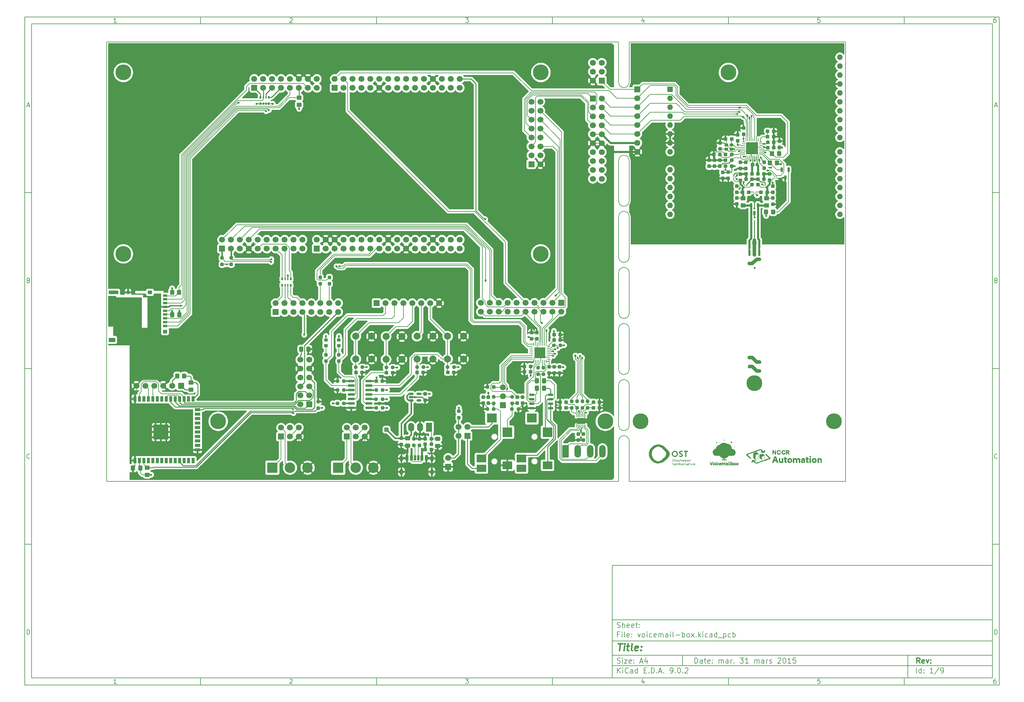
<source format=gtl>
%TF.GenerationSoftware,KiCad,Pcbnew,9.0.2*%
%TF.CreationDate,2025-06-04T21:18:04+02:00*%
%TF.ProjectId,voicemail-box,766f6963-656d-4616-996c-2d626f782e6b,rev?*%
%TF.SameCoordinates,Original*%
%TF.FileFunction,Copper,L1,Top*%
%TF.FilePolarity,Positive*%
%FSLAX45Y45*%
G04 Gerber Fmt 4.5, Leading zero omitted, Abs format (unit mm)*
G04 Created by KiCad (PCBNEW 9.0.2) date 2025-06-04 21:18:04*
%MOMM*%
%LPD*%
G01*
G04 APERTURE LIST*
G04 Aperture macros list*
%AMRoundRect*
0 Rectangle with rounded corners*
0 $1 Rounding radius*
0 $2 $3 $4 $5 $6 $7 $8 $9 X,Y pos of 4 corners*
0 Add a 4 corners polygon primitive as box body*
4,1,4,$2,$3,$4,$5,$6,$7,$8,$9,$2,$3,0*
0 Add four circle primitives for the rounded corners*
1,1,$1+$1,$2,$3*
1,1,$1+$1,$4,$5*
1,1,$1+$1,$6,$7*
1,1,$1+$1,$8,$9*
0 Add four rect primitives between the rounded corners*
20,1,$1+$1,$2,$3,$4,$5,0*
20,1,$1+$1,$4,$5,$6,$7,0*
20,1,$1+$1,$6,$7,$8,$9,0*
20,1,$1+$1,$8,$9,$2,$3,0*%
G04 Aperture macros list end*
%ADD10C,0.100000*%
%ADD11C,0.150000*%
%ADD12C,0.300000*%
%ADD13C,0.400000*%
%TA.AperFunction,Conductor*%
%ADD14C,0.500000*%
%TD*%
%TA.AperFunction,EtchedComponent*%
%ADD15C,0.000000*%
%TD*%
%TA.AperFunction,SMDPad,CuDef*%
%ADD16RoundRect,0.062500X-0.062500X0.375000X-0.062500X-0.375000X0.062500X-0.375000X0.062500X0.375000X0*%
%TD*%
%TA.AperFunction,SMDPad,CuDef*%
%ADD17RoundRect,0.062500X-0.375000X0.062500X-0.375000X-0.062500X0.375000X-0.062500X0.375000X0.062500X0*%
%TD*%
%TA.AperFunction,HeatsinkPad*%
%ADD18R,3.100000X3.100000*%
%TD*%
%TA.AperFunction,SMDPad,CuDef*%
%ADD19R,0.228600X0.279400*%
%TD*%
%TA.AperFunction,SMDPad,CuDef*%
%ADD20RoundRect,0.237500X-0.300000X-0.237500X0.300000X-0.237500X0.300000X0.237500X-0.300000X0.237500X0*%
%TD*%
%TA.AperFunction,ComponentPad*%
%ADD21C,2.000000*%
%TD*%
%TA.AperFunction,SMDPad,CuDef*%
%ADD22RoundRect,0.237500X0.237500X-0.250000X0.237500X0.250000X-0.237500X0.250000X-0.237500X-0.250000X0*%
%TD*%
%TA.AperFunction,ComponentPad*%
%ADD23R,1.700000X1.700000*%
%TD*%
%TA.AperFunction,ComponentPad*%
%ADD24C,1.700000*%
%TD*%
%TA.AperFunction,SMDPad,CuDef*%
%ADD25R,1.000000X0.820000*%
%TD*%
%TA.AperFunction,SMDPad,CuDef*%
%ADD26RoundRect,0.237500X-0.237500X0.250000X-0.237500X-0.250000X0.237500X-0.250000X0.237500X0.250000X0*%
%TD*%
%TA.AperFunction,SMDPad,CuDef*%
%ADD27RoundRect,0.237500X-0.237500X0.300000X-0.237500X-0.300000X0.237500X-0.300000X0.237500X0.300000X0*%
%TD*%
%TA.AperFunction,SMDPad,CuDef*%
%ADD28RoundRect,0.250000X-0.475000X0.337500X-0.475000X-0.337500X0.475000X-0.337500X0.475000X0.337500X0*%
%TD*%
%TA.AperFunction,SMDPad,CuDef*%
%ADD29RoundRect,0.237500X0.300000X0.237500X-0.300000X0.237500X-0.300000X-0.237500X0.300000X-0.237500X0*%
%TD*%
%TA.AperFunction,SMDPad,CuDef*%
%ADD30RoundRect,0.237500X0.237500X-0.300000X0.237500X0.300000X-0.237500X0.300000X-0.237500X-0.300000X0*%
%TD*%
%TA.AperFunction,SMDPad,CuDef*%
%ADD31RoundRect,0.250000X-0.337500X-0.475000X0.337500X-0.475000X0.337500X0.475000X-0.337500X0.475000X0*%
%TD*%
%TA.AperFunction,SMDPad,CuDef*%
%ADD32RoundRect,0.237500X-0.250000X-0.237500X0.250000X-0.237500X0.250000X0.237500X-0.250000X0.237500X0*%
%TD*%
%TA.AperFunction,ComponentPad*%
%ADD33R,3.000000X3.000000*%
%TD*%
%TA.AperFunction,ComponentPad*%
%ADD34C,3.000000*%
%TD*%
%TA.AperFunction,SMDPad,CuDef*%
%ADD35RoundRect,0.237500X0.250000X0.237500X-0.250000X0.237500X-0.250000X-0.237500X0.250000X-0.237500X0*%
%TD*%
%TA.AperFunction,SMDPad,CuDef*%
%ADD36RoundRect,0.237500X-0.287500X-0.237500X0.287500X-0.237500X0.287500X0.237500X-0.287500X0.237500X0*%
%TD*%
%TA.AperFunction,SMDPad,CuDef*%
%ADD37R,2.800000X2.200000*%
%TD*%
%TA.AperFunction,SMDPad,CuDef*%
%ADD38R,2.800000X2.000000*%
%TD*%
%TA.AperFunction,SMDPad,CuDef*%
%ADD39R,2.800000X2.800000*%
%TD*%
%TA.AperFunction,SMDPad,CuDef*%
%ADD40R,2.800000X2.600000*%
%TD*%
%TA.AperFunction,SMDPad,CuDef*%
%ADD41R,0.500000X0.800000*%
%TD*%
%TA.AperFunction,SMDPad,CuDef*%
%ADD42R,0.400000X0.800000*%
%TD*%
%TA.AperFunction,SMDPad,CuDef*%
%ADD43RoundRect,0.250000X-0.450000X0.350000X-0.450000X-0.350000X0.450000X-0.350000X0.450000X0.350000X0*%
%TD*%
%TA.AperFunction,SMDPad,CuDef*%
%ADD44RoundRect,0.250000X-0.350000X-0.450000X0.350000X-0.450000X0.350000X0.450000X-0.350000X0.450000X0*%
%TD*%
%TA.AperFunction,SMDPad,CuDef*%
%ADD45RoundRect,0.250000X0.350000X0.450000X-0.350000X0.450000X-0.350000X-0.450000X0.350000X-0.450000X0*%
%TD*%
%TA.AperFunction,SMDPad,CuDef*%
%ADD46RoundRect,0.150000X-0.150000X0.512500X-0.150000X-0.512500X0.150000X-0.512500X0.150000X0.512500X0*%
%TD*%
%TA.AperFunction,SMDPad,CuDef*%
%ADD47RoundRect,0.102000X-0.373000X-0.323000X0.373000X-0.323000X0.373000X0.323000X-0.373000X0.323000X0*%
%TD*%
%TA.AperFunction,SMDPad,CuDef*%
%ADD48RoundRect,0.175000X-0.175000X-0.625000X0.175000X-0.625000X0.175000X0.625000X-0.175000X0.625000X0*%
%TD*%
%TA.AperFunction,SMDPad,CuDef*%
%ADD49RoundRect,0.200000X-0.200000X-0.600000X0.200000X-0.600000X0.200000X0.600000X-0.200000X0.600000X0*%
%TD*%
%TA.AperFunction,SMDPad,CuDef*%
%ADD50RoundRect,0.225000X-0.225000X-0.575000X0.225000X-0.575000X0.225000X0.575000X-0.225000X0.575000X0*%
%TD*%
%TA.AperFunction,HeatsinkPad*%
%ADD51O,1.000000X1.700000*%
%TD*%
%TA.AperFunction,SMDPad,CuDef*%
%ADD52RoundRect,0.250000X0.450000X-0.350000X0.450000X0.350000X-0.450000X0.350000X-0.450000X-0.350000X0*%
%TD*%
%TA.AperFunction,SMDPad,CuDef*%
%ADD53RoundRect,0.150000X-0.825000X-0.150000X0.825000X-0.150000X0.825000X0.150000X-0.825000X0.150000X0*%
%TD*%
%TA.AperFunction,ComponentPad*%
%ADD54R,1.700000X2.500000*%
%TD*%
%TA.AperFunction,ComponentPad*%
%ADD55O,1.700000X2.500000*%
%TD*%
%TA.AperFunction,ComponentPad*%
%ADD56RoundRect,0.250000X-0.650000X-1.550000X0.650000X-1.550000X0.650000X1.550000X-0.650000X1.550000X0*%
%TD*%
%TA.AperFunction,ComponentPad*%
%ADD57O,1.800000X3.600000*%
%TD*%
%TA.AperFunction,SMDPad,CuDef*%
%ADD58RoundRect,0.150000X-0.512500X-0.150000X0.512500X-0.150000X0.512500X0.150000X-0.512500X0.150000X0*%
%TD*%
%TA.AperFunction,SMDPad,CuDef*%
%ADD59C,0.500000*%
%TD*%
%TA.AperFunction,SMDPad,CuDef*%
%ADD60R,0.900000X1.500000*%
%TD*%
%TA.AperFunction,SMDPad,CuDef*%
%ADD61R,1.500000X0.900000*%
%TD*%
%TA.AperFunction,SMDPad,CuDef*%
%ADD62R,1.050000X1.050000*%
%TD*%
%TA.AperFunction,HeatsinkPad*%
%ADD63C,0.600000*%
%TD*%
%TA.AperFunction,HeatsinkPad*%
%ADD64R,4.200000X4.200000*%
%TD*%
%TA.AperFunction,SMDPad,CuDef*%
%ADD65R,0.279400X0.228600*%
%TD*%
%TA.AperFunction,SMDPad,CuDef*%
%ADD66RoundRect,0.237500X0.287500X0.237500X-0.287500X0.237500X-0.287500X-0.237500X0.287500X-0.237500X0*%
%TD*%
%TA.AperFunction,SMDPad,CuDef*%
%ADD67RoundRect,0.062500X-0.375000X-0.062500X0.375000X-0.062500X0.375000X0.062500X-0.375000X0.062500X0*%
%TD*%
%TA.AperFunction,SMDPad,CuDef*%
%ADD68RoundRect,0.062500X-0.062500X-0.375000X0.062500X-0.375000X0.062500X0.375000X-0.062500X0.375000X0*%
%TD*%
%TA.AperFunction,HeatsinkPad*%
%ADD69R,3.500000X3.500000*%
%TD*%
%TA.AperFunction,SMDPad,CuDef*%
%ADD70R,1.200000X0.700000*%
%TD*%
%TA.AperFunction,SMDPad,CuDef*%
%ADD71R,0.800000X1.000000*%
%TD*%
%TA.AperFunction,SMDPad,CuDef*%
%ADD72R,1.200000X1.000000*%
%TD*%
%TA.AperFunction,SMDPad,CuDef*%
%ADD73R,2.800000X1.000000*%
%TD*%
%TA.AperFunction,SMDPad,CuDef*%
%ADD74R,1.900000X1.300000*%
%TD*%
%TA.AperFunction,SMDPad,CuDef*%
%ADD75RoundRect,0.250000X0.337500X0.475000X-0.337500X0.475000X-0.337500X-0.475000X0.337500X-0.475000X0*%
%TD*%
%TA.AperFunction,ComponentPad*%
%ADD76R,1.000000X1.000000*%
%TD*%
%TA.AperFunction,ComponentPad*%
%ADD77C,1.000000*%
%TD*%
%TA.AperFunction,SMDPad,CuDef*%
%ADD78RoundRect,0.150000X-0.625000X-0.150000X0.625000X-0.150000X0.625000X0.150000X-0.625000X0.150000X0*%
%TD*%
%TA.AperFunction,SMDPad,CuDef*%
%ADD79RoundRect,0.050000X-0.050000X0.337500X-0.050000X-0.337500X0.050000X-0.337500X0.050000X0.337500X0*%
%TD*%
%TA.AperFunction,HeatsinkPad*%
%ADD80R,2.350000X1.780000*%
%TD*%
%TA.AperFunction,ComponentPad*%
%ADD81R,1.600000X1.600000*%
%TD*%
%TA.AperFunction,ComponentPad*%
%ADD82O,1.600000X1.600000*%
%TD*%
%TA.AperFunction,ViaPad*%
%ADD83C,4.500000*%
%TD*%
%TA.AperFunction,ViaPad*%
%ADD84C,0.600000*%
%TD*%
%TA.AperFunction,Conductor*%
%ADD85C,0.200000*%
%TD*%
%TA.AperFunction,Conductor*%
%ADD86C,1.000000*%
%TD*%
%TA.AperFunction,Conductor*%
%ADD87C,0.250000*%
%TD*%
%TA.AperFunction,Conductor*%
%ADD88C,0.600000*%
%TD*%
%TA.AperFunction,Conductor*%
%ADD89C,0.150000*%
%TD*%
%TA.AperFunction,Conductor*%
%ADD90C,0.400000*%
%TD*%
%TA.AperFunction,Profile*%
%ADD91C,0.150000*%
%TD*%
G04 APERTURE END LIST*
D10*
D11*
X17700220Y-16600720D02*
X28500220Y-16600720D01*
X28500220Y-19800720D01*
X17700220Y-19800720D01*
X17700220Y-16600720D01*
D10*
D11*
X1000000Y-1000000D02*
X28700220Y-1000000D01*
X28700220Y-20000720D01*
X1000000Y-20000720D01*
X1000000Y-1000000D01*
D10*
D11*
X1200000Y-1200000D02*
X28500220Y-1200000D01*
X28500220Y-19800720D01*
X1200000Y-19800720D01*
X1200000Y-1200000D01*
D10*
D11*
X6000000Y-1200000D02*
X6000000Y-1000000D01*
D10*
D11*
X11000000Y-1200000D02*
X11000000Y-1000000D01*
D10*
D11*
X16000000Y-1200000D02*
X16000000Y-1000000D01*
D10*
D11*
X21000000Y-1200000D02*
X21000000Y-1000000D01*
D10*
D11*
X26000000Y-1200000D02*
X26000000Y-1000000D01*
D10*
D11*
X3608916Y-1159360D02*
X3534630Y-1159360D01*
X3571773Y-1159360D02*
X3571773Y-1029360D01*
X3571773Y-1029360D02*
X3559392Y-1047932D01*
X3559392Y-1047932D02*
X3547011Y-1060313D01*
X3547011Y-1060313D02*
X3534630Y-1066503D01*
D10*
D11*
X8534630Y-1041741D02*
X8540821Y-1035551D01*
X8540821Y-1035551D02*
X8553202Y-1029360D01*
X8553202Y-1029360D02*
X8584154Y-1029360D01*
X8584154Y-1029360D02*
X8596535Y-1035551D01*
X8596535Y-1035551D02*
X8602726Y-1041741D01*
X8602726Y-1041741D02*
X8608916Y-1054122D01*
X8608916Y-1054122D02*
X8608916Y-1066503D01*
X8608916Y-1066503D02*
X8602726Y-1085075D01*
X8602726Y-1085075D02*
X8528440Y-1159360D01*
X8528440Y-1159360D02*
X8608916Y-1159360D01*
D10*
D11*
X13528440Y-1029360D02*
X13608916Y-1029360D01*
X13608916Y-1029360D02*
X13565583Y-1078884D01*
X13565583Y-1078884D02*
X13584154Y-1078884D01*
X13584154Y-1078884D02*
X13596535Y-1085075D01*
X13596535Y-1085075D02*
X13602725Y-1091265D01*
X13602725Y-1091265D02*
X13608916Y-1103646D01*
X13608916Y-1103646D02*
X13608916Y-1134599D01*
X13608916Y-1134599D02*
X13602725Y-1146980D01*
X13602725Y-1146980D02*
X13596535Y-1153170D01*
X13596535Y-1153170D02*
X13584154Y-1159360D01*
X13584154Y-1159360D02*
X13547011Y-1159360D01*
X13547011Y-1159360D02*
X13534630Y-1153170D01*
X13534630Y-1153170D02*
X13528440Y-1146980D01*
D10*
D11*
X18596535Y-1072694D02*
X18596535Y-1159360D01*
X18565583Y-1023170D02*
X18534630Y-1116027D01*
X18534630Y-1116027D02*
X18615106Y-1116027D01*
D10*
D11*
X23602725Y-1029360D02*
X23540821Y-1029360D01*
X23540821Y-1029360D02*
X23534630Y-1091265D01*
X23534630Y-1091265D02*
X23540821Y-1085075D01*
X23540821Y-1085075D02*
X23553202Y-1078884D01*
X23553202Y-1078884D02*
X23584154Y-1078884D01*
X23584154Y-1078884D02*
X23596535Y-1085075D01*
X23596535Y-1085075D02*
X23602725Y-1091265D01*
X23602725Y-1091265D02*
X23608916Y-1103646D01*
X23608916Y-1103646D02*
X23608916Y-1134599D01*
X23608916Y-1134599D02*
X23602725Y-1146980D01*
X23602725Y-1146980D02*
X23596535Y-1153170D01*
X23596535Y-1153170D02*
X23584154Y-1159360D01*
X23584154Y-1159360D02*
X23553202Y-1159360D01*
X23553202Y-1159360D02*
X23540821Y-1153170D01*
X23540821Y-1153170D02*
X23534630Y-1146980D01*
D10*
D11*
X28596535Y-1029360D02*
X28571773Y-1029360D01*
X28571773Y-1029360D02*
X28559392Y-1035551D01*
X28559392Y-1035551D02*
X28553202Y-1041741D01*
X28553202Y-1041741D02*
X28540821Y-1060313D01*
X28540821Y-1060313D02*
X28534630Y-1085075D01*
X28534630Y-1085075D02*
X28534630Y-1134599D01*
X28534630Y-1134599D02*
X28540821Y-1146980D01*
X28540821Y-1146980D02*
X28547011Y-1153170D01*
X28547011Y-1153170D02*
X28559392Y-1159360D01*
X28559392Y-1159360D02*
X28584154Y-1159360D01*
X28584154Y-1159360D02*
X28596535Y-1153170D01*
X28596535Y-1153170D02*
X28602725Y-1146980D01*
X28602725Y-1146980D02*
X28608916Y-1134599D01*
X28608916Y-1134599D02*
X28608916Y-1103646D01*
X28608916Y-1103646D02*
X28602725Y-1091265D01*
X28602725Y-1091265D02*
X28596535Y-1085075D01*
X28596535Y-1085075D02*
X28584154Y-1078884D01*
X28584154Y-1078884D02*
X28559392Y-1078884D01*
X28559392Y-1078884D02*
X28547011Y-1085075D01*
X28547011Y-1085075D02*
X28540821Y-1091265D01*
X28540821Y-1091265D02*
X28534630Y-1103646D01*
D10*
D11*
X6000000Y-19800720D02*
X6000000Y-20000720D01*
D10*
D11*
X11000000Y-19800720D02*
X11000000Y-20000720D01*
D10*
D11*
X16000000Y-19800720D02*
X16000000Y-20000720D01*
D10*
D11*
X21000000Y-19800720D02*
X21000000Y-20000720D01*
D10*
D11*
X26000000Y-19800720D02*
X26000000Y-20000720D01*
D10*
D11*
X3608916Y-19960080D02*
X3534630Y-19960080D01*
X3571773Y-19960080D02*
X3571773Y-19830080D01*
X3571773Y-19830080D02*
X3559392Y-19848652D01*
X3559392Y-19848652D02*
X3547011Y-19861033D01*
X3547011Y-19861033D02*
X3534630Y-19867223D01*
D10*
D11*
X8534630Y-19842461D02*
X8540821Y-19836271D01*
X8540821Y-19836271D02*
X8553202Y-19830080D01*
X8553202Y-19830080D02*
X8584154Y-19830080D01*
X8584154Y-19830080D02*
X8596535Y-19836271D01*
X8596535Y-19836271D02*
X8602726Y-19842461D01*
X8602726Y-19842461D02*
X8608916Y-19854842D01*
X8608916Y-19854842D02*
X8608916Y-19867223D01*
X8608916Y-19867223D02*
X8602726Y-19885795D01*
X8602726Y-19885795D02*
X8528440Y-19960080D01*
X8528440Y-19960080D02*
X8608916Y-19960080D01*
D10*
D11*
X13528440Y-19830080D02*
X13608916Y-19830080D01*
X13608916Y-19830080D02*
X13565583Y-19879604D01*
X13565583Y-19879604D02*
X13584154Y-19879604D01*
X13584154Y-19879604D02*
X13596535Y-19885795D01*
X13596535Y-19885795D02*
X13602725Y-19891985D01*
X13602725Y-19891985D02*
X13608916Y-19904366D01*
X13608916Y-19904366D02*
X13608916Y-19935319D01*
X13608916Y-19935319D02*
X13602725Y-19947700D01*
X13602725Y-19947700D02*
X13596535Y-19953890D01*
X13596535Y-19953890D02*
X13584154Y-19960080D01*
X13584154Y-19960080D02*
X13547011Y-19960080D01*
X13547011Y-19960080D02*
X13534630Y-19953890D01*
X13534630Y-19953890D02*
X13528440Y-19947700D01*
D10*
D11*
X18596535Y-19873414D02*
X18596535Y-19960080D01*
X18565583Y-19823890D02*
X18534630Y-19916747D01*
X18534630Y-19916747D02*
X18615106Y-19916747D01*
D10*
D11*
X23602725Y-19830080D02*
X23540821Y-19830080D01*
X23540821Y-19830080D02*
X23534630Y-19891985D01*
X23534630Y-19891985D02*
X23540821Y-19885795D01*
X23540821Y-19885795D02*
X23553202Y-19879604D01*
X23553202Y-19879604D02*
X23584154Y-19879604D01*
X23584154Y-19879604D02*
X23596535Y-19885795D01*
X23596535Y-19885795D02*
X23602725Y-19891985D01*
X23602725Y-19891985D02*
X23608916Y-19904366D01*
X23608916Y-19904366D02*
X23608916Y-19935319D01*
X23608916Y-19935319D02*
X23602725Y-19947700D01*
X23602725Y-19947700D02*
X23596535Y-19953890D01*
X23596535Y-19953890D02*
X23584154Y-19960080D01*
X23584154Y-19960080D02*
X23553202Y-19960080D01*
X23553202Y-19960080D02*
X23540821Y-19953890D01*
X23540821Y-19953890D02*
X23534630Y-19947700D01*
D10*
D11*
X28596535Y-19830080D02*
X28571773Y-19830080D01*
X28571773Y-19830080D02*
X28559392Y-19836271D01*
X28559392Y-19836271D02*
X28553202Y-19842461D01*
X28553202Y-19842461D02*
X28540821Y-19861033D01*
X28540821Y-19861033D02*
X28534630Y-19885795D01*
X28534630Y-19885795D02*
X28534630Y-19935319D01*
X28534630Y-19935319D02*
X28540821Y-19947700D01*
X28540821Y-19947700D02*
X28547011Y-19953890D01*
X28547011Y-19953890D02*
X28559392Y-19960080D01*
X28559392Y-19960080D02*
X28584154Y-19960080D01*
X28584154Y-19960080D02*
X28596535Y-19953890D01*
X28596535Y-19953890D02*
X28602725Y-19947700D01*
X28602725Y-19947700D02*
X28608916Y-19935319D01*
X28608916Y-19935319D02*
X28608916Y-19904366D01*
X28608916Y-19904366D02*
X28602725Y-19891985D01*
X28602725Y-19891985D02*
X28596535Y-19885795D01*
X28596535Y-19885795D02*
X28584154Y-19879604D01*
X28584154Y-19879604D02*
X28559392Y-19879604D01*
X28559392Y-19879604D02*
X28547011Y-19885795D01*
X28547011Y-19885795D02*
X28540821Y-19891985D01*
X28540821Y-19891985D02*
X28534630Y-19904366D01*
D10*
D11*
X1000000Y-6000000D02*
X1200000Y-6000000D01*
D10*
D11*
X1000000Y-11000000D02*
X1200000Y-11000000D01*
D10*
D11*
X1000000Y-16000000D02*
X1200000Y-16000000D01*
D10*
D11*
X1069048Y-3522218D02*
X1130952Y-3522218D01*
X1056667Y-3559360D02*
X1100000Y-3429360D01*
X1100000Y-3429360D02*
X1143333Y-3559360D01*
D10*
D11*
X1109286Y-8491265D02*
X1127857Y-8497456D01*
X1127857Y-8497456D02*
X1134048Y-8503646D01*
X1134048Y-8503646D02*
X1140238Y-8516027D01*
X1140238Y-8516027D02*
X1140238Y-8534599D01*
X1140238Y-8534599D02*
X1134048Y-8546980D01*
X1134048Y-8546980D02*
X1127857Y-8553170D01*
X1127857Y-8553170D02*
X1115476Y-8559360D01*
X1115476Y-8559360D02*
X1065952Y-8559360D01*
X1065952Y-8559360D02*
X1065952Y-8429360D01*
X1065952Y-8429360D02*
X1109286Y-8429360D01*
X1109286Y-8429360D02*
X1121667Y-8435551D01*
X1121667Y-8435551D02*
X1127857Y-8441741D01*
X1127857Y-8441741D02*
X1134048Y-8454122D01*
X1134048Y-8454122D02*
X1134048Y-8466503D01*
X1134048Y-8466503D02*
X1127857Y-8478884D01*
X1127857Y-8478884D02*
X1121667Y-8485075D01*
X1121667Y-8485075D02*
X1109286Y-8491265D01*
X1109286Y-8491265D02*
X1065952Y-8491265D01*
D10*
D11*
X1140238Y-13546979D02*
X1134048Y-13553170D01*
X1134048Y-13553170D02*
X1115476Y-13559360D01*
X1115476Y-13559360D02*
X1103095Y-13559360D01*
X1103095Y-13559360D02*
X1084524Y-13553170D01*
X1084524Y-13553170D02*
X1072143Y-13540789D01*
X1072143Y-13540789D02*
X1065952Y-13528408D01*
X1065952Y-13528408D02*
X1059762Y-13503646D01*
X1059762Y-13503646D02*
X1059762Y-13485075D01*
X1059762Y-13485075D02*
X1065952Y-13460313D01*
X1065952Y-13460313D02*
X1072143Y-13447932D01*
X1072143Y-13447932D02*
X1084524Y-13435551D01*
X1084524Y-13435551D02*
X1103095Y-13429360D01*
X1103095Y-13429360D02*
X1115476Y-13429360D01*
X1115476Y-13429360D02*
X1134048Y-13435551D01*
X1134048Y-13435551D02*
X1140238Y-13441741D01*
D10*
D11*
X1065952Y-18559360D02*
X1065952Y-18429360D01*
X1065952Y-18429360D02*
X1096905Y-18429360D01*
X1096905Y-18429360D02*
X1115476Y-18435551D01*
X1115476Y-18435551D02*
X1127857Y-18447932D01*
X1127857Y-18447932D02*
X1134048Y-18460313D01*
X1134048Y-18460313D02*
X1140238Y-18485075D01*
X1140238Y-18485075D02*
X1140238Y-18503646D01*
X1140238Y-18503646D02*
X1134048Y-18528408D01*
X1134048Y-18528408D02*
X1127857Y-18540789D01*
X1127857Y-18540789D02*
X1115476Y-18553170D01*
X1115476Y-18553170D02*
X1096905Y-18559360D01*
X1096905Y-18559360D02*
X1065952Y-18559360D01*
D10*
D11*
X28700220Y-6000000D02*
X28500220Y-6000000D01*
D10*
D11*
X28700220Y-11000000D02*
X28500220Y-11000000D01*
D10*
D11*
X28700220Y-16000000D02*
X28500220Y-16000000D01*
D10*
D11*
X28569268Y-3522218D02*
X28631172Y-3522218D01*
X28556887Y-3559360D02*
X28600220Y-3429360D01*
X28600220Y-3429360D02*
X28643553Y-3559360D01*
D10*
D11*
X28609506Y-8491265D02*
X28628077Y-8497456D01*
X28628077Y-8497456D02*
X28634268Y-8503646D01*
X28634268Y-8503646D02*
X28640458Y-8516027D01*
X28640458Y-8516027D02*
X28640458Y-8534599D01*
X28640458Y-8534599D02*
X28634268Y-8546980D01*
X28634268Y-8546980D02*
X28628077Y-8553170D01*
X28628077Y-8553170D02*
X28615696Y-8559360D01*
X28615696Y-8559360D02*
X28566172Y-8559360D01*
X28566172Y-8559360D02*
X28566172Y-8429360D01*
X28566172Y-8429360D02*
X28609506Y-8429360D01*
X28609506Y-8429360D02*
X28621887Y-8435551D01*
X28621887Y-8435551D02*
X28628077Y-8441741D01*
X28628077Y-8441741D02*
X28634268Y-8454122D01*
X28634268Y-8454122D02*
X28634268Y-8466503D01*
X28634268Y-8466503D02*
X28628077Y-8478884D01*
X28628077Y-8478884D02*
X28621887Y-8485075D01*
X28621887Y-8485075D02*
X28609506Y-8491265D01*
X28609506Y-8491265D02*
X28566172Y-8491265D01*
D10*
D11*
X28640458Y-13546979D02*
X28634268Y-13553170D01*
X28634268Y-13553170D02*
X28615696Y-13559360D01*
X28615696Y-13559360D02*
X28603315Y-13559360D01*
X28603315Y-13559360D02*
X28584744Y-13553170D01*
X28584744Y-13553170D02*
X28572363Y-13540789D01*
X28572363Y-13540789D02*
X28566172Y-13528408D01*
X28566172Y-13528408D02*
X28559982Y-13503646D01*
X28559982Y-13503646D02*
X28559982Y-13485075D01*
X28559982Y-13485075D02*
X28566172Y-13460313D01*
X28566172Y-13460313D02*
X28572363Y-13447932D01*
X28572363Y-13447932D02*
X28584744Y-13435551D01*
X28584744Y-13435551D02*
X28603315Y-13429360D01*
X28603315Y-13429360D02*
X28615696Y-13429360D01*
X28615696Y-13429360D02*
X28634268Y-13435551D01*
X28634268Y-13435551D02*
X28640458Y-13441741D01*
D10*
D11*
X28566172Y-18559360D02*
X28566172Y-18429360D01*
X28566172Y-18429360D02*
X28597125Y-18429360D01*
X28597125Y-18429360D02*
X28615696Y-18435551D01*
X28615696Y-18435551D02*
X28628077Y-18447932D01*
X28628077Y-18447932D02*
X28634268Y-18460313D01*
X28634268Y-18460313D02*
X28640458Y-18485075D01*
X28640458Y-18485075D02*
X28640458Y-18503646D01*
X28640458Y-18503646D02*
X28634268Y-18528408D01*
X28634268Y-18528408D02*
X28628077Y-18540789D01*
X28628077Y-18540789D02*
X28615696Y-18553170D01*
X28615696Y-18553170D02*
X28597125Y-18559360D01*
X28597125Y-18559360D02*
X28566172Y-18559360D01*
D10*
D11*
X20045803Y-19379333D02*
X20045803Y-19229333D01*
X20045803Y-19229333D02*
X20081517Y-19229333D01*
X20081517Y-19229333D02*
X20102946Y-19236476D01*
X20102946Y-19236476D02*
X20117231Y-19250761D01*
X20117231Y-19250761D02*
X20124374Y-19265047D01*
X20124374Y-19265047D02*
X20131517Y-19293619D01*
X20131517Y-19293619D02*
X20131517Y-19315047D01*
X20131517Y-19315047D02*
X20124374Y-19343619D01*
X20124374Y-19343619D02*
X20117231Y-19357904D01*
X20117231Y-19357904D02*
X20102946Y-19372190D01*
X20102946Y-19372190D02*
X20081517Y-19379333D01*
X20081517Y-19379333D02*
X20045803Y-19379333D01*
X20260088Y-19379333D02*
X20260088Y-19300761D01*
X20260088Y-19300761D02*
X20252946Y-19286476D01*
X20252946Y-19286476D02*
X20238660Y-19279333D01*
X20238660Y-19279333D02*
X20210088Y-19279333D01*
X20210088Y-19279333D02*
X20195803Y-19286476D01*
X20260088Y-19372190D02*
X20245803Y-19379333D01*
X20245803Y-19379333D02*
X20210088Y-19379333D01*
X20210088Y-19379333D02*
X20195803Y-19372190D01*
X20195803Y-19372190D02*
X20188660Y-19357904D01*
X20188660Y-19357904D02*
X20188660Y-19343619D01*
X20188660Y-19343619D02*
X20195803Y-19329333D01*
X20195803Y-19329333D02*
X20210088Y-19322190D01*
X20210088Y-19322190D02*
X20245803Y-19322190D01*
X20245803Y-19322190D02*
X20260088Y-19315047D01*
X20310088Y-19279333D02*
X20367231Y-19279333D01*
X20331517Y-19229333D02*
X20331517Y-19357904D01*
X20331517Y-19357904D02*
X20338660Y-19372190D01*
X20338660Y-19372190D02*
X20352946Y-19379333D01*
X20352946Y-19379333D02*
X20367231Y-19379333D01*
X20474374Y-19372190D02*
X20460088Y-19379333D01*
X20460088Y-19379333D02*
X20431517Y-19379333D01*
X20431517Y-19379333D02*
X20417231Y-19372190D01*
X20417231Y-19372190D02*
X20410088Y-19357904D01*
X20410088Y-19357904D02*
X20410088Y-19300761D01*
X20410088Y-19300761D02*
X20417231Y-19286476D01*
X20417231Y-19286476D02*
X20431517Y-19279333D01*
X20431517Y-19279333D02*
X20460088Y-19279333D01*
X20460088Y-19279333D02*
X20474374Y-19286476D01*
X20474374Y-19286476D02*
X20481517Y-19300761D01*
X20481517Y-19300761D02*
X20481517Y-19315047D01*
X20481517Y-19315047D02*
X20410088Y-19329333D01*
X20545803Y-19365047D02*
X20552946Y-19372190D01*
X20552946Y-19372190D02*
X20545803Y-19379333D01*
X20545803Y-19379333D02*
X20538660Y-19372190D01*
X20538660Y-19372190D02*
X20545803Y-19365047D01*
X20545803Y-19365047D02*
X20545803Y-19379333D01*
X20545803Y-19286476D02*
X20552946Y-19293619D01*
X20552946Y-19293619D02*
X20545803Y-19300761D01*
X20545803Y-19300761D02*
X20538660Y-19293619D01*
X20538660Y-19293619D02*
X20545803Y-19286476D01*
X20545803Y-19286476D02*
X20545803Y-19300761D01*
X20731517Y-19379333D02*
X20731517Y-19279333D01*
X20731517Y-19293619D02*
X20738660Y-19286476D01*
X20738660Y-19286476D02*
X20752946Y-19279333D01*
X20752946Y-19279333D02*
X20774374Y-19279333D01*
X20774374Y-19279333D02*
X20788660Y-19286476D01*
X20788660Y-19286476D02*
X20795803Y-19300761D01*
X20795803Y-19300761D02*
X20795803Y-19379333D01*
X20795803Y-19300761D02*
X20802946Y-19286476D01*
X20802946Y-19286476D02*
X20817231Y-19279333D01*
X20817231Y-19279333D02*
X20838660Y-19279333D01*
X20838660Y-19279333D02*
X20852946Y-19286476D01*
X20852946Y-19286476D02*
X20860088Y-19300761D01*
X20860088Y-19300761D02*
X20860088Y-19379333D01*
X20995803Y-19379333D02*
X20995803Y-19300761D01*
X20995803Y-19300761D02*
X20988660Y-19286476D01*
X20988660Y-19286476D02*
X20974374Y-19279333D01*
X20974374Y-19279333D02*
X20945803Y-19279333D01*
X20945803Y-19279333D02*
X20931517Y-19286476D01*
X20995803Y-19372190D02*
X20981517Y-19379333D01*
X20981517Y-19379333D02*
X20945803Y-19379333D01*
X20945803Y-19379333D02*
X20931517Y-19372190D01*
X20931517Y-19372190D02*
X20924374Y-19357904D01*
X20924374Y-19357904D02*
X20924374Y-19343619D01*
X20924374Y-19343619D02*
X20931517Y-19329333D01*
X20931517Y-19329333D02*
X20945803Y-19322190D01*
X20945803Y-19322190D02*
X20981517Y-19322190D01*
X20981517Y-19322190D02*
X20995803Y-19315047D01*
X21067231Y-19379333D02*
X21067231Y-19279333D01*
X21067231Y-19307904D02*
X21074374Y-19293619D01*
X21074374Y-19293619D02*
X21081517Y-19286476D01*
X21081517Y-19286476D02*
X21095803Y-19279333D01*
X21095803Y-19279333D02*
X21110088Y-19279333D01*
X21160088Y-19365047D02*
X21167231Y-19372190D01*
X21167231Y-19372190D02*
X21160088Y-19379333D01*
X21160088Y-19379333D02*
X21152946Y-19372190D01*
X21152946Y-19372190D02*
X21160088Y-19365047D01*
X21160088Y-19365047D02*
X21160088Y-19379333D01*
X21331517Y-19229333D02*
X21424374Y-19229333D01*
X21424374Y-19229333D02*
X21374374Y-19286476D01*
X21374374Y-19286476D02*
X21395803Y-19286476D01*
X21395803Y-19286476D02*
X21410088Y-19293619D01*
X21410088Y-19293619D02*
X21417231Y-19300761D01*
X21417231Y-19300761D02*
X21424374Y-19315047D01*
X21424374Y-19315047D02*
X21424374Y-19350761D01*
X21424374Y-19350761D02*
X21417231Y-19365047D01*
X21417231Y-19365047D02*
X21410088Y-19372190D01*
X21410088Y-19372190D02*
X21395803Y-19379333D01*
X21395803Y-19379333D02*
X21352946Y-19379333D01*
X21352946Y-19379333D02*
X21338660Y-19372190D01*
X21338660Y-19372190D02*
X21331517Y-19365047D01*
X21567231Y-19379333D02*
X21481517Y-19379333D01*
X21524374Y-19379333D02*
X21524374Y-19229333D01*
X21524374Y-19229333D02*
X21510088Y-19250761D01*
X21510088Y-19250761D02*
X21495803Y-19265047D01*
X21495803Y-19265047D02*
X21481517Y-19272190D01*
X21745803Y-19379333D02*
X21745803Y-19279333D01*
X21745803Y-19293619D02*
X21752945Y-19286476D01*
X21752945Y-19286476D02*
X21767231Y-19279333D01*
X21767231Y-19279333D02*
X21788660Y-19279333D01*
X21788660Y-19279333D02*
X21802945Y-19286476D01*
X21802945Y-19286476D02*
X21810088Y-19300761D01*
X21810088Y-19300761D02*
X21810088Y-19379333D01*
X21810088Y-19300761D02*
X21817231Y-19286476D01*
X21817231Y-19286476D02*
X21831517Y-19279333D01*
X21831517Y-19279333D02*
X21852945Y-19279333D01*
X21852945Y-19279333D02*
X21867231Y-19286476D01*
X21867231Y-19286476D02*
X21874374Y-19300761D01*
X21874374Y-19300761D02*
X21874374Y-19379333D01*
X22010088Y-19379333D02*
X22010088Y-19300761D01*
X22010088Y-19300761D02*
X22002945Y-19286476D01*
X22002945Y-19286476D02*
X21988660Y-19279333D01*
X21988660Y-19279333D02*
X21960088Y-19279333D01*
X21960088Y-19279333D02*
X21945803Y-19286476D01*
X22010088Y-19372190D02*
X21995803Y-19379333D01*
X21995803Y-19379333D02*
X21960088Y-19379333D01*
X21960088Y-19379333D02*
X21945803Y-19372190D01*
X21945803Y-19372190D02*
X21938660Y-19357904D01*
X21938660Y-19357904D02*
X21938660Y-19343619D01*
X21938660Y-19343619D02*
X21945803Y-19329333D01*
X21945803Y-19329333D02*
X21960088Y-19322190D01*
X21960088Y-19322190D02*
X21995803Y-19322190D01*
X21995803Y-19322190D02*
X22010088Y-19315047D01*
X22081517Y-19379333D02*
X22081517Y-19279333D01*
X22081517Y-19307904D02*
X22088660Y-19293619D01*
X22088660Y-19293619D02*
X22095803Y-19286476D01*
X22095803Y-19286476D02*
X22110088Y-19279333D01*
X22110088Y-19279333D02*
X22124374Y-19279333D01*
X22167231Y-19372190D02*
X22181517Y-19379333D01*
X22181517Y-19379333D02*
X22210088Y-19379333D01*
X22210088Y-19379333D02*
X22224374Y-19372190D01*
X22224374Y-19372190D02*
X22231517Y-19357904D01*
X22231517Y-19357904D02*
X22231517Y-19350761D01*
X22231517Y-19350761D02*
X22224374Y-19336476D01*
X22224374Y-19336476D02*
X22210088Y-19329333D01*
X22210088Y-19329333D02*
X22188660Y-19329333D01*
X22188660Y-19329333D02*
X22174374Y-19322190D01*
X22174374Y-19322190D02*
X22167231Y-19307904D01*
X22167231Y-19307904D02*
X22167231Y-19300761D01*
X22167231Y-19300761D02*
X22174374Y-19286476D01*
X22174374Y-19286476D02*
X22188660Y-19279333D01*
X22188660Y-19279333D02*
X22210088Y-19279333D01*
X22210088Y-19279333D02*
X22224374Y-19286476D01*
X22402945Y-19243619D02*
X22410088Y-19236476D01*
X22410088Y-19236476D02*
X22424374Y-19229333D01*
X22424374Y-19229333D02*
X22460088Y-19229333D01*
X22460088Y-19229333D02*
X22474374Y-19236476D01*
X22474374Y-19236476D02*
X22481517Y-19243619D01*
X22481517Y-19243619D02*
X22488660Y-19257904D01*
X22488660Y-19257904D02*
X22488660Y-19272190D01*
X22488660Y-19272190D02*
X22481517Y-19293619D01*
X22481517Y-19293619D02*
X22395802Y-19379333D01*
X22395802Y-19379333D02*
X22488660Y-19379333D01*
X22581517Y-19229333D02*
X22595802Y-19229333D01*
X22595802Y-19229333D02*
X22610088Y-19236476D01*
X22610088Y-19236476D02*
X22617231Y-19243619D01*
X22617231Y-19243619D02*
X22624374Y-19257904D01*
X22624374Y-19257904D02*
X22631517Y-19286476D01*
X22631517Y-19286476D02*
X22631517Y-19322190D01*
X22631517Y-19322190D02*
X22624374Y-19350761D01*
X22624374Y-19350761D02*
X22617231Y-19365047D01*
X22617231Y-19365047D02*
X22610088Y-19372190D01*
X22610088Y-19372190D02*
X22595802Y-19379333D01*
X22595802Y-19379333D02*
X22581517Y-19379333D01*
X22581517Y-19379333D02*
X22567231Y-19372190D01*
X22567231Y-19372190D02*
X22560088Y-19365047D01*
X22560088Y-19365047D02*
X22552945Y-19350761D01*
X22552945Y-19350761D02*
X22545802Y-19322190D01*
X22545802Y-19322190D02*
X22545802Y-19286476D01*
X22545802Y-19286476D02*
X22552945Y-19257904D01*
X22552945Y-19257904D02*
X22560088Y-19243619D01*
X22560088Y-19243619D02*
X22567231Y-19236476D01*
X22567231Y-19236476D02*
X22581517Y-19229333D01*
X22774374Y-19379333D02*
X22688660Y-19379333D01*
X22731517Y-19379333D02*
X22731517Y-19229333D01*
X22731517Y-19229333D02*
X22717231Y-19250761D01*
X22717231Y-19250761D02*
X22702945Y-19265047D01*
X22702945Y-19265047D02*
X22688660Y-19272190D01*
X22910088Y-19229333D02*
X22838659Y-19229333D01*
X22838659Y-19229333D02*
X22831517Y-19300761D01*
X22831517Y-19300761D02*
X22838659Y-19293619D01*
X22838659Y-19293619D02*
X22852945Y-19286476D01*
X22852945Y-19286476D02*
X22888659Y-19286476D01*
X22888659Y-19286476D02*
X22902945Y-19293619D01*
X22902945Y-19293619D02*
X22910088Y-19300761D01*
X22910088Y-19300761D02*
X22917231Y-19315047D01*
X22917231Y-19315047D02*
X22917231Y-19350761D01*
X22917231Y-19350761D02*
X22910088Y-19365047D01*
X22910088Y-19365047D02*
X22902945Y-19372190D01*
X22902945Y-19372190D02*
X22888659Y-19379333D01*
X22888659Y-19379333D02*
X22852945Y-19379333D01*
X22852945Y-19379333D02*
X22838659Y-19372190D01*
X22838659Y-19372190D02*
X22831517Y-19365047D01*
D10*
D11*
X17700220Y-19450720D02*
X28500220Y-19450720D01*
D10*
D11*
X17845803Y-19659333D02*
X17845803Y-19509333D01*
X17931517Y-19659333D02*
X17867231Y-19573619D01*
X17931517Y-19509333D02*
X17845803Y-19595047D01*
X17995803Y-19659333D02*
X17995803Y-19559333D01*
X17995803Y-19509333D02*
X17988660Y-19516476D01*
X17988660Y-19516476D02*
X17995803Y-19523619D01*
X17995803Y-19523619D02*
X18002946Y-19516476D01*
X18002946Y-19516476D02*
X17995803Y-19509333D01*
X17995803Y-19509333D02*
X17995803Y-19523619D01*
X18152946Y-19645047D02*
X18145803Y-19652190D01*
X18145803Y-19652190D02*
X18124374Y-19659333D01*
X18124374Y-19659333D02*
X18110088Y-19659333D01*
X18110088Y-19659333D02*
X18088660Y-19652190D01*
X18088660Y-19652190D02*
X18074374Y-19637904D01*
X18074374Y-19637904D02*
X18067231Y-19623619D01*
X18067231Y-19623619D02*
X18060088Y-19595047D01*
X18060088Y-19595047D02*
X18060088Y-19573619D01*
X18060088Y-19573619D02*
X18067231Y-19545047D01*
X18067231Y-19545047D02*
X18074374Y-19530761D01*
X18074374Y-19530761D02*
X18088660Y-19516476D01*
X18088660Y-19516476D02*
X18110088Y-19509333D01*
X18110088Y-19509333D02*
X18124374Y-19509333D01*
X18124374Y-19509333D02*
X18145803Y-19516476D01*
X18145803Y-19516476D02*
X18152946Y-19523619D01*
X18281517Y-19659333D02*
X18281517Y-19580761D01*
X18281517Y-19580761D02*
X18274374Y-19566476D01*
X18274374Y-19566476D02*
X18260088Y-19559333D01*
X18260088Y-19559333D02*
X18231517Y-19559333D01*
X18231517Y-19559333D02*
X18217231Y-19566476D01*
X18281517Y-19652190D02*
X18267231Y-19659333D01*
X18267231Y-19659333D02*
X18231517Y-19659333D01*
X18231517Y-19659333D02*
X18217231Y-19652190D01*
X18217231Y-19652190D02*
X18210088Y-19637904D01*
X18210088Y-19637904D02*
X18210088Y-19623619D01*
X18210088Y-19623619D02*
X18217231Y-19609333D01*
X18217231Y-19609333D02*
X18231517Y-19602190D01*
X18231517Y-19602190D02*
X18267231Y-19602190D01*
X18267231Y-19602190D02*
X18281517Y-19595047D01*
X18417231Y-19659333D02*
X18417231Y-19509333D01*
X18417231Y-19652190D02*
X18402946Y-19659333D01*
X18402946Y-19659333D02*
X18374374Y-19659333D01*
X18374374Y-19659333D02*
X18360088Y-19652190D01*
X18360088Y-19652190D02*
X18352946Y-19645047D01*
X18352946Y-19645047D02*
X18345803Y-19630761D01*
X18345803Y-19630761D02*
X18345803Y-19587904D01*
X18345803Y-19587904D02*
X18352946Y-19573619D01*
X18352946Y-19573619D02*
X18360088Y-19566476D01*
X18360088Y-19566476D02*
X18374374Y-19559333D01*
X18374374Y-19559333D02*
X18402946Y-19559333D01*
X18402946Y-19559333D02*
X18417231Y-19566476D01*
X18602946Y-19580761D02*
X18652946Y-19580761D01*
X18674374Y-19659333D02*
X18602946Y-19659333D01*
X18602946Y-19659333D02*
X18602946Y-19509333D01*
X18602946Y-19509333D02*
X18674374Y-19509333D01*
X18738660Y-19645047D02*
X18745803Y-19652190D01*
X18745803Y-19652190D02*
X18738660Y-19659333D01*
X18738660Y-19659333D02*
X18731517Y-19652190D01*
X18731517Y-19652190D02*
X18738660Y-19645047D01*
X18738660Y-19645047D02*
X18738660Y-19659333D01*
X18810088Y-19659333D02*
X18810088Y-19509333D01*
X18810088Y-19509333D02*
X18845803Y-19509333D01*
X18845803Y-19509333D02*
X18867231Y-19516476D01*
X18867231Y-19516476D02*
X18881517Y-19530761D01*
X18881517Y-19530761D02*
X18888660Y-19545047D01*
X18888660Y-19545047D02*
X18895803Y-19573619D01*
X18895803Y-19573619D02*
X18895803Y-19595047D01*
X18895803Y-19595047D02*
X18888660Y-19623619D01*
X18888660Y-19623619D02*
X18881517Y-19637904D01*
X18881517Y-19637904D02*
X18867231Y-19652190D01*
X18867231Y-19652190D02*
X18845803Y-19659333D01*
X18845803Y-19659333D02*
X18810088Y-19659333D01*
X18960088Y-19645047D02*
X18967231Y-19652190D01*
X18967231Y-19652190D02*
X18960088Y-19659333D01*
X18960088Y-19659333D02*
X18952946Y-19652190D01*
X18952946Y-19652190D02*
X18960088Y-19645047D01*
X18960088Y-19645047D02*
X18960088Y-19659333D01*
X19024374Y-19616476D02*
X19095803Y-19616476D01*
X19010089Y-19659333D02*
X19060089Y-19509333D01*
X19060089Y-19509333D02*
X19110089Y-19659333D01*
X19160088Y-19645047D02*
X19167231Y-19652190D01*
X19167231Y-19652190D02*
X19160088Y-19659333D01*
X19160088Y-19659333D02*
X19152946Y-19652190D01*
X19152946Y-19652190D02*
X19160088Y-19645047D01*
X19160088Y-19645047D02*
X19160088Y-19659333D01*
X19352946Y-19659333D02*
X19381517Y-19659333D01*
X19381517Y-19659333D02*
X19395803Y-19652190D01*
X19395803Y-19652190D02*
X19402946Y-19645047D01*
X19402946Y-19645047D02*
X19417231Y-19623619D01*
X19417231Y-19623619D02*
X19424374Y-19595047D01*
X19424374Y-19595047D02*
X19424374Y-19537904D01*
X19424374Y-19537904D02*
X19417231Y-19523619D01*
X19417231Y-19523619D02*
X19410089Y-19516476D01*
X19410089Y-19516476D02*
X19395803Y-19509333D01*
X19395803Y-19509333D02*
X19367231Y-19509333D01*
X19367231Y-19509333D02*
X19352946Y-19516476D01*
X19352946Y-19516476D02*
X19345803Y-19523619D01*
X19345803Y-19523619D02*
X19338660Y-19537904D01*
X19338660Y-19537904D02*
X19338660Y-19573619D01*
X19338660Y-19573619D02*
X19345803Y-19587904D01*
X19345803Y-19587904D02*
X19352946Y-19595047D01*
X19352946Y-19595047D02*
X19367231Y-19602190D01*
X19367231Y-19602190D02*
X19395803Y-19602190D01*
X19395803Y-19602190D02*
X19410089Y-19595047D01*
X19410089Y-19595047D02*
X19417231Y-19587904D01*
X19417231Y-19587904D02*
X19424374Y-19573619D01*
X19488660Y-19645047D02*
X19495803Y-19652190D01*
X19495803Y-19652190D02*
X19488660Y-19659333D01*
X19488660Y-19659333D02*
X19481517Y-19652190D01*
X19481517Y-19652190D02*
X19488660Y-19645047D01*
X19488660Y-19645047D02*
X19488660Y-19659333D01*
X19588660Y-19509333D02*
X19602946Y-19509333D01*
X19602946Y-19509333D02*
X19617231Y-19516476D01*
X19617231Y-19516476D02*
X19624374Y-19523619D01*
X19624374Y-19523619D02*
X19631517Y-19537904D01*
X19631517Y-19537904D02*
X19638660Y-19566476D01*
X19638660Y-19566476D02*
X19638660Y-19602190D01*
X19638660Y-19602190D02*
X19631517Y-19630761D01*
X19631517Y-19630761D02*
X19624374Y-19645047D01*
X19624374Y-19645047D02*
X19617231Y-19652190D01*
X19617231Y-19652190D02*
X19602946Y-19659333D01*
X19602946Y-19659333D02*
X19588660Y-19659333D01*
X19588660Y-19659333D02*
X19574374Y-19652190D01*
X19574374Y-19652190D02*
X19567231Y-19645047D01*
X19567231Y-19645047D02*
X19560088Y-19630761D01*
X19560088Y-19630761D02*
X19552946Y-19602190D01*
X19552946Y-19602190D02*
X19552946Y-19566476D01*
X19552946Y-19566476D02*
X19560088Y-19537904D01*
X19560088Y-19537904D02*
X19567231Y-19523619D01*
X19567231Y-19523619D02*
X19574374Y-19516476D01*
X19574374Y-19516476D02*
X19588660Y-19509333D01*
X19702946Y-19645047D02*
X19710088Y-19652190D01*
X19710088Y-19652190D02*
X19702946Y-19659333D01*
X19702946Y-19659333D02*
X19695803Y-19652190D01*
X19695803Y-19652190D02*
X19702946Y-19645047D01*
X19702946Y-19645047D02*
X19702946Y-19659333D01*
X19767231Y-19523619D02*
X19774374Y-19516476D01*
X19774374Y-19516476D02*
X19788660Y-19509333D01*
X19788660Y-19509333D02*
X19824374Y-19509333D01*
X19824374Y-19509333D02*
X19838660Y-19516476D01*
X19838660Y-19516476D02*
X19845803Y-19523619D01*
X19845803Y-19523619D02*
X19852946Y-19537904D01*
X19852946Y-19537904D02*
X19852946Y-19552190D01*
X19852946Y-19552190D02*
X19845803Y-19573619D01*
X19845803Y-19573619D02*
X19760088Y-19659333D01*
X19760088Y-19659333D02*
X19852946Y-19659333D01*
D10*
D11*
X17700220Y-19150720D02*
X28500220Y-19150720D01*
D10*
D12*
X26441385Y-19378553D02*
X26391385Y-19307124D01*
X26355671Y-19378553D02*
X26355671Y-19228553D01*
X26355671Y-19228553D02*
X26412814Y-19228553D01*
X26412814Y-19228553D02*
X26427100Y-19235696D01*
X26427100Y-19235696D02*
X26434242Y-19242839D01*
X26434242Y-19242839D02*
X26441385Y-19257124D01*
X26441385Y-19257124D02*
X26441385Y-19278553D01*
X26441385Y-19278553D02*
X26434242Y-19292839D01*
X26434242Y-19292839D02*
X26427100Y-19299981D01*
X26427100Y-19299981D02*
X26412814Y-19307124D01*
X26412814Y-19307124D02*
X26355671Y-19307124D01*
X26562814Y-19371410D02*
X26548528Y-19378553D01*
X26548528Y-19378553D02*
X26519957Y-19378553D01*
X26519957Y-19378553D02*
X26505671Y-19371410D01*
X26505671Y-19371410D02*
X26498528Y-19357124D01*
X26498528Y-19357124D02*
X26498528Y-19299981D01*
X26498528Y-19299981D02*
X26505671Y-19285696D01*
X26505671Y-19285696D02*
X26519957Y-19278553D01*
X26519957Y-19278553D02*
X26548528Y-19278553D01*
X26548528Y-19278553D02*
X26562814Y-19285696D01*
X26562814Y-19285696D02*
X26569957Y-19299981D01*
X26569957Y-19299981D02*
X26569957Y-19314267D01*
X26569957Y-19314267D02*
X26498528Y-19328553D01*
X26619957Y-19278553D02*
X26655671Y-19378553D01*
X26655671Y-19378553D02*
X26691385Y-19278553D01*
X26748528Y-19364267D02*
X26755671Y-19371410D01*
X26755671Y-19371410D02*
X26748528Y-19378553D01*
X26748528Y-19378553D02*
X26741385Y-19371410D01*
X26741385Y-19371410D02*
X26748528Y-19364267D01*
X26748528Y-19364267D02*
X26748528Y-19378553D01*
X26748528Y-19285696D02*
X26755671Y-19292839D01*
X26755671Y-19292839D02*
X26748528Y-19299981D01*
X26748528Y-19299981D02*
X26741385Y-19292839D01*
X26741385Y-19292839D02*
X26748528Y-19285696D01*
X26748528Y-19285696D02*
X26748528Y-19299981D01*
D10*
D11*
X17838660Y-19372190D02*
X17860088Y-19379333D01*
X17860088Y-19379333D02*
X17895803Y-19379333D01*
X17895803Y-19379333D02*
X17910088Y-19372190D01*
X17910088Y-19372190D02*
X17917231Y-19365047D01*
X17917231Y-19365047D02*
X17924374Y-19350761D01*
X17924374Y-19350761D02*
X17924374Y-19336476D01*
X17924374Y-19336476D02*
X17917231Y-19322190D01*
X17917231Y-19322190D02*
X17910088Y-19315047D01*
X17910088Y-19315047D02*
X17895803Y-19307904D01*
X17895803Y-19307904D02*
X17867231Y-19300761D01*
X17867231Y-19300761D02*
X17852946Y-19293619D01*
X17852946Y-19293619D02*
X17845803Y-19286476D01*
X17845803Y-19286476D02*
X17838660Y-19272190D01*
X17838660Y-19272190D02*
X17838660Y-19257904D01*
X17838660Y-19257904D02*
X17845803Y-19243619D01*
X17845803Y-19243619D02*
X17852946Y-19236476D01*
X17852946Y-19236476D02*
X17867231Y-19229333D01*
X17867231Y-19229333D02*
X17902946Y-19229333D01*
X17902946Y-19229333D02*
X17924374Y-19236476D01*
X17988660Y-19379333D02*
X17988660Y-19279333D01*
X17988660Y-19229333D02*
X17981517Y-19236476D01*
X17981517Y-19236476D02*
X17988660Y-19243619D01*
X17988660Y-19243619D02*
X17995803Y-19236476D01*
X17995803Y-19236476D02*
X17988660Y-19229333D01*
X17988660Y-19229333D02*
X17988660Y-19243619D01*
X18045803Y-19279333D02*
X18124374Y-19279333D01*
X18124374Y-19279333D02*
X18045803Y-19379333D01*
X18045803Y-19379333D02*
X18124374Y-19379333D01*
X18238660Y-19372190D02*
X18224374Y-19379333D01*
X18224374Y-19379333D02*
X18195803Y-19379333D01*
X18195803Y-19379333D02*
X18181517Y-19372190D01*
X18181517Y-19372190D02*
X18174374Y-19357904D01*
X18174374Y-19357904D02*
X18174374Y-19300761D01*
X18174374Y-19300761D02*
X18181517Y-19286476D01*
X18181517Y-19286476D02*
X18195803Y-19279333D01*
X18195803Y-19279333D02*
X18224374Y-19279333D01*
X18224374Y-19279333D02*
X18238660Y-19286476D01*
X18238660Y-19286476D02*
X18245803Y-19300761D01*
X18245803Y-19300761D02*
X18245803Y-19315047D01*
X18245803Y-19315047D02*
X18174374Y-19329333D01*
X18310088Y-19365047D02*
X18317231Y-19372190D01*
X18317231Y-19372190D02*
X18310088Y-19379333D01*
X18310088Y-19379333D02*
X18302946Y-19372190D01*
X18302946Y-19372190D02*
X18310088Y-19365047D01*
X18310088Y-19365047D02*
X18310088Y-19379333D01*
X18310088Y-19286476D02*
X18317231Y-19293619D01*
X18317231Y-19293619D02*
X18310088Y-19300761D01*
X18310088Y-19300761D02*
X18302946Y-19293619D01*
X18302946Y-19293619D02*
X18310088Y-19286476D01*
X18310088Y-19286476D02*
X18310088Y-19300761D01*
X18488660Y-19336476D02*
X18560088Y-19336476D01*
X18474374Y-19379333D02*
X18524374Y-19229333D01*
X18524374Y-19229333D02*
X18574374Y-19379333D01*
X18688660Y-19279333D02*
X18688660Y-19379333D01*
X18652946Y-19222190D02*
X18617231Y-19329333D01*
X18617231Y-19329333D02*
X18710088Y-19329333D01*
D10*
D11*
X26345803Y-19659333D02*
X26345803Y-19509333D01*
X26481517Y-19659333D02*
X26481517Y-19509333D01*
X26481517Y-19652190D02*
X26467231Y-19659333D01*
X26467231Y-19659333D02*
X26438660Y-19659333D01*
X26438660Y-19659333D02*
X26424374Y-19652190D01*
X26424374Y-19652190D02*
X26417231Y-19645047D01*
X26417231Y-19645047D02*
X26410088Y-19630761D01*
X26410088Y-19630761D02*
X26410088Y-19587904D01*
X26410088Y-19587904D02*
X26417231Y-19573619D01*
X26417231Y-19573619D02*
X26424374Y-19566476D01*
X26424374Y-19566476D02*
X26438660Y-19559333D01*
X26438660Y-19559333D02*
X26467231Y-19559333D01*
X26467231Y-19559333D02*
X26481517Y-19566476D01*
X26552945Y-19645047D02*
X26560088Y-19652190D01*
X26560088Y-19652190D02*
X26552945Y-19659333D01*
X26552945Y-19659333D02*
X26545803Y-19652190D01*
X26545803Y-19652190D02*
X26552945Y-19645047D01*
X26552945Y-19645047D02*
X26552945Y-19659333D01*
X26552945Y-19566476D02*
X26560088Y-19573619D01*
X26560088Y-19573619D02*
X26552945Y-19580761D01*
X26552945Y-19580761D02*
X26545803Y-19573619D01*
X26545803Y-19573619D02*
X26552945Y-19566476D01*
X26552945Y-19566476D02*
X26552945Y-19580761D01*
X26817231Y-19659333D02*
X26731517Y-19659333D01*
X26774374Y-19659333D02*
X26774374Y-19509333D01*
X26774374Y-19509333D02*
X26760088Y-19530761D01*
X26760088Y-19530761D02*
X26745803Y-19545047D01*
X26745803Y-19545047D02*
X26731517Y-19552190D01*
X26988660Y-19502190D02*
X26860088Y-19695047D01*
X27045803Y-19659333D02*
X27074374Y-19659333D01*
X27074374Y-19659333D02*
X27088660Y-19652190D01*
X27088660Y-19652190D02*
X27095803Y-19645047D01*
X27095803Y-19645047D02*
X27110088Y-19623619D01*
X27110088Y-19623619D02*
X27117231Y-19595047D01*
X27117231Y-19595047D02*
X27117231Y-19537904D01*
X27117231Y-19537904D02*
X27110088Y-19523619D01*
X27110088Y-19523619D02*
X27102946Y-19516476D01*
X27102946Y-19516476D02*
X27088660Y-19509333D01*
X27088660Y-19509333D02*
X27060088Y-19509333D01*
X27060088Y-19509333D02*
X27045803Y-19516476D01*
X27045803Y-19516476D02*
X27038660Y-19523619D01*
X27038660Y-19523619D02*
X27031517Y-19537904D01*
X27031517Y-19537904D02*
X27031517Y-19573619D01*
X27031517Y-19573619D02*
X27038660Y-19587904D01*
X27038660Y-19587904D02*
X27045803Y-19595047D01*
X27045803Y-19595047D02*
X27060088Y-19602190D01*
X27060088Y-19602190D02*
X27088660Y-19602190D01*
X27088660Y-19602190D02*
X27102946Y-19595047D01*
X27102946Y-19595047D02*
X27110088Y-19587904D01*
X27110088Y-19587904D02*
X27117231Y-19573619D01*
D10*
D11*
X17700220Y-18750720D02*
X28500220Y-18750720D01*
D10*
D13*
X17869393Y-18821164D02*
X17983679Y-18821164D01*
X17901536Y-19021164D02*
X17926536Y-18821164D01*
X18025345Y-19021164D02*
X18042012Y-18887830D01*
X18050345Y-18821164D02*
X18039631Y-18830688D01*
X18039631Y-18830688D02*
X18047964Y-18840211D01*
X18047964Y-18840211D02*
X18058679Y-18830688D01*
X18058679Y-18830688D02*
X18050345Y-18821164D01*
X18050345Y-18821164D02*
X18047964Y-18840211D01*
X18108679Y-18887830D02*
X18184869Y-18887830D01*
X18145583Y-18821164D02*
X18124155Y-18992592D01*
X18124155Y-18992592D02*
X18131298Y-19011640D01*
X18131298Y-19011640D02*
X18149155Y-19021164D01*
X18149155Y-19021164D02*
X18168202Y-19021164D01*
X18263441Y-19021164D02*
X18245583Y-19011640D01*
X18245583Y-19011640D02*
X18238441Y-18992592D01*
X18238441Y-18992592D02*
X18259869Y-18821164D01*
X18417012Y-19011640D02*
X18396774Y-19021164D01*
X18396774Y-19021164D02*
X18358679Y-19021164D01*
X18358679Y-19021164D02*
X18340821Y-19011640D01*
X18340821Y-19011640D02*
X18333679Y-18992592D01*
X18333679Y-18992592D02*
X18343202Y-18916402D01*
X18343202Y-18916402D02*
X18355107Y-18897354D01*
X18355107Y-18897354D02*
X18375345Y-18887830D01*
X18375345Y-18887830D02*
X18413440Y-18887830D01*
X18413440Y-18887830D02*
X18431298Y-18897354D01*
X18431298Y-18897354D02*
X18438440Y-18916402D01*
X18438440Y-18916402D02*
X18436060Y-18935450D01*
X18436060Y-18935450D02*
X18338440Y-18954497D01*
X18513441Y-19002116D02*
X18521774Y-19011640D01*
X18521774Y-19011640D02*
X18511060Y-19021164D01*
X18511060Y-19021164D02*
X18502726Y-19011640D01*
X18502726Y-19011640D02*
X18513441Y-19002116D01*
X18513441Y-19002116D02*
X18511060Y-19021164D01*
X18526536Y-18897354D02*
X18534869Y-18906878D01*
X18534869Y-18906878D02*
X18524155Y-18916402D01*
X18524155Y-18916402D02*
X18515821Y-18906878D01*
X18515821Y-18906878D02*
X18526536Y-18897354D01*
X18526536Y-18897354D02*
X18524155Y-18916402D01*
D10*
D11*
X17895803Y-18560761D02*
X17845803Y-18560761D01*
X17845803Y-18639333D02*
X17845803Y-18489333D01*
X17845803Y-18489333D02*
X17917231Y-18489333D01*
X17974374Y-18639333D02*
X17974374Y-18539333D01*
X17974374Y-18489333D02*
X17967231Y-18496476D01*
X17967231Y-18496476D02*
X17974374Y-18503619D01*
X17974374Y-18503619D02*
X17981517Y-18496476D01*
X17981517Y-18496476D02*
X17974374Y-18489333D01*
X17974374Y-18489333D02*
X17974374Y-18503619D01*
X18067231Y-18639333D02*
X18052946Y-18632190D01*
X18052946Y-18632190D02*
X18045803Y-18617904D01*
X18045803Y-18617904D02*
X18045803Y-18489333D01*
X18181517Y-18632190D02*
X18167231Y-18639333D01*
X18167231Y-18639333D02*
X18138660Y-18639333D01*
X18138660Y-18639333D02*
X18124374Y-18632190D01*
X18124374Y-18632190D02*
X18117231Y-18617904D01*
X18117231Y-18617904D02*
X18117231Y-18560761D01*
X18117231Y-18560761D02*
X18124374Y-18546476D01*
X18124374Y-18546476D02*
X18138660Y-18539333D01*
X18138660Y-18539333D02*
X18167231Y-18539333D01*
X18167231Y-18539333D02*
X18181517Y-18546476D01*
X18181517Y-18546476D02*
X18188660Y-18560761D01*
X18188660Y-18560761D02*
X18188660Y-18575047D01*
X18188660Y-18575047D02*
X18117231Y-18589333D01*
X18252945Y-18625047D02*
X18260088Y-18632190D01*
X18260088Y-18632190D02*
X18252945Y-18639333D01*
X18252945Y-18639333D02*
X18245803Y-18632190D01*
X18245803Y-18632190D02*
X18252945Y-18625047D01*
X18252945Y-18625047D02*
X18252945Y-18639333D01*
X18252945Y-18546476D02*
X18260088Y-18553619D01*
X18260088Y-18553619D02*
X18252945Y-18560761D01*
X18252945Y-18560761D02*
X18245803Y-18553619D01*
X18245803Y-18553619D02*
X18252945Y-18546476D01*
X18252945Y-18546476D02*
X18252945Y-18560761D01*
X18424374Y-18539333D02*
X18460088Y-18639333D01*
X18460088Y-18639333D02*
X18495803Y-18539333D01*
X18574374Y-18639333D02*
X18560088Y-18632190D01*
X18560088Y-18632190D02*
X18552945Y-18625047D01*
X18552945Y-18625047D02*
X18545803Y-18610761D01*
X18545803Y-18610761D02*
X18545803Y-18567904D01*
X18545803Y-18567904D02*
X18552945Y-18553619D01*
X18552945Y-18553619D02*
X18560088Y-18546476D01*
X18560088Y-18546476D02*
X18574374Y-18539333D01*
X18574374Y-18539333D02*
X18595803Y-18539333D01*
X18595803Y-18539333D02*
X18610088Y-18546476D01*
X18610088Y-18546476D02*
X18617231Y-18553619D01*
X18617231Y-18553619D02*
X18624374Y-18567904D01*
X18624374Y-18567904D02*
X18624374Y-18610761D01*
X18624374Y-18610761D02*
X18617231Y-18625047D01*
X18617231Y-18625047D02*
X18610088Y-18632190D01*
X18610088Y-18632190D02*
X18595803Y-18639333D01*
X18595803Y-18639333D02*
X18574374Y-18639333D01*
X18688660Y-18639333D02*
X18688660Y-18539333D01*
X18688660Y-18489333D02*
X18681517Y-18496476D01*
X18681517Y-18496476D02*
X18688660Y-18503619D01*
X18688660Y-18503619D02*
X18695803Y-18496476D01*
X18695803Y-18496476D02*
X18688660Y-18489333D01*
X18688660Y-18489333D02*
X18688660Y-18503619D01*
X18824374Y-18632190D02*
X18810088Y-18639333D01*
X18810088Y-18639333D02*
X18781517Y-18639333D01*
X18781517Y-18639333D02*
X18767231Y-18632190D01*
X18767231Y-18632190D02*
X18760088Y-18625047D01*
X18760088Y-18625047D02*
X18752946Y-18610761D01*
X18752946Y-18610761D02*
X18752946Y-18567904D01*
X18752946Y-18567904D02*
X18760088Y-18553619D01*
X18760088Y-18553619D02*
X18767231Y-18546476D01*
X18767231Y-18546476D02*
X18781517Y-18539333D01*
X18781517Y-18539333D02*
X18810088Y-18539333D01*
X18810088Y-18539333D02*
X18824374Y-18546476D01*
X18945803Y-18632190D02*
X18931517Y-18639333D01*
X18931517Y-18639333D02*
X18902946Y-18639333D01*
X18902946Y-18639333D02*
X18888660Y-18632190D01*
X18888660Y-18632190D02*
X18881517Y-18617904D01*
X18881517Y-18617904D02*
X18881517Y-18560761D01*
X18881517Y-18560761D02*
X18888660Y-18546476D01*
X18888660Y-18546476D02*
X18902946Y-18539333D01*
X18902946Y-18539333D02*
X18931517Y-18539333D01*
X18931517Y-18539333D02*
X18945803Y-18546476D01*
X18945803Y-18546476D02*
X18952946Y-18560761D01*
X18952946Y-18560761D02*
X18952946Y-18575047D01*
X18952946Y-18575047D02*
X18881517Y-18589333D01*
X19017231Y-18639333D02*
X19017231Y-18539333D01*
X19017231Y-18553619D02*
X19024374Y-18546476D01*
X19024374Y-18546476D02*
X19038660Y-18539333D01*
X19038660Y-18539333D02*
X19060088Y-18539333D01*
X19060088Y-18539333D02*
X19074374Y-18546476D01*
X19074374Y-18546476D02*
X19081517Y-18560761D01*
X19081517Y-18560761D02*
X19081517Y-18639333D01*
X19081517Y-18560761D02*
X19088660Y-18546476D01*
X19088660Y-18546476D02*
X19102945Y-18539333D01*
X19102945Y-18539333D02*
X19124374Y-18539333D01*
X19124374Y-18539333D02*
X19138660Y-18546476D01*
X19138660Y-18546476D02*
X19145803Y-18560761D01*
X19145803Y-18560761D02*
X19145803Y-18639333D01*
X19281517Y-18639333D02*
X19281517Y-18560761D01*
X19281517Y-18560761D02*
X19274374Y-18546476D01*
X19274374Y-18546476D02*
X19260088Y-18539333D01*
X19260088Y-18539333D02*
X19231517Y-18539333D01*
X19231517Y-18539333D02*
X19217231Y-18546476D01*
X19281517Y-18632190D02*
X19267231Y-18639333D01*
X19267231Y-18639333D02*
X19231517Y-18639333D01*
X19231517Y-18639333D02*
X19217231Y-18632190D01*
X19217231Y-18632190D02*
X19210088Y-18617904D01*
X19210088Y-18617904D02*
X19210088Y-18603619D01*
X19210088Y-18603619D02*
X19217231Y-18589333D01*
X19217231Y-18589333D02*
X19231517Y-18582190D01*
X19231517Y-18582190D02*
X19267231Y-18582190D01*
X19267231Y-18582190D02*
X19281517Y-18575047D01*
X19352945Y-18639333D02*
X19352945Y-18539333D01*
X19352945Y-18489333D02*
X19345803Y-18496476D01*
X19345803Y-18496476D02*
X19352945Y-18503619D01*
X19352945Y-18503619D02*
X19360088Y-18496476D01*
X19360088Y-18496476D02*
X19352945Y-18489333D01*
X19352945Y-18489333D02*
X19352945Y-18503619D01*
X19445803Y-18639333D02*
X19431517Y-18632190D01*
X19431517Y-18632190D02*
X19424374Y-18617904D01*
X19424374Y-18617904D02*
X19424374Y-18489333D01*
X19502945Y-18582190D02*
X19617231Y-18582190D01*
X19688660Y-18639333D02*
X19688660Y-18489333D01*
X19688660Y-18546476D02*
X19702946Y-18539333D01*
X19702946Y-18539333D02*
X19731517Y-18539333D01*
X19731517Y-18539333D02*
X19745803Y-18546476D01*
X19745803Y-18546476D02*
X19752946Y-18553619D01*
X19752946Y-18553619D02*
X19760088Y-18567904D01*
X19760088Y-18567904D02*
X19760088Y-18610761D01*
X19760088Y-18610761D02*
X19752946Y-18625047D01*
X19752946Y-18625047D02*
X19745803Y-18632190D01*
X19745803Y-18632190D02*
X19731517Y-18639333D01*
X19731517Y-18639333D02*
X19702946Y-18639333D01*
X19702946Y-18639333D02*
X19688660Y-18632190D01*
X19845803Y-18639333D02*
X19831517Y-18632190D01*
X19831517Y-18632190D02*
X19824374Y-18625047D01*
X19824374Y-18625047D02*
X19817231Y-18610761D01*
X19817231Y-18610761D02*
X19817231Y-18567904D01*
X19817231Y-18567904D02*
X19824374Y-18553619D01*
X19824374Y-18553619D02*
X19831517Y-18546476D01*
X19831517Y-18546476D02*
X19845803Y-18539333D01*
X19845803Y-18539333D02*
X19867231Y-18539333D01*
X19867231Y-18539333D02*
X19881517Y-18546476D01*
X19881517Y-18546476D02*
X19888660Y-18553619D01*
X19888660Y-18553619D02*
X19895803Y-18567904D01*
X19895803Y-18567904D02*
X19895803Y-18610761D01*
X19895803Y-18610761D02*
X19888660Y-18625047D01*
X19888660Y-18625047D02*
X19881517Y-18632190D01*
X19881517Y-18632190D02*
X19867231Y-18639333D01*
X19867231Y-18639333D02*
X19845803Y-18639333D01*
X19945803Y-18639333D02*
X20024374Y-18539333D01*
X19945803Y-18539333D02*
X20024374Y-18639333D01*
X20081517Y-18625047D02*
X20088660Y-18632190D01*
X20088660Y-18632190D02*
X20081517Y-18639333D01*
X20081517Y-18639333D02*
X20074374Y-18632190D01*
X20074374Y-18632190D02*
X20081517Y-18625047D01*
X20081517Y-18625047D02*
X20081517Y-18639333D01*
X20152946Y-18639333D02*
X20152946Y-18489333D01*
X20167231Y-18582190D02*
X20210088Y-18639333D01*
X20210088Y-18539333D02*
X20152946Y-18596476D01*
X20274374Y-18639333D02*
X20274374Y-18539333D01*
X20274374Y-18489333D02*
X20267231Y-18496476D01*
X20267231Y-18496476D02*
X20274374Y-18503619D01*
X20274374Y-18503619D02*
X20281517Y-18496476D01*
X20281517Y-18496476D02*
X20274374Y-18489333D01*
X20274374Y-18489333D02*
X20274374Y-18503619D01*
X20410089Y-18632190D02*
X20395803Y-18639333D01*
X20395803Y-18639333D02*
X20367231Y-18639333D01*
X20367231Y-18639333D02*
X20352946Y-18632190D01*
X20352946Y-18632190D02*
X20345803Y-18625047D01*
X20345803Y-18625047D02*
X20338660Y-18610761D01*
X20338660Y-18610761D02*
X20338660Y-18567904D01*
X20338660Y-18567904D02*
X20345803Y-18553619D01*
X20345803Y-18553619D02*
X20352946Y-18546476D01*
X20352946Y-18546476D02*
X20367231Y-18539333D01*
X20367231Y-18539333D02*
X20395803Y-18539333D01*
X20395803Y-18539333D02*
X20410089Y-18546476D01*
X20538660Y-18639333D02*
X20538660Y-18560761D01*
X20538660Y-18560761D02*
X20531517Y-18546476D01*
X20531517Y-18546476D02*
X20517231Y-18539333D01*
X20517231Y-18539333D02*
X20488660Y-18539333D01*
X20488660Y-18539333D02*
X20474374Y-18546476D01*
X20538660Y-18632190D02*
X20524374Y-18639333D01*
X20524374Y-18639333D02*
X20488660Y-18639333D01*
X20488660Y-18639333D02*
X20474374Y-18632190D01*
X20474374Y-18632190D02*
X20467231Y-18617904D01*
X20467231Y-18617904D02*
X20467231Y-18603619D01*
X20467231Y-18603619D02*
X20474374Y-18589333D01*
X20474374Y-18589333D02*
X20488660Y-18582190D01*
X20488660Y-18582190D02*
X20524374Y-18582190D01*
X20524374Y-18582190D02*
X20538660Y-18575047D01*
X20674374Y-18639333D02*
X20674374Y-18489333D01*
X20674374Y-18632190D02*
X20660088Y-18639333D01*
X20660088Y-18639333D02*
X20631517Y-18639333D01*
X20631517Y-18639333D02*
X20617231Y-18632190D01*
X20617231Y-18632190D02*
X20610088Y-18625047D01*
X20610088Y-18625047D02*
X20602946Y-18610761D01*
X20602946Y-18610761D02*
X20602946Y-18567904D01*
X20602946Y-18567904D02*
X20610088Y-18553619D01*
X20610088Y-18553619D02*
X20617231Y-18546476D01*
X20617231Y-18546476D02*
X20631517Y-18539333D01*
X20631517Y-18539333D02*
X20660088Y-18539333D01*
X20660088Y-18539333D02*
X20674374Y-18546476D01*
X20710089Y-18653619D02*
X20824374Y-18653619D01*
X20860088Y-18539333D02*
X20860088Y-18689333D01*
X20860088Y-18546476D02*
X20874374Y-18539333D01*
X20874374Y-18539333D02*
X20902946Y-18539333D01*
X20902946Y-18539333D02*
X20917231Y-18546476D01*
X20917231Y-18546476D02*
X20924374Y-18553619D01*
X20924374Y-18553619D02*
X20931517Y-18567904D01*
X20931517Y-18567904D02*
X20931517Y-18610761D01*
X20931517Y-18610761D02*
X20924374Y-18625047D01*
X20924374Y-18625047D02*
X20917231Y-18632190D01*
X20917231Y-18632190D02*
X20902946Y-18639333D01*
X20902946Y-18639333D02*
X20874374Y-18639333D01*
X20874374Y-18639333D02*
X20860088Y-18632190D01*
X21060089Y-18632190D02*
X21045803Y-18639333D01*
X21045803Y-18639333D02*
X21017231Y-18639333D01*
X21017231Y-18639333D02*
X21002946Y-18632190D01*
X21002946Y-18632190D02*
X20995803Y-18625047D01*
X20995803Y-18625047D02*
X20988660Y-18610761D01*
X20988660Y-18610761D02*
X20988660Y-18567904D01*
X20988660Y-18567904D02*
X20995803Y-18553619D01*
X20995803Y-18553619D02*
X21002946Y-18546476D01*
X21002946Y-18546476D02*
X21017231Y-18539333D01*
X21017231Y-18539333D02*
X21045803Y-18539333D01*
X21045803Y-18539333D02*
X21060089Y-18546476D01*
X21124374Y-18639333D02*
X21124374Y-18489333D01*
X21124374Y-18546476D02*
X21138660Y-18539333D01*
X21138660Y-18539333D02*
X21167231Y-18539333D01*
X21167231Y-18539333D02*
X21181517Y-18546476D01*
X21181517Y-18546476D02*
X21188660Y-18553619D01*
X21188660Y-18553619D02*
X21195803Y-18567904D01*
X21195803Y-18567904D02*
X21195803Y-18610761D01*
X21195803Y-18610761D02*
X21188660Y-18625047D01*
X21188660Y-18625047D02*
X21181517Y-18632190D01*
X21181517Y-18632190D02*
X21167231Y-18639333D01*
X21167231Y-18639333D02*
X21138660Y-18639333D01*
X21138660Y-18639333D02*
X21124374Y-18632190D01*
D10*
D11*
X17700220Y-18150720D02*
X28500220Y-18150720D01*
D10*
D11*
X17838660Y-18362190D02*
X17860088Y-18369333D01*
X17860088Y-18369333D02*
X17895803Y-18369333D01*
X17895803Y-18369333D02*
X17910088Y-18362190D01*
X17910088Y-18362190D02*
X17917231Y-18355047D01*
X17917231Y-18355047D02*
X17924374Y-18340761D01*
X17924374Y-18340761D02*
X17924374Y-18326476D01*
X17924374Y-18326476D02*
X17917231Y-18312190D01*
X17917231Y-18312190D02*
X17910088Y-18305047D01*
X17910088Y-18305047D02*
X17895803Y-18297904D01*
X17895803Y-18297904D02*
X17867231Y-18290761D01*
X17867231Y-18290761D02*
X17852946Y-18283619D01*
X17852946Y-18283619D02*
X17845803Y-18276476D01*
X17845803Y-18276476D02*
X17838660Y-18262190D01*
X17838660Y-18262190D02*
X17838660Y-18247904D01*
X17838660Y-18247904D02*
X17845803Y-18233619D01*
X17845803Y-18233619D02*
X17852946Y-18226476D01*
X17852946Y-18226476D02*
X17867231Y-18219333D01*
X17867231Y-18219333D02*
X17902946Y-18219333D01*
X17902946Y-18219333D02*
X17924374Y-18226476D01*
X17988660Y-18369333D02*
X17988660Y-18219333D01*
X18052946Y-18369333D02*
X18052946Y-18290761D01*
X18052946Y-18290761D02*
X18045803Y-18276476D01*
X18045803Y-18276476D02*
X18031517Y-18269333D01*
X18031517Y-18269333D02*
X18010088Y-18269333D01*
X18010088Y-18269333D02*
X17995803Y-18276476D01*
X17995803Y-18276476D02*
X17988660Y-18283619D01*
X18181517Y-18362190D02*
X18167231Y-18369333D01*
X18167231Y-18369333D02*
X18138660Y-18369333D01*
X18138660Y-18369333D02*
X18124374Y-18362190D01*
X18124374Y-18362190D02*
X18117231Y-18347904D01*
X18117231Y-18347904D02*
X18117231Y-18290761D01*
X18117231Y-18290761D02*
X18124374Y-18276476D01*
X18124374Y-18276476D02*
X18138660Y-18269333D01*
X18138660Y-18269333D02*
X18167231Y-18269333D01*
X18167231Y-18269333D02*
X18181517Y-18276476D01*
X18181517Y-18276476D02*
X18188660Y-18290761D01*
X18188660Y-18290761D02*
X18188660Y-18305047D01*
X18188660Y-18305047D02*
X18117231Y-18319333D01*
X18310088Y-18362190D02*
X18295803Y-18369333D01*
X18295803Y-18369333D02*
X18267231Y-18369333D01*
X18267231Y-18369333D02*
X18252945Y-18362190D01*
X18252945Y-18362190D02*
X18245803Y-18347904D01*
X18245803Y-18347904D02*
X18245803Y-18290761D01*
X18245803Y-18290761D02*
X18252945Y-18276476D01*
X18252945Y-18276476D02*
X18267231Y-18269333D01*
X18267231Y-18269333D02*
X18295803Y-18269333D01*
X18295803Y-18269333D02*
X18310088Y-18276476D01*
X18310088Y-18276476D02*
X18317231Y-18290761D01*
X18317231Y-18290761D02*
X18317231Y-18305047D01*
X18317231Y-18305047D02*
X18245803Y-18319333D01*
X18360088Y-18269333D02*
X18417231Y-18269333D01*
X18381517Y-18219333D02*
X18381517Y-18347904D01*
X18381517Y-18347904D02*
X18388660Y-18362190D01*
X18388660Y-18362190D02*
X18402945Y-18369333D01*
X18402945Y-18369333D02*
X18417231Y-18369333D01*
X18467231Y-18355047D02*
X18474374Y-18362190D01*
X18474374Y-18362190D02*
X18467231Y-18369333D01*
X18467231Y-18369333D02*
X18460088Y-18362190D01*
X18460088Y-18362190D02*
X18467231Y-18355047D01*
X18467231Y-18355047D02*
X18467231Y-18369333D01*
X18467231Y-18276476D02*
X18474374Y-18283619D01*
X18474374Y-18283619D02*
X18467231Y-18290761D01*
X18467231Y-18290761D02*
X18460088Y-18283619D01*
X18460088Y-18283619D02*
X18467231Y-18276476D01*
X18467231Y-18276476D02*
X18467231Y-18290761D01*
D10*
D11*
X19700220Y-19150720D02*
X19700220Y-19450720D01*
D10*
D11*
X26100220Y-19150720D02*
X26100220Y-19800720D01*
%TO.N,GND*%
D14*
X21621900Y-10944400D02*
G75*
G02*
X21571900Y-10944400I-25000J0D01*
G01*
X21571900Y-10944400D02*
G75*
G02*
X21621900Y-10944400I25000J0D01*
G01*
X21911000Y-11068500D02*
G75*
G02*
X21861000Y-11068500I-25000J0D01*
G01*
X21861000Y-11068500D02*
G75*
G02*
X21911000Y-11068500I25000J0D01*
G01*
X21910550Y-10816450D02*
G75*
G02*
X21860550Y-10816450I-25000J0D01*
G01*
X21860550Y-10816450D02*
G75*
G02*
X21910550Y-10816450I25000J0D01*
G01*
X21621450Y-10692350D02*
G75*
G02*
X21571450Y-10692350I-25000J0D01*
G01*
X21571450Y-10692350D02*
G75*
G02*
X21621450Y-10692350I25000J0D01*
G01*
D12*
G36*
X19530360Y-13702586D02*
G01*
X19536695Y-13713056D01*
X19530971Y-13717119D01*
X19527049Y-13717314D01*
X19525598Y-13712417D01*
X19518576Y-13707288D01*
X19508073Y-13710830D01*
X19503677Y-13720481D01*
X19505631Y-13732628D01*
X19515156Y-13739162D01*
X19525903Y-13735132D01*
X19530064Y-13729810D01*
X19532986Y-13730369D01*
X19536474Y-13736444D01*
X19527246Y-13746245D01*
X19517487Y-13749355D01*
X19505753Y-13746367D01*
X19496795Y-13738873D01*
X19493419Y-13723591D01*
X19496795Y-13708309D01*
X19505753Y-13700816D01*
X19519909Y-13697509D01*
X19530360Y-13702586D01*
G37*
G36*
X19481268Y-13701060D02*
G01*
X19485420Y-13722920D01*
X19487007Y-13741238D01*
X19492751Y-13742700D01*
X19488961Y-13747039D01*
X19484199Y-13749298D01*
X19478581Y-13747344D01*
X19472292Y-13746428D01*
X19460802Y-13749009D01*
X19452081Y-13744657D01*
X19446526Y-13736043D01*
X19447330Y-13733544D01*
X19458187Y-13733544D01*
X19460263Y-13738856D01*
X19465453Y-13739895D01*
X19472925Y-13735840D01*
X19475223Y-13729209D01*
X19475100Y-13727072D01*
X19471620Y-13726950D01*
X19461448Y-13728929D01*
X19458187Y-13733544D01*
X19447330Y-13733544D01*
X19449455Y-13726950D01*
X19458224Y-13719957D01*
X19471620Y-13717424D01*
X19475223Y-13715226D01*
X19473535Y-13709632D01*
X19468445Y-13706616D01*
X19462818Y-13707032D01*
X19459408Y-13711746D01*
X19452569Y-13714188D01*
X19450676Y-13706433D01*
X19458248Y-13699350D01*
X19470105Y-13696788D01*
X19481268Y-13701060D01*
G37*
G36*
X19733019Y-13702320D02*
G01*
X19736501Y-13707716D01*
X19734670Y-13717058D01*
X19727281Y-13711929D01*
X19717389Y-13707349D01*
X19708475Y-13715898D01*
X19708291Y-13731651D01*
X19719221Y-13738429D01*
X19726563Y-13736903D01*
X19728441Y-13733361D01*
X19729962Y-13729904D01*
X19735158Y-13730064D01*
X19739011Y-13733984D01*
X19733143Y-13744657D01*
X19717756Y-13749298D01*
X19703834Y-13744596D01*
X19697597Y-13733911D01*
X19696262Y-13717668D01*
X19700729Y-13707048D01*
X19707070Y-13700938D01*
X19724717Y-13698679D01*
X19733019Y-13702320D01*
G37*
G36*
X19875718Y-13702320D02*
G01*
X19879200Y-13707716D01*
X19877368Y-13717058D01*
X19869980Y-13711929D01*
X19859966Y-13707349D01*
X19849769Y-13715959D01*
X19850929Y-13731590D01*
X19860516Y-13738429D01*
X19869081Y-13736841D01*
X19871140Y-13733361D01*
X19872475Y-13729611D01*
X19876514Y-13730064D01*
X19881243Y-13734000D01*
X19874499Y-13744596D01*
X19860516Y-13749298D01*
X19846594Y-13744657D01*
X19839595Y-13733844D01*
X19839022Y-13717607D01*
X19843438Y-13707041D01*
X19849769Y-13700938D01*
X19867416Y-13698679D01*
X19875718Y-13702320D01*
G37*
G36*
X20049835Y-13703321D02*
G01*
X20054139Y-13716569D01*
X20054139Y-13726950D01*
X20036798Y-13726950D01*
X20021960Y-13727805D01*
X20025624Y-13734765D01*
X20036309Y-13739223D01*
X20043331Y-13732384D01*
X20050598Y-13731835D01*
X20052925Y-13734715D01*
X20051086Y-13739956D01*
X20044672Y-13746853D01*
X20034050Y-13749298D01*
X20023166Y-13746931D01*
X20015549Y-13740078D01*
X20011841Y-13730247D01*
X20012496Y-13717607D01*
X20012943Y-13716447D01*
X20023181Y-13716447D01*
X20032585Y-13717424D01*
X20043209Y-13714738D01*
X20039851Y-13709792D01*
X20033141Y-13707152D01*
X20027089Y-13710952D01*
X20023181Y-13716447D01*
X20012943Y-13716447D01*
X20017027Y-13705860D01*
X20023487Y-13699350D01*
X20036859Y-13697824D01*
X20049835Y-13703321D01*
G37*
G36*
X19826932Y-13702586D02*
G01*
X19831826Y-13710741D01*
X19828947Y-13715776D01*
X19822292Y-13710341D01*
X19813560Y-13706616D01*
X19808708Y-13708421D01*
X19807942Y-13712234D01*
X19818872Y-13718584D01*
X19831512Y-13726889D01*
X19833922Y-13733497D01*
X19831512Y-13741299D01*
X19824232Y-13748584D01*
X19809713Y-13749237D01*
X19800559Y-13744787D01*
X19795669Y-13738185D01*
X19795937Y-13731884D01*
X19800371Y-13730003D01*
X19806477Y-13735620D01*
X19813926Y-13739833D01*
X19822475Y-13736475D01*
X19821620Y-13731712D01*
X19810995Y-13726889D01*
X19798539Y-13718645D01*
X19797498Y-13707501D01*
X19803668Y-13700877D01*
X19816717Y-13697483D01*
X19826932Y-13702586D01*
G37*
G36*
X19687409Y-13707349D02*
G01*
X19689668Y-13724446D01*
X19685882Y-13740017D01*
X19679632Y-13745936D01*
X19668968Y-13748626D01*
X19658001Y-13747149D01*
X19650589Y-13741665D01*
X19646357Y-13726660D01*
X19655390Y-13726660D01*
X19659015Y-13734826D01*
X19665800Y-13739481D01*
X19673609Y-13738612D01*
X19680203Y-13726705D01*
X19677211Y-13711684D01*
X19665732Y-13708021D01*
X19656695Y-13715898D01*
X19655390Y-13726660D01*
X19646357Y-13726660D01*
X19645887Y-13724996D01*
X19649008Y-13708364D01*
X19656756Y-13700816D01*
X19674219Y-13698617D01*
X19687409Y-13707349D01*
G37*
G36*
X19444049Y-13681217D02*
G01*
X19446952Y-13683658D01*
X19444321Y-13686354D01*
X19429671Y-13689153D01*
X19415933Y-13689153D01*
X19414773Y-13698556D01*
X19414773Y-13709059D01*
X19426801Y-13709059D01*
X19440045Y-13710919D01*
X19442799Y-13714493D01*
X19440045Y-13718067D01*
X19426801Y-13719928D01*
X19414773Y-13719928D01*
X19414773Y-13731957D01*
X19413296Y-13745463D01*
X19410742Y-13747955D01*
X19408403Y-13743717D01*
X19406712Y-13713822D01*
X19406712Y-13679689D01*
X19426801Y-13679689D01*
X19444049Y-13681217D01*
G37*
G36*
X19553021Y-13680742D02*
G01*
X19554663Y-13692695D01*
X19555476Y-13701935D01*
X19573333Y-13697859D01*
X19582384Y-13705701D01*
X19585498Y-13728415D01*
X19583532Y-13744799D01*
X19580003Y-13747955D01*
X19576497Y-13744910D01*
X19574568Y-13729331D01*
X19571271Y-13708448D01*
X19563150Y-13708693D01*
X19555762Y-13712784D01*
X19554663Y-13729209D01*
X19552920Y-13745027D01*
X19549900Y-13747955D01*
X19547130Y-13743470D01*
X19545198Y-13713150D01*
X19547131Y-13682774D01*
X19549900Y-13678284D01*
X19553021Y-13680742D01*
G37*
G36*
X19604811Y-13680476D02*
G01*
X19606137Y-13690435D01*
X19605893Y-13702037D01*
X19610533Y-13700877D01*
X19622404Y-13697439D01*
X19632515Y-13702586D01*
X19635669Y-13709506D01*
X19637217Y-13727682D01*
X19635446Y-13744868D01*
X19632454Y-13747955D01*
X19629418Y-13745333D01*
X19627752Y-13731957D01*
X19624211Y-13709731D01*
X19619852Y-13707105D01*
X19612365Y-13708570D01*
X19607846Y-13710830D01*
X19607846Y-13727866D01*
X19604816Y-13744869D01*
X19601618Y-13747955D01*
X19598889Y-13743487D01*
X19596978Y-13713150D01*
X19598910Y-13682774D01*
X19601679Y-13678284D01*
X19604811Y-13680476D01*
G37*
G36*
X19755759Y-13680589D02*
G01*
X19757262Y-13690435D01*
X19757018Y-13702037D01*
X19761719Y-13700816D01*
X19773370Y-13697423D01*
X19782236Y-13702647D01*
X19785387Y-13709516D01*
X19786938Y-13727682D01*
X19785370Y-13745013D01*
X19782846Y-13747955D01*
X19780318Y-13745323D01*
X19778816Y-13730613D01*
X19775336Y-13709059D01*
X19771083Y-13706923D01*
X19763429Y-13708570D01*
X19758911Y-13710830D01*
X19757567Y-13727866D01*
X19755589Y-13744740D01*
X19752072Y-13747955D01*
X19748819Y-13743280D01*
X19746637Y-13713150D01*
X19748819Y-13682965D01*
X19752072Y-13678284D01*
X19755759Y-13680589D01*
G37*
G36*
X19898457Y-13680589D02*
G01*
X19899961Y-13690435D01*
X19899717Y-13702037D01*
X19904418Y-13700816D01*
X19916069Y-13697423D01*
X19924935Y-13702647D01*
X19928086Y-13709516D01*
X19929636Y-13727682D01*
X19928069Y-13745013D01*
X19925545Y-13747955D01*
X19922992Y-13745463D01*
X19921515Y-13731957D01*
X19917974Y-13709731D01*
X19913601Y-13707120D01*
X19906006Y-13708631D01*
X19900266Y-13710952D01*
X19900266Y-13727805D01*
X19898287Y-13744733D01*
X19894771Y-13747955D01*
X19891517Y-13743280D01*
X19889336Y-13713150D01*
X19891518Y-13682965D01*
X19894771Y-13678284D01*
X19898457Y-13680589D01*
G37*
G36*
X19979580Y-13702729D02*
G01*
X19981416Y-13723591D01*
X19979580Y-13744454D01*
X19976653Y-13747955D01*
X19971890Y-13745695D01*
X19965235Y-13746428D01*
X19952473Y-13747893D01*
X19944798Y-13741568D01*
X19941116Y-13717974D01*
X19943047Y-13702286D01*
X19946550Y-13699228D01*
X19950054Y-13702286D01*
X19951985Y-13717974D01*
X19953084Y-13736353D01*
X19960961Y-13738429D01*
X19970120Y-13734338D01*
X19971890Y-13717974D01*
X19973633Y-13702156D01*
X19976653Y-13699228D01*
X19979580Y-13702729D01*
G37*
G36*
X20000664Y-13682587D02*
G01*
X20002360Y-13713150D01*
X20000664Y-13743657D01*
X19998330Y-13747955D01*
X19995995Y-13743657D01*
X19994300Y-13713150D01*
X19995996Y-13682587D01*
X19998330Y-13678284D01*
X20000664Y-13682587D01*
G37*
G36*
X19052194Y-13162016D02*
G01*
X19098462Y-13173493D01*
X19141008Y-13192682D01*
X19180483Y-13219902D01*
X19226706Y-13263316D01*
X19289001Y-13330434D01*
X19318052Y-13372981D01*
X19329410Y-13402778D01*
X19332249Y-13428603D01*
X19329410Y-13455413D01*
X19313075Y-13494787D01*
X19272990Y-13547248D01*
X19220355Y-13599821D01*
X19170591Y-13644029D01*
X19131287Y-13669231D01*
X19088780Y-13686540D01*
X19042363Y-13696175D01*
X18996271Y-13698960D01*
X18952115Y-13693305D01*
X18895940Y-13674738D01*
X18847252Y-13646029D01*
X18804898Y-13606660D01*
X18771598Y-13559420D01*
X18749889Y-13507457D01*
X18742383Y-13466098D01*
X18783283Y-13466098D01*
X18784626Y-13464755D01*
X18783283Y-13463412D01*
X18783283Y-13466098D01*
X18742383Y-13466098D01*
X18739380Y-13449551D01*
X18739192Y-13421463D01*
X18821629Y-13421463D01*
X18823085Y-13459282D01*
X18829933Y-13492171D01*
X18846731Y-13531742D01*
X18872859Y-13568436D01*
X18905785Y-13599147D01*
X18942224Y-13621070D01*
X18971788Y-13633527D01*
X18984722Y-13636274D01*
X18989485Y-13639633D01*
X19016596Y-13639083D01*
X19025877Y-13637618D01*
X19032288Y-13634870D01*
X19034609Y-13634870D01*
X19037280Y-13633549D01*
X19037234Y-13633527D01*
X19037326Y-13633527D01*
X19045477Y-13629497D01*
X19074614Y-13616555D01*
X19099028Y-13600981D01*
X19165217Y-13539005D01*
X19204357Y-13495256D01*
X19222187Y-13466770D01*
X19229327Y-13441078D01*
X19228922Y-13415382D01*
X19220783Y-13388673D01*
X19197037Y-13353644D01*
X19142869Y-13295495D01*
X19093292Y-13253765D01*
X19058117Y-13232907D01*
X19043096Y-13226069D01*
X19041814Y-13226069D01*
X19037295Y-13224542D01*
X19028991Y-13221855D01*
X19013176Y-13219108D01*
X18997972Y-13217459D01*
X18992293Y-13217154D01*
X18983318Y-13220512D01*
X18983318Y-13219230D01*
X18979898Y-13223199D01*
X18968541Y-13227351D01*
X18917230Y-13251422D01*
X18874935Y-13287007D01*
X18843328Y-13332214D01*
X18824315Y-13385437D01*
X18821629Y-13421463D01*
X18739192Y-13421463D01*
X18739057Y-13401368D01*
X18741196Y-13389589D01*
X18782855Y-13389589D01*
X18784076Y-13391177D01*
X18784626Y-13390627D01*
X18782855Y-13389589D01*
X18741196Y-13389589D01*
X18747455Y-13355115D01*
X18764720Y-13310027D01*
X18789629Y-13268611D01*
X18820486Y-13233584D01*
X18857716Y-13204331D01*
X18898598Y-13181843D01*
X18942521Y-13166832D01*
X18990156Y-13159207D01*
X19017926Y-13158486D01*
X19052194Y-13162016D01*
G37*
G36*
X19622684Y-13599089D02*
G01*
X19627447Y-13608553D01*
X19627530Y-13613497D01*
X19623722Y-13615025D01*
X19617921Y-13609164D01*
X19613992Y-13604495D01*
X19605160Y-13605134D01*
X19598994Y-13610641D01*
X19596672Y-13621437D01*
X19599338Y-13632381D01*
X19606259Y-13636274D01*
X19614278Y-13636323D01*
X19618044Y-13632061D01*
X19621437Y-13628460D01*
X19628851Y-13630046D01*
X19622623Y-13642503D01*
X19608701Y-13647204D01*
X19592856Y-13641134D01*
X19587147Y-13621437D01*
X19590148Y-13605841D01*
X19598016Y-13597379D01*
X19612268Y-13593997D01*
X19622684Y-13599089D01*
G37*
G36*
X19786327Y-13599027D02*
G01*
X19791700Y-13609652D01*
X19793898Y-13619116D01*
X19789704Y-13621915D01*
X19775153Y-13623391D01*
X19760926Y-13623391D01*
X19761658Y-13626688D01*
X19769963Y-13636397D01*
X19776280Y-13636646D01*
X19780648Y-13632855D01*
X19789991Y-13629497D01*
X19794357Y-13634327D01*
X19786083Y-13642625D01*
X19773809Y-13647204D01*
X19760770Y-13643728D01*
X19752377Y-13633344D01*
X19752377Y-13613438D01*
X19761719Y-13613438D01*
X19762391Y-13615025D01*
X19772405Y-13615331D01*
X19783885Y-13615331D01*
X19783091Y-13612217D01*
X19780770Y-13607454D01*
X19770085Y-13605195D01*
X19761719Y-13613438D01*
X19752377Y-13613438D01*
X19752377Y-13612461D01*
X19763063Y-13597379D01*
X19776118Y-13594735D01*
X19786327Y-13599027D01*
G37*
G36*
X19896908Y-13600493D02*
G01*
X19903014Y-13614109D01*
X19904846Y-13623391D01*
X19885734Y-13623391D01*
X19870896Y-13623757D01*
X19872178Y-13630718D01*
X19880971Y-13637740D01*
X19891046Y-13633038D01*
X19897946Y-13629558D01*
X19902880Y-13634480D01*
X19893672Y-13644151D01*
X19884329Y-13647204D01*
X19870757Y-13644157D01*
X19862959Y-13635716D01*
X19859966Y-13619971D01*
X19861283Y-13615331D01*
X19871446Y-13615331D01*
X19881521Y-13615331D01*
X19893000Y-13615331D01*
X19892206Y-13612217D01*
X19890008Y-13607515D01*
X19879261Y-13605134D01*
X19872178Y-13612094D01*
X19871446Y-13615331D01*
X19861283Y-13615331D01*
X19864049Y-13605582D01*
X19872239Y-13597318D01*
X19886462Y-13595083D01*
X19896908Y-13600493D01*
G37*
G36*
X19453424Y-13583701D02*
G01*
X19460613Y-13596074D01*
X19462339Y-13615453D01*
X19457345Y-13633718D01*
X19446646Y-13643541D01*
X19432370Y-13646718D01*
X19417581Y-13642808D01*
X19406639Y-13632002D01*
X19402499Y-13611667D01*
X19403854Y-13604958D01*
X19411290Y-13604958D01*
X19413857Y-13621986D01*
X19423254Y-13635444D01*
X19434861Y-13637740D01*
X19448024Y-13629460D01*
X19452874Y-13610263D01*
X19450121Y-13596510D01*
X19442616Y-13588220D01*
X19429342Y-13585351D01*
X19417642Y-13592128D01*
X19411290Y-13604958D01*
X19403854Y-13604958D01*
X19406603Y-13591337D01*
X19417398Y-13580648D01*
X19435350Y-13576862D01*
X19453424Y-13583701D01*
G37*
G36*
X19522306Y-13583311D02*
G01*
X19523888Y-13590418D01*
X19525292Y-13595547D01*
X19529139Y-13595730D01*
X19537932Y-13600493D01*
X19536126Y-13603807D01*
X19528956Y-13605256D01*
X19523888Y-13605256D01*
X19523888Y-13619910D01*
X19526269Y-13635603D01*
X19532925Y-13637679D01*
X19539016Y-13637675D01*
X19540680Y-13641037D01*
X19533230Y-13646472D01*
X19519370Y-13644029D01*
X19515828Y-13622841D01*
X19514470Y-13607806D01*
X19512286Y-13605256D01*
X19508806Y-13601226D01*
X19512286Y-13597135D01*
X19515828Y-13590174D01*
X19518698Y-13583152D01*
X19522306Y-13583311D01*
G37*
G36*
X19500990Y-13600493D02*
G01*
X19507482Y-13610844D01*
X19500990Y-13613621D01*
X19494823Y-13610263D01*
X19491953Y-13606111D01*
X19487007Y-13603851D01*
X19482733Y-13606111D01*
X19480575Y-13611037D01*
X19488900Y-13615392D01*
X19502064Y-13622137D01*
X19505753Y-13631268D01*
X19501450Y-13641857D01*
X19487007Y-13645800D01*
X19472780Y-13640793D01*
X19469253Y-13632924D01*
X19472353Y-13627909D01*
X19479985Y-13634137D01*
X19487963Y-13637992D01*
X19493968Y-13635420D01*
X19495617Y-13629863D01*
X19485114Y-13624734D01*
X19471347Y-13617679D01*
X19469727Y-13608309D01*
X19479314Y-13597257D01*
X19490879Y-13594988D01*
X19500990Y-13600493D01*
G37*
G36*
X19575118Y-13600493D02*
G01*
X19581671Y-13610839D01*
X19575118Y-13613621D01*
X19570355Y-13610263D01*
X19567485Y-13606111D01*
X19562539Y-13603851D01*
X19556861Y-13606111D01*
X19554968Y-13610902D01*
X19564432Y-13615392D01*
X19576415Y-13622074D01*
X19579881Y-13631268D01*
X19575577Y-13641857D01*
X19561135Y-13645800D01*
X19546908Y-13640671D01*
X19544259Y-13632918D01*
X19546358Y-13627909D01*
X19555579Y-13634198D01*
X19562713Y-13638041D01*
X19569439Y-13635481D01*
X19571760Y-13631268D01*
X19559181Y-13624734D01*
X19546371Y-13617852D01*
X19543855Y-13608431D01*
X19553441Y-13597257D01*
X19565048Y-13594990D01*
X19575118Y-13600493D01*
G37*
G36*
X19645406Y-13577183D02*
G01*
X19647047Y-13589136D01*
X19647157Y-13598778D01*
X19666343Y-13595730D01*
X19674068Y-13602279D01*
X19677822Y-13627054D01*
X19676080Y-13642872D01*
X19673059Y-13645800D01*
X19670025Y-13642943D01*
X19668297Y-13627726D01*
X19665976Y-13607332D01*
X19660412Y-13604559D01*
X19650284Y-13607698D01*
X19647047Y-13609896D01*
X19647047Y-13625650D01*
X19645279Y-13642726D01*
X19642285Y-13645800D01*
X19639482Y-13641231D01*
X19637522Y-13610263D01*
X19639482Y-13579294D01*
X19642285Y-13574725D01*
X19645406Y-13577183D01*
G37*
G36*
X19744867Y-13597135D02*
G01*
X19747737Y-13598966D01*
X19747004Y-13603668D01*
X19744867Y-13610812D01*
X19742119Y-13621925D01*
X19733735Y-13642037D01*
X19728869Y-13645800D01*
X19724569Y-13643545D01*
X19721542Y-13634504D01*
X19715924Y-13616430D01*
X19715191Y-13613926D01*
X19712749Y-13624734D01*
X19706582Y-13642747D01*
X19700537Y-13644396D01*
X19696146Y-13640762D01*
X19687958Y-13620582D01*
X19684647Y-13600477D01*
X19687042Y-13597135D01*
X19690638Y-13599902D01*
X19697117Y-13614781D01*
X19701330Y-13632672D01*
X19702307Y-13628153D01*
X19704750Y-13616796D01*
X19711581Y-13600278D01*
X19715741Y-13597135D01*
X19719690Y-13598915D01*
X19722518Y-13605561D01*
X19728808Y-13629314D01*
X19732777Y-13616674D01*
X19739860Y-13596707D01*
X19744867Y-13597135D01*
G37*
G36*
X19810052Y-13600783D02*
G01*
X19812095Y-13621498D01*
X19810053Y-13642158D01*
X19806660Y-13645800D01*
X19803267Y-13642158D01*
X19801226Y-13621498D01*
X19803268Y-13600783D01*
X19806660Y-13597135D01*
X19810052Y-13600783D01*
G37*
G36*
X19854215Y-13598470D02*
G01*
X19856852Y-13600554D01*
X19842442Y-13622597D01*
X19832245Y-13636274D01*
X19842320Y-13636274D01*
X19855630Y-13637955D01*
X19858256Y-13641037D01*
X19855182Y-13644031D01*
X19838106Y-13645800D01*
X19821085Y-13644032D01*
X19818017Y-13641037D01*
X19832428Y-13620277D01*
X19842930Y-13606233D01*
X19833832Y-13605256D01*
X19821745Y-13603812D01*
X19819422Y-13601226D01*
X19822204Y-13598678D01*
X19838106Y-13597135D01*
X19854215Y-13598470D01*
G37*
G36*
X19938002Y-13600493D02*
G01*
X19933850Y-13605256D01*
X19925851Y-13607759D01*
X19921210Y-13610079D01*
X19921210Y-13625650D01*
X19919663Y-13642884D01*
X19917180Y-13645800D01*
X19914751Y-13642477D01*
X19913150Y-13621498D01*
X19914752Y-13600463D01*
X19917180Y-13597135D01*
X19921027Y-13598966D01*
X19920661Y-13600493D01*
X19926950Y-13595852D01*
X19935576Y-13595339D01*
X19938002Y-13600493D01*
G37*
G36*
X19813499Y-13582297D02*
G01*
X19808736Y-13588464D01*
X19801470Y-13585350D01*
X19802264Y-13578389D01*
X19809347Y-13575519D01*
X19813499Y-13582297D01*
G37*
G36*
X19497204Y-13341168D02*
G01*
X19528586Y-13353416D01*
X19549923Y-13373506D01*
X19563028Y-13402717D01*
X19565898Y-13425607D01*
X19563028Y-13448452D01*
X19553437Y-13472066D01*
X19538605Y-13490411D01*
X19517965Y-13504322D01*
X19482284Y-13513609D01*
X19444326Y-13507192D01*
X19415179Y-13488447D01*
X19395599Y-13457061D01*
X19390620Y-13432235D01*
X19391144Y-13425615D01*
X19424603Y-13425615D01*
X19428900Y-13449379D01*
X19441456Y-13468296D01*
X19460165Y-13480581D01*
X19482672Y-13483806D01*
X19499125Y-13479788D01*
X19513691Y-13470311D01*
X19524686Y-13456387D01*
X19531276Y-13437827D01*
X19532249Y-13417975D01*
X19527185Y-13399908D01*
X19516709Y-13384684D01*
X19501540Y-13374202D01*
X19482351Y-13368815D01*
X19462400Y-13371454D01*
X19441313Y-13382950D01*
X19429034Y-13400348D01*
X19424603Y-13425615D01*
X19391144Y-13425615D01*
X19392730Y-13405587D01*
X19401412Y-13384075D01*
X19416360Y-13364799D01*
X19435888Y-13349926D01*
X19458553Y-13341168D01*
X19477364Y-13339001D01*
X19497204Y-13341168D01*
G37*
G36*
X19670678Y-13341168D02*
G01*
X19691215Y-13347296D01*
X19701208Y-13354479D01*
X19701507Y-13361079D01*
X19692965Y-13377621D01*
X19690706Y-13382079D01*
X19677822Y-13375606D01*
X19659131Y-13369377D01*
X19643811Y-13370050D01*
X19632470Y-13376592D01*
X19628851Y-13387818D01*
X19634652Y-13399786D01*
X19659870Y-13412609D01*
X19686389Y-13426949D01*
X19699804Y-13439842D01*
X19704077Y-13448639D01*
X19705788Y-13463351D01*
X19702300Y-13484567D01*
X19692599Y-13499743D01*
X19677870Y-13508847D01*
X19657916Y-13513604D01*
X19636951Y-13513033D01*
X19617677Y-13507131D01*
X19596941Y-13495944D01*
X19592764Y-13489362D01*
X19600214Y-13478188D01*
X19609190Y-13467014D01*
X19618227Y-13473059D01*
X19642347Y-13483931D01*
X19662557Y-13481119D01*
X19670382Y-13475495D01*
X19673914Y-13465915D01*
X19668968Y-13453642D01*
X19637278Y-13435751D01*
X19616726Y-13424807D01*
X19605038Y-13414868D01*
X19598006Y-13402829D01*
X19595573Y-13387818D01*
X19598443Y-13370294D01*
X19613340Y-13350599D01*
X19639110Y-13339764D01*
X19670678Y-13341168D01*
G37*
G36*
X19845678Y-13355639D02*
G01*
X19845678Y-13368768D01*
X19824124Y-13368768D01*
X19805134Y-13368768D01*
X19805134Y-13438194D01*
X19805134Y-13511466D01*
X19790601Y-13511466D01*
X19774603Y-13511466D01*
X19774603Y-13438194D01*
X19774603Y-13368768D01*
X19757018Y-13368768D01*
X19735463Y-13368768D01*
X19735463Y-13355639D01*
X19735463Y-13341107D01*
X19790601Y-13341107D01*
X19845678Y-13341107D01*
X19845678Y-13355639D01*
G37*
G36*
X20599076Y-13678377D02*
G01*
X20613972Y-13687560D01*
X20623155Y-13702456D01*
X20624352Y-13721388D01*
X20619971Y-13734631D01*
X20609636Y-13745079D01*
X20595945Y-13751717D01*
X20581793Y-13753872D01*
X20567382Y-13748429D01*
X20555659Y-13733966D01*
X20550873Y-13717724D01*
X20575320Y-13717724D01*
X20580897Y-13727485D01*
X20588815Y-13730364D01*
X20597852Y-13725418D01*
X20602248Y-13716930D01*
X20599929Y-13706122D01*
X20593761Y-13700566D01*
X20583871Y-13699673D01*
X20577824Y-13704108D01*
X20575320Y-13717724D01*
X20550873Y-13717724D01*
X20550296Y-13715768D01*
X20553461Y-13699284D01*
X20558529Y-13691346D01*
X20566283Y-13681271D01*
X20571596Y-13677363D01*
X20580144Y-13677180D01*
X20599076Y-13678377D01*
G37*
G36*
X21081391Y-13652023D02*
G01*
X21093054Y-13652023D01*
X21093054Y-13667960D01*
X21093054Y-13679806D01*
X21104900Y-13678584D01*
X21119627Y-13678836D01*
X21127248Y-13681821D01*
X21136468Y-13687011D01*
X21139216Y-13692628D01*
X21140559Y-13695315D01*
X21143368Y-13711130D01*
X21140498Y-13733112D01*
X21137812Y-13740134D01*
X21130484Y-13748071D01*
X21121081Y-13752468D01*
X21110762Y-13753872D01*
X21097695Y-13753872D01*
X21097573Y-13751063D01*
X21086093Y-13750941D01*
X21076147Y-13751832D01*
X21072049Y-13748377D01*
X21069863Y-13716070D01*
X21091712Y-13716070D01*
X21095313Y-13724014D01*
X21096596Y-13725784D01*
X21100198Y-13727494D01*
X21109663Y-13730425D01*
X21117417Y-13725662D01*
X21119310Y-13711313D01*
X21112960Y-13702032D01*
X21100909Y-13701135D01*
X21095558Y-13705329D01*
X21091712Y-13716070D01*
X21069863Y-13716070D01*
X21069546Y-13711374D01*
X21069546Y-13662220D01*
X21069546Y-13650313D01*
X21081391Y-13652023D01*
G37*
G36*
X21203049Y-13681162D02*
G01*
X21215725Y-13692689D01*
X21221998Y-13709270D01*
X21220305Y-13730059D01*
X21209130Y-13743675D01*
X21196918Y-13752468D01*
X21185134Y-13753872D01*
X21174448Y-13753872D01*
X21174326Y-13751186D01*
X21172189Y-13751063D01*
X21159671Y-13743553D01*
X21150695Y-13732318D01*
X21148192Y-13731463D01*
X21147093Y-13728898D01*
X21148436Y-13727250D01*
X21145627Y-13720533D01*
X21146627Y-13714427D01*
X21171395Y-13714427D01*
X21176097Y-13726517D01*
X21185927Y-13728959D01*
X21196247Y-13722365D01*
X21197407Y-13712717D01*
X21195453Y-13708504D01*
X21193010Y-13704108D01*
X21186111Y-13699284D01*
X21176648Y-13702111D01*
X21171395Y-13714427D01*
X21146627Y-13714427D01*
X21147887Y-13706733D01*
X21150879Y-13695132D01*
X21160410Y-13682892D01*
X21165533Y-13681393D01*
X21166938Y-13681393D01*
X21168220Y-13680416D01*
X21184828Y-13677180D01*
X21203049Y-13681162D01*
G37*
G36*
X20712890Y-13678829D02*
G01*
X20722571Y-13684860D01*
X20726446Y-13692750D01*
X20726070Y-13698813D01*
X20721439Y-13702520D01*
X20706784Y-13701848D01*
X20693167Y-13701238D01*
X20684497Y-13707161D01*
X20684945Y-13720348D01*
X20688161Y-13726700D01*
X20689382Y-13727555D01*
X20692862Y-13728532D01*
X20701289Y-13729143D01*
X20714111Y-13726883D01*
X20727300Y-13729509D01*
X20724370Y-13739279D01*
X20712768Y-13749476D01*
X20700548Y-13752808D01*
X20686878Y-13751002D01*
X20674481Y-13744688D01*
X20665629Y-13734943D01*
X20661050Y-13723098D01*
X20659645Y-13708260D01*
X20662088Y-13699589D01*
X20665385Y-13693727D01*
X20673859Y-13683926D01*
X20689076Y-13677241D01*
X20712890Y-13678829D01*
G37*
G36*
X20785797Y-13683164D02*
G01*
X20797826Y-13693911D01*
X20798680Y-13696780D01*
X20802039Y-13702642D01*
X20802039Y-13713816D01*
X20800207Y-13720960D01*
X20794555Y-13724138D01*
X20776821Y-13725601D01*
X20757281Y-13724990D01*
X20758502Y-13728654D01*
X20769188Y-13731768D01*
X20780301Y-13728349D01*
X20791109Y-13729143D01*
X20800695Y-13734882D01*
X20791536Y-13742210D01*
X20773551Y-13752541D01*
X20756270Y-13752179D01*
X20737192Y-13740683D01*
X20728155Y-13731707D01*
X20728155Y-13715465D01*
X20732574Y-13699589D01*
X20758502Y-13699589D01*
X20758885Y-13703790D01*
X20767967Y-13706550D01*
X20776210Y-13706367D01*
X20775844Y-13703558D01*
X20772363Y-13698918D01*
X20764670Y-13697208D01*
X20758502Y-13699589D01*
X20732574Y-13699589D01*
X20733865Y-13694949D01*
X20747328Y-13681698D01*
X20766467Y-13676138D01*
X20785797Y-13683164D01*
G37*
G36*
X20556575Y-13654587D02*
G01*
X20557124Y-13662770D01*
X20547232Y-13692506D01*
X20537585Y-13716930D01*
X20535936Y-13723098D01*
X20530502Y-13734394D01*
X20522991Y-13748499D01*
X20511878Y-13752468D01*
X20502841Y-13749171D01*
X20495941Y-13734089D01*
X20484950Y-13707893D01*
X20480554Y-13695926D01*
X20473654Y-13677058D01*
X20468525Y-13655381D01*
X20479699Y-13653427D01*
X20487935Y-13654994D01*
X20491301Y-13658801D01*
X20494110Y-13667288D01*
X20508154Y-13705207D01*
X20512672Y-13714977D01*
X20514199Y-13711191D01*
X20518412Y-13699406D01*
X20522564Y-13688415D01*
X20535387Y-13657152D01*
X20548270Y-13653427D01*
X20556575Y-13654587D01*
G37*
G36*
X21043717Y-13652023D02*
G01*
X21055258Y-13652023D01*
X21055258Y-13693117D01*
X21057123Y-13725861D01*
X21060203Y-13733661D01*
X21064356Y-13742942D01*
X21060936Y-13750941D01*
X21045734Y-13752276D01*
X21036451Y-13747583D01*
X21033481Y-13736835D01*
X21031749Y-13697269D01*
X21033215Y-13650252D01*
X21043717Y-13652023D01*
G37*
G36*
X20652318Y-13714122D02*
G01*
X20652318Y-13751063D01*
X20641999Y-13751063D01*
X20631679Y-13751063D01*
X20630214Y-13718396D01*
X20632717Y-13682004D01*
X20636398Y-13678723D01*
X20643586Y-13678584D01*
X20652318Y-13678584D01*
X20652318Y-13714122D01*
G37*
G36*
X20913658Y-13687927D02*
G01*
X20916772Y-13721144D01*
X20916772Y-13751063D01*
X20906575Y-13751063D01*
X20895156Y-13749781D01*
X20892592Y-13724868D01*
X20889966Y-13701787D01*
X20884351Y-13700321D01*
X20877204Y-13705512D01*
X20873358Y-13729509D01*
X20873358Y-13749659D01*
X20861634Y-13749659D01*
X20848506Y-13749659D01*
X20848506Y-13726700D01*
X20848506Y-13703558D01*
X20846064Y-13701238D01*
X20840629Y-13699284D01*
X20832604Y-13704945D01*
X20828600Y-13730913D01*
X20828600Y-13751063D01*
X20818281Y-13751063D01*
X20806863Y-13748865D01*
X20805092Y-13721205D01*
X20807962Y-13689758D01*
X20812520Y-13679733D01*
X20817853Y-13677180D01*
X20826036Y-13678645D01*
X20827501Y-13678645D01*
X20832142Y-13677180D01*
X20833218Y-13679935D01*
X20846125Y-13677913D01*
X20862550Y-13681637D01*
X20868723Y-13683110D01*
X20876105Y-13680233D01*
X20897859Y-13677021D01*
X20913658Y-13687927D01*
G37*
G36*
X20979115Y-13684751D02*
G01*
X20984713Y-13694203D01*
X20988030Y-13712046D01*
X20992060Y-13736958D01*
X20991999Y-13746667D01*
X20981924Y-13751063D01*
X20971726Y-13749171D01*
X20961712Y-13750941D01*
X20942356Y-13751002D01*
X20932464Y-13751063D01*
X20928251Y-13749415D01*
X20928251Y-13747400D01*
X20928129Y-13746972D01*
X20928007Y-13746850D01*
X20924038Y-13742393D01*
X20921229Y-13731097D01*
X20921229Y-13727860D01*
X20944738Y-13727860D01*
X20950416Y-13733295D01*
X20959942Y-13732074D01*
X20964582Y-13725540D01*
X20961957Y-13721632D01*
X20948768Y-13722121D01*
X20944738Y-13727860D01*
X20921229Y-13727860D01*
X20921229Y-13721327D01*
X20922634Y-13720655D01*
X20924038Y-13719495D01*
X20931613Y-13709351D01*
X20952553Y-13705146D01*
X20964582Y-13702948D01*
X20959331Y-13698429D01*
X20948890Y-13699284D01*
X20942417Y-13699284D01*
X20942295Y-13699040D01*
X20934545Y-13701052D01*
X20928618Y-13697025D01*
X20927158Y-13688113D01*
X20937838Y-13680111D01*
X20961230Y-13676244D01*
X20979115Y-13684751D01*
G37*
G36*
X21020270Y-13715465D02*
G01*
X21021735Y-13751063D01*
X21009950Y-13751063D01*
X20998166Y-13751063D01*
X20998166Y-13718335D01*
X20998166Y-13684507D01*
X21001852Y-13679371D01*
X21010134Y-13678584D01*
X21020270Y-13678584D01*
X21020270Y-13715465D01*
G37*
G36*
X21240516Y-13677974D02*
G01*
X21247293Y-13680721D01*
X21249492Y-13684263D01*
X21252850Y-13690613D01*
X21257368Y-13695376D01*
X21261398Y-13688171D01*
X21267138Y-13679500D01*
X21277274Y-13678584D01*
X21289303Y-13681637D01*
X21284296Y-13692811D01*
X21273183Y-13708138D01*
X21269581Y-13715404D01*
X21278740Y-13729814D01*
X21290280Y-13748377D01*
X21278557Y-13751063D01*
X21266955Y-13749354D01*
X21259994Y-13738729D01*
X21257002Y-13730730D01*
X21254804Y-13733600D01*
X21248148Y-13744286D01*
X21243112Y-13749136D01*
X21232700Y-13751063D01*
X21220610Y-13748438D01*
X21230135Y-13730791D01*
X21237402Y-13713511D01*
X21237402Y-13711740D01*
X21232089Y-13699711D01*
X21225373Y-13691773D01*
X21220903Y-13685046D01*
X21222014Y-13681149D01*
X21226411Y-13678096D01*
X21233738Y-13677180D01*
X21240516Y-13677974D01*
G37*
G36*
X21018010Y-13650924D02*
G01*
X21023726Y-13658786D01*
X21021430Y-13670341D01*
X21010622Y-13675531D01*
X20999814Y-13670280D01*
X20997854Y-13659931D01*
X21001463Y-13652695D01*
X21008788Y-13648085D01*
X21018010Y-13650924D01*
G37*
G36*
X20653478Y-13655809D02*
G01*
X20653417Y-13668998D01*
X20646201Y-13674511D01*
X20638518Y-13674066D01*
X20632424Y-13668983D01*
X20630214Y-13659533D01*
X20635587Y-13652206D01*
X20645779Y-13649892D01*
X20653478Y-13655809D01*
G37*
G36*
X20882700Y-13113406D02*
G01*
X20909604Y-13115347D01*
X20915123Y-13118474D01*
X20923794Y-13123237D01*
X20933136Y-13126351D01*
X20938876Y-13129710D01*
X20939670Y-13129771D01*
X20943394Y-13132213D01*
X20946203Y-13135755D01*
X20951699Y-13133679D01*
X20958293Y-13137159D01*
X20983572Y-13141372D01*
X20991266Y-13142777D01*
X20999814Y-13144181D01*
X21002928Y-13146135D01*
X21008912Y-13147967D01*
X21011538Y-13150104D01*
X21016911Y-13150592D01*
X21015507Y-13153096D01*
X21021674Y-13153706D01*
X21026070Y-13158103D01*
X21033947Y-13162805D01*
X21037489Y-13164331D01*
X21039094Y-13163194D01*
X21050251Y-13173124D01*
X21074553Y-13201090D01*
X21086032Y-13217576D01*
X21089146Y-13226063D01*
X21092443Y-13232292D01*
X21095435Y-13235772D01*
X21095802Y-13240474D01*
X21097145Y-13246336D01*
X21102824Y-13284621D01*
X21103068Y-13290544D01*
X21105694Y-13288284D01*
X21108075Y-13288284D01*
X21117967Y-13291093D01*
X21142758Y-13296100D01*
X21163823Y-13307030D01*
X21170784Y-13310632D01*
X21173593Y-13312709D01*
X21172799Y-13313441D01*
X21179272Y-13316983D01*
X21183424Y-13320463D01*
X21189530Y-13320463D01*
X21187454Y-13326447D01*
X21193743Y-13334507D01*
X21199178Y-13352398D01*
X21203293Y-13366697D01*
X21204917Y-13388241D01*
X21203374Y-13407926D01*
X21201009Y-13411077D01*
X21202536Y-13413581D01*
X21196247Y-13428419D01*
X21189530Y-13440509D01*
X21187820Y-13443256D01*
X21186599Y-13444722D01*
X21176219Y-13455407D01*
X21165777Y-13465177D01*
X21159610Y-13467070D01*
X21160587Y-13468352D01*
X21159061Y-13469818D01*
X21154054Y-13471222D01*
X21148741Y-13472993D01*
X21135055Y-13477810D01*
X21063134Y-13481053D01*
X21001816Y-13483304D01*
X21000120Y-13488869D01*
X20997921Y-13495891D01*
X20997921Y-13501875D01*
X20992304Y-13499066D01*
X20992304Y-13499188D01*
X20989800Y-13504012D01*
X20983878Y-13510301D01*
X20978565Y-13514636D01*
X20976917Y-13515613D01*
X20970688Y-13523185D01*
X20960980Y-13528619D01*
X20958721Y-13531428D01*
X20958721Y-13538206D01*
X20944493Y-13538389D01*
X20931426Y-13543579D01*
X20926722Y-13546519D01*
X20925442Y-13543457D01*
X20919642Y-13546693D01*
X20903827Y-13550967D01*
X20898026Y-13553105D01*
X20901740Y-13553864D01*
X20896072Y-13557806D01*
X20894363Y-13569530D01*
X20894607Y-13580643D01*
X20921840Y-13582047D01*
X20944310Y-13582902D01*
X20950233Y-13589008D01*
X20948768Y-13598839D01*
X20950172Y-13606960D01*
X20944799Y-13606960D01*
X20942662Y-13605983D01*
X20945043Y-13611173D01*
X20939364Y-13611173D01*
X20879830Y-13608365D01*
X20816266Y-13606899D01*
X20810980Y-13603669D01*
X20807901Y-13596763D01*
X20812663Y-13585406D01*
X20818993Y-13582208D01*
X20832508Y-13581315D01*
X20855711Y-13580643D01*
X20863893Y-13579483D01*
X20863893Y-13570018D01*
X20860177Y-13555546D01*
X20850094Y-13549563D01*
X20832874Y-13545411D01*
X20831592Y-13545411D01*
X20825547Y-13542663D01*
X20817121Y-13540831D01*
X20813518Y-13537839D01*
X20812663Y-13536985D01*
X20804725Y-13533504D01*
X20801489Y-13530024D01*
X20784575Y-13516712D01*
X20770715Y-13502852D01*
X20768577Y-13504928D01*
X20765952Y-13500104D01*
X20759235Y-13488502D01*
X20754228Y-13479649D01*
X20695121Y-13481053D01*
X20636325Y-13478615D01*
X20614521Y-13473848D01*
X20603103Y-13471222D01*
X20595104Y-13471222D01*
X20595898Y-13464383D01*
X20588937Y-13458033D01*
X20583991Y-13455835D01*
X20580633Y-13455835D01*
X20581610Y-13451316D01*
X20575076Y-13445699D01*
X20569017Y-13439002D01*
X20568848Y-13434891D01*
X20567688Y-13434891D01*
X20559017Y-13416878D01*
X20553277Y-13380486D01*
X20557613Y-13348307D01*
X20561765Y-13334446D01*
X20565673Y-13327424D01*
X20570497Y-13321807D01*
X20574282Y-13315884D01*
X20575929Y-13311488D01*
X20592173Y-13298054D01*
X20616781Y-13284071D01*
X20617635Y-13281995D01*
X20628016Y-13279858D01*
X20634427Y-13280407D01*
X20636308Y-13277187D01*
X20643891Y-13277110D01*
X20646822Y-13277538D01*
X20648410Y-13269050D01*
X20651280Y-13249083D01*
X20653173Y-13241268D01*
X20651489Y-13237760D01*
X20655982Y-13236505D01*
X20656836Y-13231620D01*
X20658058Y-13226735D01*
X20657935Y-13224659D01*
X20662942Y-13222522D01*
X20664042Y-13220751D01*
X20676132Y-13200662D01*
X20679673Y-13200723D01*
X20690359Y-13194556D01*
X20690542Y-13192968D01*
X20694572Y-13187962D01*
X20695976Y-13188694D01*
X20699335Y-13185336D01*
X20703548Y-13183870D01*
X20720828Y-13178558D01*
X20740428Y-13171780D01*
X20746046Y-13169460D01*
X20748305Y-13170376D01*
X20750565Y-13168972D01*
X20751691Y-13164720D01*
X20763815Y-13152974D01*
X20790254Y-13132946D01*
X20797642Y-13130503D01*
X20823349Y-13121833D01*
X20845819Y-13117559D01*
X20853208Y-13116215D01*
X20852841Y-13116215D01*
X20851599Y-13111185D01*
X20854490Y-13110964D01*
X20859680Y-13108888D01*
X20863161Y-13108583D01*
X20882700Y-13113406D01*
G37*
G36*
X21183241Y-13220079D02*
G01*
X21186782Y-13229666D01*
X21181470Y-13237421D01*
X21176300Y-13238796D01*
X21170968Y-13235772D01*
X21167548Y-13225331D01*
X21173030Y-13217964D01*
X21183241Y-13220079D01*
G37*
G36*
X20587960Y-13221667D02*
G01*
X20585527Y-13230717D01*
X20579045Y-13233391D01*
X20573469Y-13231280D01*
X20571473Y-13224476D01*
X20573611Y-13218003D01*
X20580449Y-13216904D01*
X20587960Y-13221667D01*
G37*
G36*
X20764242Y-13109132D02*
G01*
X20765355Y-13114115D01*
X20761678Y-13119451D01*
X20750503Y-13122749D01*
X20742932Y-13116826D01*
X20743115Y-13108705D01*
X20755083Y-13104980D01*
X20764242Y-13109132D01*
G37*
G36*
X21103618Y-13084586D02*
G01*
X21112594Y-13097225D01*
X21102091Y-13110598D01*
X21091898Y-13118028D01*
X21086582Y-13118719D01*
X21079913Y-13116873D01*
X21077911Y-13111880D01*
X21073515Y-13106934D01*
X21067286Y-13101927D01*
X21065634Y-13098968D01*
X21079682Y-13079212D01*
X21089940Y-13075610D01*
X21103618Y-13084586D01*
G37*
G36*
X20672773Y-13087333D02*
G01*
X20683886Y-13098569D01*
X20676986Y-13105530D01*
X20665568Y-13114567D01*
X20659755Y-13115071D01*
X20650669Y-13109315D01*
X20641449Y-13097775D01*
X20650303Y-13088799D01*
X20661111Y-13078419D01*
X20672773Y-13087333D01*
G37*
G36*
X20890149Y-13034211D02*
G01*
X20886866Y-13046337D01*
X20878304Y-13048743D01*
X20873838Y-13046994D01*
X20871587Y-13041111D01*
X20875739Y-13028532D01*
X20886684Y-13024605D01*
X20890149Y-13034211D01*
G37*
G36*
X22084738Y-13435483D02*
G01*
X22097390Y-13446962D01*
X22103985Y-13454680D01*
X22115269Y-13464792D01*
X22121863Y-13471435D01*
X22130851Y-13479300D01*
X22139839Y-13487751D01*
X22149902Y-13497227D01*
X22159916Y-13506167D01*
X22173447Y-13519600D01*
X22183461Y-13528539D01*
X22194061Y-13545197D01*
X22192101Y-13555640D01*
X22185757Y-13566592D01*
X22173294Y-13574842D01*
X22151319Y-13583885D01*
X22144969Y-13585985D01*
X22128067Y-13591603D01*
X22118004Y-13594973D01*
X22088939Y-13605036D01*
X22039700Y-13621840D01*
X21978102Y-13644213D01*
X21924417Y-13663215D01*
X21865946Y-13683487D01*
X21863161Y-13684415D01*
X21842694Y-13691205D01*
X21835953Y-13693452D01*
X21827160Y-13696774D01*
X21823398Y-13698044D01*
X21791644Y-13702535D01*
X21758674Y-13695650D01*
X21738060Y-13678553D01*
X21730391Y-13673082D01*
X21721305Y-13663996D01*
X21699567Y-13643871D01*
X21700495Y-13645287D01*
X21693999Y-13661017D01*
X21684962Y-13667709D01*
X21674006Y-13669212D01*
X21661319Y-13666537D01*
X21653601Y-13658672D01*
X21659316Y-13641331D01*
X21659316Y-13639572D01*
X21660879Y-13637862D01*
X21663908Y-13629802D01*
X21666106Y-13624234D01*
X21677732Y-13597416D01*
X21711340Y-13600884D01*
X21714222Y-13601470D01*
X21716957Y-13602008D01*
X21728144Y-13603131D01*
X21742847Y-13605378D01*
X21754131Y-13606502D01*
X21758234Y-13607625D01*
X21766246Y-13608700D01*
X21770691Y-13608700D01*
X21782231Y-13612661D01*
X21788911Y-13618763D01*
X21787592Y-13627897D01*
X21779484Y-13633550D01*
X21770544Y-13635371D01*
X21751298Y-13634248D01*
X21739825Y-13632251D01*
X21757013Y-13648853D01*
X21760482Y-13651687D01*
X21770984Y-13660968D01*
X21771668Y-13662873D01*
X21775918Y-13666048D01*
X21787195Y-13673617D01*
X21797411Y-13675867D01*
X21828430Y-13665804D01*
X21832631Y-13664778D01*
X21843817Y-13661407D01*
X21852854Y-13658086D01*
X21925590Y-13632343D01*
X21961445Y-13620033D01*
X21962959Y-13619544D01*
X21964473Y-13619007D01*
X21968430Y-13617297D01*
X21972289Y-13615636D01*
X22038625Y-13593166D01*
X22078095Y-13578511D01*
X22082394Y-13577388D01*
X22085862Y-13576264D01*
X22104766Y-13569621D01*
X22129394Y-13561515D01*
X22150782Y-13551107D01*
X22149853Y-13544122D01*
X22144236Y-13539726D01*
X22142624Y-13537967D01*
X22129874Y-13526390D01*
X22120740Y-13517255D01*
X22112045Y-13509635D01*
X22104082Y-13501721D01*
X22097439Y-13496202D01*
X22087278Y-13486041D01*
X22080635Y-13480521D01*
X22072184Y-13472119D01*
X22063880Y-13464841D01*
X22053866Y-13454827D01*
X22050349Y-13452482D01*
X22047662Y-13444617D01*
X22054013Y-13434359D01*
X22068530Y-13431065D01*
X22084738Y-13435483D01*
G37*
G36*
X22557788Y-13682363D02*
G01*
X22516804Y-13682363D01*
X22515729Y-13671666D01*
X22514752Y-13672985D01*
X22497361Y-13683150D01*
X22477725Y-13685734D01*
X22459757Y-13680907D01*
X22446462Y-13671763D01*
X22437880Y-13654376D01*
X22434934Y-13633808D01*
X22434934Y-13632147D01*
X22434934Y-13630437D01*
X22434934Y-13621498D01*
X22434934Y-13615881D01*
X22434934Y-13600200D01*
X22434934Y-13583445D01*
X22434934Y-13549398D01*
X22476113Y-13549398D01*
X22476113Y-13559949D01*
X22476113Y-13568888D01*
X22476113Y-13578951D01*
X22476113Y-13596830D01*
X22477188Y-13611289D01*
X22477188Y-13615881D01*
X22481486Y-13643040D01*
X22493552Y-13647876D01*
X22503443Y-13646275D01*
X22511479Y-13641624D01*
X22516608Y-13627067D01*
X22516608Y-13624820D01*
X22516608Y-13617004D01*
X22516608Y-13611387D01*
X22516608Y-13595755D01*
X22516608Y-13572210D01*
X22516608Y-13564394D01*
X22516608Y-13558777D01*
X22516608Y-13557702D01*
X22516608Y-13556578D01*
X22518660Y-13548274D01*
X22557788Y-13548274D01*
X22557788Y-13682363D01*
G37*
G36*
X23461823Y-13547009D02*
G01*
X23483908Y-13558679D01*
X23499655Y-13578092D01*
X23507990Y-13602252D01*
X23504796Y-13638019D01*
X23491968Y-13662824D01*
X23469424Y-13678940D01*
X23443803Y-13685734D01*
X23414100Y-13680749D01*
X23390119Y-13666243D01*
X23374756Y-13642003D01*
X23369456Y-13611338D01*
X23370861Y-13605118D01*
X23411530Y-13605118D01*
X23411710Y-13622280D01*
X23417142Y-13635794D01*
X23426657Y-13645874D01*
X23436313Y-13647925D01*
X23447711Y-13645776D01*
X23456836Y-13639801D01*
X23463587Y-13629900D01*
X23465722Y-13612858D01*
X23461389Y-13596439D01*
X23454727Y-13587638D01*
X23445611Y-13582712D01*
X23429360Y-13583000D01*
X23417083Y-13592189D01*
X23411530Y-13605118D01*
X23370861Y-13605118D01*
X23375451Y-13584808D01*
X23391193Y-13562147D01*
X23411494Y-13549048D01*
X23436427Y-13543829D01*
X23461823Y-13547009D01*
G37*
G36*
X22635017Y-13549398D02*
G01*
X22667502Y-13549398D01*
X22667502Y-13566641D01*
X22667502Y-13569474D01*
X22667502Y-13571135D01*
X22667502Y-13573333D01*
X22667502Y-13575043D01*
X22667502Y-13577290D01*
X22667502Y-13578951D01*
X22665450Y-13585008D01*
X22658074Y-13585008D01*
X22655827Y-13585008D01*
X22653580Y-13585008D01*
X22651382Y-13585008D01*
X22649135Y-13585008D01*
X22644641Y-13585008D01*
X22635017Y-13585008D01*
X22636141Y-13609139D01*
X22636141Y-13618128D01*
X22636141Y-13631561D01*
X22636141Y-13634932D01*
X22636141Y-13638253D01*
X22636141Y-13641624D01*
X22636922Y-13648169D01*
X22652652Y-13648169D01*
X22655192Y-13645678D01*
X22659051Y-13645678D01*
X22666378Y-13657939D01*
X22667355Y-13661065D01*
X22667844Y-13662091D01*
X22668869Y-13663654D01*
X22670677Y-13666683D01*
X22671947Y-13672691D01*
X22664522Y-13676550D01*
X22662519Y-13677869D01*
X22661835Y-13677869D01*
X22640878Y-13684625D01*
X22618360Y-13682266D01*
X22606192Y-13674772D01*
X22598479Y-13664680D01*
X22593838Y-13644994D01*
X22593838Y-13640500D01*
X22593838Y-13638839D01*
X22593838Y-13636006D01*
X22593838Y-13631561D01*
X22593838Y-13619251D01*
X22593838Y-13606941D01*
X22593838Y-13585008D01*
X22574836Y-13585008D01*
X22574836Y-13549398D01*
X22593838Y-13549398D01*
X22593838Y-13515839D01*
X22635017Y-13515839D01*
X22635017Y-13549398D01*
G37*
G36*
X22767568Y-13547815D02*
G01*
X22787767Y-13558679D01*
X22805660Y-13580441D01*
X22812973Y-13605720D01*
X22809906Y-13637473D01*
X22796902Y-13661652D01*
X22775807Y-13677552D01*
X22747711Y-13684611D01*
X22720058Y-13680999D01*
X22698423Y-13668490D01*
X22692756Y-13662873D01*
X22690509Y-13660675D01*
X22678186Y-13639471D01*
X22674438Y-13609139D01*
X22674899Y-13607174D01*
X22717029Y-13607174D01*
X22717816Y-13625553D01*
X22723643Y-13637644D01*
X22731591Y-13644750D01*
X22741343Y-13647888D01*
X22751570Y-13646851D01*
X22760801Y-13641085D01*
X22767446Y-13632049D01*
X22770694Y-13614764D01*
X22767446Y-13597514D01*
X22760804Y-13588444D01*
X22751619Y-13582712D01*
X22735410Y-13582999D01*
X22723140Y-13592189D01*
X22717029Y-13607174D01*
X22674899Y-13607174D01*
X22680202Y-13584563D01*
X22695492Y-13562831D01*
X22696664Y-13562049D01*
X22697104Y-13561219D01*
X22716638Y-13548998D01*
X22741947Y-13544366D01*
X22767568Y-13547815D01*
G37*
G36*
X23252854Y-13549398D02*
G01*
X23285290Y-13549398D01*
X23285290Y-13566641D01*
X23285290Y-13569474D01*
X23285290Y-13571135D01*
X23285290Y-13573333D01*
X23285290Y-13575043D01*
X23285290Y-13577290D01*
X23285290Y-13578951D01*
X23283238Y-13585008D01*
X23275911Y-13585008D01*
X23274201Y-13585008D01*
X23271954Y-13585008D01*
X23269707Y-13585008D01*
X23267460Y-13585008D01*
X23265262Y-13585008D01*
X23263601Y-13585008D01*
X23253929Y-13585008D01*
X23255052Y-13609139D01*
X23255052Y-13618128D01*
X23255052Y-13631561D01*
X23255052Y-13634932D01*
X23255052Y-13638253D01*
X23255052Y-13641624D01*
X23255834Y-13648169D01*
X23271612Y-13648169D01*
X23274152Y-13645678D01*
X23277816Y-13645678D01*
X23285045Y-13657646D01*
X23292373Y-13671177D01*
X23271282Y-13682308D01*
X23245429Y-13684611D01*
X23231457Y-13679056D01*
X23219735Y-13669370D01*
X23214996Y-13659942D01*
X23213971Y-13656718D01*
X23212749Y-13636006D01*
X23212749Y-13631561D01*
X23212749Y-13619251D01*
X23212749Y-13606941D01*
X23212749Y-13585008D01*
X23193747Y-13585008D01*
X23193747Y-13549398D01*
X23212749Y-13549398D01*
X23212749Y-13515839D01*
X23252854Y-13515839D01*
X23252854Y-13549398D01*
G37*
G36*
X23140091Y-13546194D02*
G01*
X23163803Y-13558679D01*
X23173683Y-13570868D01*
X23177823Y-13586718D01*
X23177823Y-13594631D01*
X23177823Y-13596878D01*
X23177823Y-13605818D01*
X23177823Y-13612510D01*
X23177823Y-13629314D01*
X23177823Y-13647241D01*
X23177823Y-13682363D01*
X23138890Y-13682363D01*
X23138793Y-13672496D01*
X23138646Y-13673620D01*
X23136790Y-13674890D01*
X23135569Y-13675476D01*
X23134494Y-13676013D01*
X23133419Y-13676550D01*
X23114227Y-13684255D01*
X23093119Y-13684562D01*
X23078123Y-13677674D01*
X23076608Y-13676941D01*
X23075094Y-13674841D01*
X23064743Y-13662587D01*
X23059414Y-13644017D01*
X23060567Y-13635664D01*
X23101619Y-13635664D01*
X23104745Y-13647339D01*
X23112463Y-13651247D01*
X23128925Y-13647876D01*
X23130977Y-13647388D01*
X23132003Y-13646899D01*
X23140160Y-13640940D01*
X23140209Y-13619691D01*
X23126141Y-13623061D01*
X23125213Y-13623061D01*
X23123356Y-13623989D01*
X23110981Y-13628715D01*
X23101619Y-13635664D01*
X23060567Y-13635664D01*
X23061403Y-13629608D01*
X23069965Y-13615929D01*
X23086085Y-13605525D01*
X23088283Y-13604401D01*
X23118765Y-13595364D01*
X23124285Y-13593117D01*
X23137083Y-13590284D01*
X23136643Y-13588281D01*
X23135666Y-13586327D01*
X23131075Y-13581589D01*
X23116654Y-13579656D01*
X23105576Y-13582468D01*
X23099518Y-13589551D01*
X23098395Y-13591896D01*
X23097320Y-13594143D01*
X23096246Y-13595218D01*
X23080370Y-13591554D01*
X23077537Y-13590577D01*
X23073042Y-13589453D01*
X23069525Y-13588281D01*
X23060244Y-13584080D01*
X23070915Y-13565044D01*
X23088283Y-13551791D01*
X23115527Y-13543859D01*
X23140091Y-13546194D01*
G37*
G36*
X22382079Y-13568644D02*
G01*
X22383203Y-13572503D01*
X22384326Y-13576460D01*
X22390921Y-13595169D01*
X22403231Y-13629900D01*
X22409972Y-13647779D01*
X22412268Y-13655741D01*
X22416762Y-13667025D01*
X22417739Y-13670054D01*
X22418374Y-13671324D01*
X22419009Y-13674059D01*
X22420132Y-13675671D01*
X22420132Y-13682363D01*
X22373775Y-13682363D01*
X22366741Y-13662238D01*
X22364396Y-13655301D01*
X22363322Y-13650514D01*
X22361026Y-13645385D01*
X22361221Y-13644652D01*
X22359902Y-13644310D01*
X22360391Y-13640451D01*
X22358828Y-13639230D01*
X22358828Y-13637520D01*
X22357020Y-13633124D01*
X22303336Y-13633124D01*
X22293566Y-13662287D01*
X22291417Y-13668735D01*
X22291417Y-13670542D01*
X22289853Y-13671861D01*
X22289707Y-13674499D01*
X22289170Y-13676697D01*
X22286336Y-13682363D01*
X22242128Y-13682363D01*
X22245743Y-13669272D01*
X22246378Y-13666292D01*
X22247990Y-13663361D01*
X22249260Y-13659844D01*
X22252680Y-13648609D01*
X22254292Y-13644750D01*
X22256050Y-13640793D01*
X22272479Y-13594192D01*
X22314913Y-13594192D01*
X22346274Y-13594192D01*
X22343343Y-13580905D01*
X22342024Y-13577828D01*
X22341047Y-13575141D01*
X22340412Y-13573871D01*
X22339777Y-13571526D01*
X22337627Y-13562880D01*
X22335918Y-13559314D01*
X22335283Y-13555699D01*
X22330699Y-13542743D01*
X22321605Y-13569377D01*
X22319358Y-13577144D01*
X22317160Y-13582712D01*
X22317160Y-13583738D01*
X22317160Y-13584764D01*
X22314913Y-13594192D01*
X22272479Y-13594192D01*
X22276078Y-13583982D01*
X22289414Y-13545148D01*
X22289414Y-13544708D01*
X22289414Y-13542852D01*
X22297327Y-13523508D01*
X22300600Y-13511589D01*
X22301284Y-13508902D01*
X22302408Y-13507095D01*
X22302847Y-13505581D01*
X22303385Y-13503920D01*
X22303971Y-13503089D01*
X22303971Y-13501331D01*
X22306804Y-13495664D01*
X22355848Y-13495664D01*
X22382079Y-13568644D01*
G37*
G36*
X22921995Y-13546764D02*
G01*
X22937683Y-13554185D01*
X22947306Y-13563857D01*
X22947306Y-13565078D01*
X22947502Y-13563955D01*
X22956026Y-13555549D01*
X22973294Y-13547199D01*
X22996445Y-13546415D01*
X23015890Y-13553012D01*
X23029411Y-13565632D01*
X23037920Y-13583201D01*
X23037920Y-13595755D01*
X23037920Y-13597416D01*
X23037920Y-13599077D01*
X23037920Y-13608065D01*
X23037920Y-13613634D01*
X23037920Y-13630437D01*
X23037920Y-13647241D01*
X23037920Y-13682363D01*
X22996741Y-13682363D01*
X22996741Y-13662873D01*
X22996741Y-13651687D01*
X22996741Y-13633808D01*
X22996741Y-13619251D01*
X22996741Y-13614757D01*
X22991172Y-13589356D01*
X22991172Y-13587744D01*
X22989902Y-13587109D01*
X22984431Y-13584959D01*
X22972755Y-13585570D01*
X22964647Y-13589063D01*
X22958444Y-13601617D01*
X22957369Y-13615881D01*
X22957369Y-13621498D01*
X22957369Y-13636006D01*
X22957369Y-13653934D01*
X22957369Y-13682363D01*
X22916190Y-13682363D01*
X22916190Y-13672985D01*
X22916190Y-13663996D01*
X22916190Y-13652810D01*
X22916190Y-13636006D01*
X22916190Y-13622573D01*
X22916190Y-13617004D01*
X22914330Y-13599051D01*
X22909839Y-13588916D01*
X22897578Y-13585008D01*
X22887816Y-13586859D01*
X22879700Y-13592384D01*
X22877000Y-13598321D01*
X22875645Y-13614757D01*
X22875645Y-13620375D01*
X22875645Y-13636006D01*
X22875645Y-13653934D01*
X22875645Y-13682363D01*
X22833343Y-13682363D01*
X22833343Y-13630437D01*
X22833343Y-13606941D01*
X22833343Y-13583445D01*
X22833343Y-13575043D01*
X22833343Y-13563271D01*
X22833343Y-13558777D01*
X22833343Y-13556578D01*
X22833343Y-13553208D01*
X22835394Y-13548274D01*
X22843894Y-13548274D01*
X22847216Y-13548274D01*
X22851710Y-13548274D01*
X22859525Y-13548274D01*
X22865143Y-13548274D01*
X22867390Y-13548274D01*
X22875645Y-13550326D01*
X22876769Y-13556334D01*
X22876769Y-13559486D01*
X22876818Y-13559460D01*
X22890215Y-13549813D01*
X22905785Y-13545490D01*
X22921995Y-13546764D01*
G37*
G36*
X23347962Y-13682363D02*
G01*
X23306783Y-13682363D01*
X23306783Y-13548274D01*
X23347962Y-13548274D01*
X23347962Y-13682363D01*
G37*
G36*
X23616955Y-13546390D02*
G01*
X23632603Y-13551840D01*
X23645209Y-13563280D01*
X23653461Y-13579733D01*
X23654634Y-13601324D01*
X23654634Y-13603033D01*
X23654634Y-13603571D01*
X23654634Y-13612510D01*
X23654634Y-13618128D01*
X23654634Y-13633808D01*
X23654634Y-13649440D01*
X23654634Y-13682363D01*
X23613454Y-13682363D01*
X23613454Y-13663996D01*
X23613454Y-13653934D01*
X23613454Y-13637130D01*
X23613454Y-13623696D01*
X23613454Y-13618128D01*
X23611547Y-13601303D01*
X23606029Y-13586767D01*
X23588493Y-13583836D01*
X23578364Y-13589428D01*
X23571786Y-13597269D01*
X23571786Y-13604694D01*
X23571786Y-13605818D01*
X23571786Y-13606941D01*
X23571786Y-13615881D01*
X23571786Y-13618128D01*
X23571786Y-13621498D01*
X23571786Y-13636006D01*
X23570712Y-13653982D01*
X23570712Y-13682363D01*
X23529532Y-13682363D01*
X23529532Y-13548274D01*
X23568660Y-13548274D01*
X23571786Y-13557555D01*
X23571786Y-13559866D01*
X23583246Y-13551020D01*
X23599630Y-13546076D01*
X23616955Y-13546390D01*
G37*
G36*
X21800539Y-13374137D02*
G01*
X21803761Y-13375008D01*
X21808548Y-13378623D01*
X21809330Y-13379405D01*
X21810107Y-13381187D01*
X21810713Y-13381721D01*
X21812652Y-13383166D01*
X21814655Y-13385706D01*
X21827502Y-13397527D01*
X21834341Y-13403243D01*
X21847774Y-13416676D01*
X21854320Y-13422147D01*
X21854455Y-13422329D01*
X21856029Y-13423661D01*
X21856029Y-13424448D01*
X21858276Y-13427472D01*
X21858276Y-13431233D01*
X21858276Y-13434555D01*
X21858276Y-13439049D01*
X21858276Y-13440758D01*
X21858276Y-13442419D01*
X21858276Y-13453606D01*
X21858276Y-13464792D01*
X21857153Y-13487213D01*
X21857153Y-13511784D01*
X21857153Y-13563222D01*
X21838542Y-13570256D01*
X21834341Y-13571575D01*
X21832729Y-13572698D01*
X21831312Y-13572698D01*
X21827111Y-13574799D01*
X21814997Y-13578121D01*
X21803419Y-13582712D01*
X21795848Y-13585936D01*
X21779874Y-13591701D01*
X21777627Y-13591701D01*
X21772107Y-13593899D01*
X21766537Y-13593845D01*
X21766490Y-13596048D01*
X21763160Y-13593813D01*
X21761947Y-13593801D01*
X21758428Y-13590899D01*
X21757599Y-13590577D01*
X21755367Y-13588374D01*
X21754424Y-13587597D01*
X21754413Y-13587434D01*
X21750370Y-13583445D01*
X21749246Y-13582322D01*
X21747585Y-13580661D01*
X21746462Y-13579488D01*
X21746171Y-13579171D01*
X21745563Y-13578565D01*
X21740094Y-13573464D01*
X21730928Y-13565176D01*
X21730787Y-13564783D01*
X21729325Y-13563419D01*
X21729267Y-13563368D01*
X21728800Y-13562903D01*
X21727558Y-13562587D01*
X21727558Y-13561666D01*
X21717934Y-13552084D01*
X21712641Y-13547692D01*
X21711452Y-13546715D01*
X21710998Y-13546418D01*
X21710948Y-13546079D01*
X21708006Y-13542070D01*
X21768737Y-13542070D01*
X21768737Y-13586865D01*
X21805715Y-13574164D01*
X21806936Y-13573529D01*
X21809477Y-13572894D01*
X21816999Y-13569670D01*
X21829309Y-13565176D01*
X21836099Y-13562929D01*
X21840642Y-13561708D01*
X21841766Y-13561170D01*
X21843426Y-13560584D01*
X21844990Y-13560096D01*
X21845967Y-13559607D01*
X21849581Y-13557800D01*
X21850656Y-13519600D01*
X21850656Y-13516278D01*
X21851144Y-13433382D01*
X21842694Y-13437144D01*
X21836050Y-13439391D01*
X21834829Y-13440026D01*
X21832387Y-13440612D01*
X21779972Y-13458442D01*
X21775673Y-13459614D01*
X21772059Y-13460738D01*
X21769860Y-13462056D01*
X21769860Y-13465915D01*
X21769860Y-13469286D01*
X21769860Y-13473731D01*
X21769860Y-13474855D01*
X21769860Y-13477102D01*
X21769860Y-13489412D01*
X21769860Y-13493320D01*
X21769860Y-13498351D01*
X21769860Y-13518525D01*
X21768737Y-13542070D01*
X21708006Y-13542070D01*
X21707432Y-13541289D01*
X21707432Y-13535280D01*
X21707432Y-13531959D01*
X21707432Y-13528588D01*
X21707432Y-13524094D01*
X21707432Y-13511784D01*
X21707432Y-13508463D01*
X21707432Y-13505092D01*
X21707432Y-13486041D01*
X21707432Y-13462545D01*
X21707432Y-13443543D01*
X21707432Y-13432894D01*
X21707432Y-13419998D01*
X21707432Y-13416676D01*
X21707432Y-13413306D01*
X21707432Y-13411645D01*
X21707432Y-13409935D01*
X21711535Y-13402999D01*
X21712072Y-13402785D01*
X21712219Y-13402559D01*
X21712407Y-13402653D01*
X21717495Y-13400634D01*
X21717495Y-13400556D01*
X21720475Y-13399628D01*
X21720622Y-13399578D01*
X21720913Y-13399433D01*
X21720914Y-13399433D01*
X21720914Y-13399432D01*
X21723161Y-13398309D01*
X21724412Y-13398309D01*
X21730653Y-13396219D01*
X21730782Y-13396160D01*
X21732003Y-13395574D01*
X21734192Y-13395015D01*
X21739867Y-13392740D01*
X21752250Y-13388643D01*
X21755450Y-13387220D01*
X21757776Y-13386546D01*
X21757812Y-13386531D01*
X21758772Y-13386097D01*
X21759051Y-13386025D01*
X21759114Y-13385999D01*
X21759151Y-13385999D01*
X21763510Y-13384876D01*
X21767157Y-13383766D01*
X21769810Y-13382955D01*
X21770007Y-13382726D01*
X21770503Y-13382743D01*
X21772996Y-13381982D01*
X21773280Y-13381505D01*
X21773973Y-13381684D01*
X21774358Y-13381566D01*
X21774159Y-13380968D01*
X21781356Y-13378596D01*
X21781731Y-13378183D01*
X21784173Y-13377353D01*
X21784263Y-13377317D01*
X21784515Y-13377158D01*
X21790279Y-13374813D01*
X21791253Y-13374463D01*
X21791696Y-13374276D01*
X21793161Y-13373689D01*
X21793326Y-13373718D01*
X21793405Y-13373689D01*
X21793805Y-13373800D01*
X21794300Y-13373886D01*
X21794724Y-13372566D01*
X21797539Y-13373326D01*
X21796971Y-13371589D01*
X21800539Y-13374137D01*
G37*
G36*
X21974212Y-13418501D02*
G01*
X21975953Y-13418532D01*
X21976090Y-13418628D01*
X21976148Y-13418630D01*
X21977352Y-13419441D01*
X21978395Y-13419754D01*
X21978554Y-13419874D01*
X21978639Y-13419900D01*
X21983622Y-13423515D01*
X21984183Y-13424369D01*
X21985429Y-13425615D01*
X21986553Y-13426739D01*
X21987676Y-13427862D01*
X21993151Y-13433337D01*
X21994466Y-13434017D01*
X21995932Y-13436020D01*
X22007118Y-13446229D01*
X22007345Y-13446510D01*
X22008486Y-13447548D01*
X22008474Y-13447583D01*
X22017954Y-13456548D01*
X22024606Y-13462545D01*
X22026853Y-13464792D01*
X22027088Y-13465186D01*
X22030907Y-13468798D01*
X22030005Y-13470072D01*
X22032861Y-13474855D01*
X22032861Y-13479349D01*
X22032861Y-13481596D01*
X22032861Y-13490535D01*
X22032861Y-13492782D01*
X22033985Y-13508316D01*
X22033985Y-13524094D01*
X22033985Y-13535280D01*
X22033985Y-13540898D01*
X22033985Y-13549837D01*
X22033985Y-13552084D01*
X22032617Y-13558728D01*
X22020747Y-13564687D01*
X22019477Y-13565322D01*
X22018255Y-13565957D01*
X22014934Y-13567081D01*
X22012736Y-13567618D01*
X22011710Y-13568107D01*
X22000475Y-13571477D01*
X21985771Y-13577144D01*
X21981521Y-13578169D01*
X21962275Y-13585008D01*
X21958123Y-13585936D01*
X21951333Y-13589356D01*
X21950112Y-13589991D01*
X21947376Y-13590577D01*
X21945764Y-13591701D01*
X21937606Y-13590382D01*
X21933308Y-13586083D01*
X21931256Y-13585008D01*
X21929595Y-13583885D01*
X21926322Y-13580221D01*
X21921633Y-13575581D01*
X21912742Y-13566641D01*
X21899377Y-13554349D01*
X21898987Y-13554246D01*
X21893562Y-13549600D01*
X21893301Y-13549495D01*
X21892519Y-13548714D01*
X21888416Y-13545636D01*
X21884290Y-13541479D01*
X21882017Y-13539481D01*
X21882017Y-13537715D01*
X21880893Y-13519649D01*
X21880893Y-13514031D01*
X21880893Y-13507290D01*
X21945569Y-13507290D01*
X21945569Y-13582566D01*
X21962421Y-13577534D01*
X21966036Y-13576264D01*
X21969358Y-13575141D01*
X21973657Y-13572992D01*
X21981521Y-13570744D01*
X21993978Y-13566250D01*
X22001745Y-13562831D01*
X22004871Y-13561708D01*
X22007411Y-13561170D01*
X22008535Y-13560584D01*
X22011710Y-13559558D01*
X22025290Y-13554380D01*
X22025729Y-13478225D01*
X22020747Y-13480765D01*
X22019477Y-13481400D01*
X22016790Y-13482035D01*
X22014103Y-13483012D01*
X22009170Y-13484234D01*
X22001745Y-13487458D01*
X21989239Y-13492049D01*
X21981521Y-13494248D01*
X21977858Y-13495469D01*
X21945569Y-13507290D01*
X21880893Y-13507290D01*
X21880893Y-13501575D01*
X21882017Y-13486041D01*
X21882017Y-13473731D01*
X21882017Y-13468162D01*
X21882017Y-13460298D01*
X21882017Y-13458051D01*
X21882017Y-13449942D01*
X21883107Y-13450487D01*
X21883091Y-13449307D01*
X21883143Y-13449281D01*
X21883140Y-13449258D01*
X21886950Y-13447353D01*
X21887243Y-13447499D01*
X21891982Y-13445399D01*
X21894375Y-13444178D01*
X21896622Y-13443641D01*
X21897746Y-13443054D01*
X21900726Y-13442126D01*
X21903539Y-13441284D01*
X21904194Y-13440856D01*
X21907565Y-13439733D01*
X21910789Y-13438756D01*
X21916540Y-13437042D01*
X21920119Y-13435239D01*
X21921242Y-13435239D01*
X21921807Y-13435239D01*
X21926811Y-13433440D01*
X21926811Y-13433431D01*
X21926844Y-13433428D01*
X21927788Y-13433089D01*
X21931159Y-13431966D01*
X21934398Y-13430801D01*
X21934431Y-13430744D01*
X21934503Y-13430763D01*
X21942741Y-13427799D01*
X21943468Y-13427520D01*
X21945340Y-13426892D01*
X21952701Y-13424052D01*
X21955729Y-13423026D01*
X21957390Y-13422489D01*
X21959100Y-13421903D01*
X21962659Y-13420976D01*
X21963982Y-13420452D01*
X21967111Y-13418435D01*
X21967941Y-13418435D01*
X21970237Y-13417311D01*
X21974212Y-13418501D01*
G37*
G36*
X21927651Y-13298055D02*
G01*
X21950551Y-13307939D01*
X21963105Y-13318197D01*
X21969700Y-13326013D01*
X21998423Y-13352538D01*
X22000670Y-13349021D01*
X22001989Y-13346432D01*
X22005359Y-13339740D01*
X22016253Y-13330116D01*
X22030584Y-13329070D01*
X22040188Y-13332657D01*
X22046392Y-13340375D01*
X22040726Y-13357618D01*
X22040091Y-13360109D01*
X22039456Y-13361380D01*
X22035010Y-13372419D01*
X22031640Y-13380382D01*
X22023385Y-13400312D01*
X22004382Y-13399188D01*
X22003161Y-13399188D01*
X22001989Y-13399188D01*
X21993245Y-13398065D01*
X21990216Y-13397527D01*
X21987530Y-13396941D01*
X21975220Y-13394743D01*
X21959442Y-13393620D01*
X21947230Y-13391373D01*
X21940977Y-13390786D01*
X21932673Y-13389126D01*
X21930475Y-13389126D01*
X21913866Y-13381994D01*
X21911130Y-13374959D01*
X21923294Y-13363724D01*
X21952017Y-13364750D01*
X21953922Y-13364750D01*
X21956950Y-13365874D01*
X21962537Y-13366889D01*
X21959686Y-13364066D01*
X21956999Y-13361917D01*
X21954020Y-13359523D01*
X21941856Y-13347311D01*
X21940098Y-13345553D01*
X21938437Y-13343892D01*
X21933943Y-13339447D01*
X21922854Y-13329433D01*
X21920607Y-13327186D01*
X21912611Y-13323645D01*
X21901752Y-13323082D01*
X21884997Y-13328700D01*
X21882847Y-13329286D01*
X21880551Y-13329823D01*
X21870684Y-13334171D01*
X21858325Y-13337541D01*
X21840447Y-13344234D01*
X21818025Y-13352147D01*
X21792331Y-13362161D01*
X21743971Y-13379063D01*
X21741821Y-13379649D01*
X21739477Y-13380186D01*
X21673726Y-13403585D01*
X21594152Y-13431624D01*
X21585359Y-13434897D01*
X21571926Y-13439391D01*
X21567383Y-13441100D01*
X21560691Y-13443885D01*
X21559030Y-13444471D01*
X21557369Y-13445008D01*
X21550237Y-13449014D01*
X21550335Y-13454045D01*
X21555757Y-13459223D01*
X21557418Y-13460982D01*
X21568897Y-13471338D01*
X21580279Y-13482719D01*
X21586874Y-13489363D01*
X21600405Y-13501721D01*
X21606999Y-13507193D01*
X21620579Y-13520724D01*
X21629421Y-13528539D01*
X21639581Y-13538651D01*
X21649791Y-13546516D01*
X21653454Y-13552719D01*
X21649546Y-13563368D01*
X21638108Y-13568121D01*
X21624585Y-13568156D01*
X21602603Y-13551987D01*
X21591563Y-13542070D01*
X21586971Y-13537527D01*
X21574710Y-13525218D01*
X21556832Y-13509537D01*
X21540956Y-13494883D01*
X21537732Y-13490535D01*
X21526839Y-13480668D01*
X21525324Y-13479935D01*
X21523859Y-13478079D01*
X21519902Y-13474855D01*
X21508859Y-13461851D01*
X21505980Y-13452384D01*
X21508930Y-13441466D01*
X21515408Y-13432308D01*
X21528914Y-13424556D01*
X21566162Y-13410765D01*
X21577446Y-13406223D01*
X21581891Y-13405001D01*
X21582428Y-13404464D01*
X21584382Y-13403927D01*
X21591026Y-13401728D01*
X21627858Y-13388344D01*
X21680516Y-13370417D01*
X21734201Y-13350291D01*
X21792428Y-13330116D01*
X21850558Y-13309991D01*
X21865408Y-13304276D01*
X21866581Y-13303836D01*
X21867069Y-13303347D01*
X21900461Y-13296108D01*
X21927651Y-13298055D01*
G37*
G36*
X23342833Y-13492636D02*
G01*
X23348529Y-13499708D01*
X23351333Y-13509342D01*
X23350654Y-13519419D01*
X23346448Y-13527416D01*
X23340488Y-13532203D01*
X23339414Y-13532740D01*
X23337167Y-13534450D01*
X23326421Y-13535983D01*
X23316601Y-13533375D01*
X23304634Y-13520186D01*
X23304004Y-13509611D01*
X23306978Y-13499768D01*
X23310274Y-13496682D01*
X23313035Y-13492636D01*
X23316162Y-13491024D01*
X23316264Y-13491075D01*
X23317588Y-13489835D01*
X23328945Y-13487554D01*
X23342833Y-13492636D01*
G37*
G36*
X22454670Y-13319652D02*
G01*
X22474354Y-13329188D01*
X22485078Y-13340421D01*
X22492868Y-13357081D01*
X22492868Y-13361917D01*
X22481389Y-13364506D01*
X22480754Y-13364310D01*
X22480558Y-13365434D01*
X22464585Y-13366753D01*
X22461751Y-13361086D01*
X22461410Y-13359865D01*
X22459846Y-13358253D01*
X22457599Y-13352880D01*
X22453691Y-13350926D01*
X22450565Y-13348386D01*
X22438733Y-13346481D01*
X22427020Y-13348679D01*
X22418663Y-13355732D01*
X22411096Y-13367974D01*
X22409544Y-13389225D01*
X22415345Y-13404562D01*
X22424625Y-13413998D01*
X22433273Y-13417311D01*
X22444007Y-13416378D01*
X22456769Y-13410912D01*
X22465464Y-13393717D01*
X22493503Y-13398553D01*
X22493894Y-13405978D01*
X22482446Y-13427815D01*
X22465122Y-13441589D01*
X22442719Y-13447302D01*
X22418081Y-13443885D01*
X22396305Y-13431309D01*
X22382421Y-13412768D01*
X22376706Y-13385364D01*
X22376706Y-13383117D01*
X22379855Y-13359347D01*
X22391654Y-13338421D01*
X22409696Y-13324814D01*
X22431856Y-13318344D01*
X22454670Y-13319652D01*
G37*
G36*
X22582394Y-13319524D02*
G01*
X22602045Y-13328162D01*
X22604975Y-13331142D01*
X22606978Y-13332266D01*
X22608444Y-13333389D01*
X22618679Y-13349136D01*
X22621584Y-13361917D01*
X22610105Y-13364506D01*
X22609470Y-13364310D01*
X22609274Y-13365434D01*
X22593301Y-13366753D01*
X22592519Y-13365190D01*
X22591738Y-13363627D01*
X22583867Y-13352762D01*
X22573761Y-13346530D01*
X22562652Y-13346548D01*
X22552610Y-13350779D01*
X22543330Y-13360875D01*
X22538786Y-13374324D01*
X22539655Y-13393755D01*
X22546259Y-13408909D01*
X22555462Y-13415219D01*
X22566287Y-13417311D01*
X22585485Y-13410961D01*
X22594278Y-13393717D01*
X22622708Y-13398651D01*
X22620970Y-13410964D01*
X22615820Y-13421903D01*
X22615234Y-13423026D01*
X22614696Y-13424150D01*
X22601841Y-13437629D01*
X22583433Y-13446132D01*
X22553201Y-13445710D01*
X22529553Y-13435825D01*
X22514210Y-13418054D01*
X22506594Y-13393522D01*
X22505422Y-13387562D01*
X22505422Y-13386439D01*
X22505422Y-13384241D01*
X22508611Y-13359493D01*
X22520370Y-13338372D01*
X22538229Y-13325515D01*
X22559986Y-13318881D01*
X22582394Y-13319524D01*
G37*
G36*
X22358583Y-13445106D02*
G01*
X22329372Y-13445106D01*
X22318674Y-13429670D01*
X22308758Y-13414185D01*
X22305241Y-13408372D01*
X22303531Y-13407053D01*
X22291856Y-13389467D01*
X22291124Y-13388002D01*
X22289414Y-13385950D01*
X22287167Y-13383703D01*
X22286581Y-13382042D01*
X22286043Y-13380382D01*
X22282477Y-13375985D01*
X22281305Y-13445106D01*
X22252484Y-13445106D01*
X22252484Y-13319956D01*
X22277983Y-13320591D01*
X22287509Y-13327039D01*
X22290293Y-13330947D01*
X22292540Y-13333194D01*
X22292296Y-13334073D01*
X22293077Y-13334513D01*
X22295666Y-13339740D01*
X22301284Y-13349900D01*
X22315792Y-13372175D01*
X22328688Y-13391617D01*
X22329714Y-13319956D01*
X22358583Y-13319956D01*
X22358583Y-13445106D01*
G37*
G36*
X22706629Y-13321128D02*
G01*
X22722994Y-13331582D01*
X22730552Y-13344581D01*
X22732373Y-13360793D01*
X22729126Y-13373741D01*
X22721772Y-13384241D01*
X22712100Y-13390249D01*
X22731102Y-13423710D01*
X22737844Y-13436118D01*
X22738967Y-13438365D01*
X22740237Y-13445106D01*
X22707509Y-13445106D01*
X22688165Y-13409788D01*
X22685624Y-13405881D01*
X22685185Y-13403927D01*
X22684794Y-13403047D01*
X22682400Y-13399433D01*
X22681130Y-13395818D01*
X22668576Y-13395818D01*
X22668576Y-13445106D01*
X22638632Y-13445106D01*
X22638632Y-13396502D01*
X22638632Y-13374129D01*
X22638632Y-13369195D01*
X22668576Y-13369195D01*
X22680447Y-13369195D01*
X22682694Y-13369195D01*
X22684941Y-13369195D01*
X22700670Y-13365092D01*
X22702477Y-13354296D01*
X22697739Y-13347604D01*
X22680447Y-13346578D01*
X22676001Y-13346578D01*
X22668576Y-13346578D01*
X22668576Y-13369195D01*
X22638632Y-13369195D01*
X22638632Y-13352880D01*
X22638632Y-13345015D01*
X22638632Y-13333829D01*
X22638632Y-13330458D01*
X22638632Y-13327137D01*
X22638632Y-13324890D01*
X22640207Y-13321343D01*
X22645764Y-13319956D01*
X22649135Y-13319956D01*
X22652505Y-13319956D01*
X22653580Y-13319956D01*
X22655827Y-13319956D01*
X22663105Y-13319956D01*
X22673754Y-13319956D01*
X22706629Y-13321128D01*
G37*
D15*
%TA.AperFunction,EtchedComponent*%
%TD*%
%TO.C,NT501*%
G36*
X21622000Y-7660000D02*
G01*
X21572000Y-7660000D01*
X21572000Y-7560000D01*
X21622000Y-7560000D01*
X21622000Y-7660000D01*
G37*
%TD.AperFunction*%
%TA.AperFunction,EtchedComponent*%
%TO.C,NT502*%
G36*
X21899000Y-7660000D02*
G01*
X21849000Y-7660000D01*
X21849000Y-7560000D01*
X21899000Y-7560000D01*
X21899000Y-7660000D01*
G37*
%TD.AperFunction*%
%TD*%
D16*
%TO.P,U601,1,MCLK*%
%TO.N,/Audio/CODEC_I2S_MCLK*%
X15817500Y-10308750D03*
%TO.P,U601,2,BCLK*%
%TO.N,/Audio/CODEC_I2S_BCLK*%
X15767500Y-10308750D03*
%TO.P,U601,3,WCLK*%
%TO.N,/Audio/CODEC_I2S_WCLK*%
X15717500Y-10308750D03*
%TO.P,U601,4,DIN*%
%TO.N,/Audio/CODEC_I2S_DIN*%
X15667500Y-10308750D03*
%TO.P,U601,5,DOUT*%
%TO.N,/Audio/CODEC_I2S_DOUT*%
X15617500Y-10308750D03*
%TO.P,U601,6,DVSS*%
%TO.N,GND*%
X15567500Y-10308750D03*
%TO.P,U601,7,IOVDD*%
%TO.N,+3V3*%
X15517500Y-10308750D03*
%TO.P,U601,8,SCL*%
%TO.N,/Audio/CODEC_I2C_SCL*%
X15467500Y-10308750D03*
D17*
%TO.P,U601,9,SDA*%
%TO.N,/Audio/CODEC_I2C_SDA*%
X15398750Y-10377500D03*
%TO.P,U601,10,MIC1LP*%
%TO.N,unconnected-(U601B-MIC1LP-Pad10)*%
X15398750Y-10427500D03*
%TO.P,U601,11,MIC1LM*%
%TO.N,unconnected-(U601B-MIC1LM-Pad11)*%
X15398750Y-10477500D03*
%TO.P,U601,12,MIC1RP*%
%TO.N,unconnected-(U601B-MIC1RP-Pad12)*%
X15398750Y-10527500D03*
%TO.P,U601,13,MIC1RM*%
%TO.N,unconnected-(U601B-MIC1RM-Pad13)*%
X15398750Y-10577500D03*
%TO.P,U601,14,MIC2L*%
%TO.N,Net-(U601B-MIC2L)*%
X15398750Y-10627500D03*
%TO.P,U601,15,MICBIAS*%
%TO.N,/Audio/micbias*%
X15398750Y-10677500D03*
%TO.P,U601,16,MIC2R*%
%TO.N,Net-(U601B-MIC2R)*%
X15398750Y-10727500D03*
D16*
%TO.P,U601,17,AVSS1*%
%TO.N,GND*%
X15467500Y-10796250D03*
%TO.P,U601,18,DRVDD*%
%TO.N,+3V3*%
X15517500Y-10796250D03*
%TO.P,U601,19,HPLOUT23*%
%TO.N,Net-(U601A-HPLOUT23)*%
X15567500Y-10796250D03*
%TO.P,U601,20,HPLCOM*%
%TO.N,Net-(U601A-HPLCOM)*%
X15617500Y-10796250D03*
%TO.P,U601,21,DRVSS*%
%TO.N,GND*%
X15667500Y-10796250D03*
%TO.P,U601,22,HPRCOM*%
%TO.N,Net-(U601A-HPRCOM)*%
X15717500Y-10796250D03*
%TO.P,U601,23,HPROUT23*%
%TO.N,Net-(U601A-HPROUT23)*%
X15767500Y-10796250D03*
%TO.P,U601,24,DRVDD*%
%TO.N,+3V3*%
X15817500Y-10796250D03*
D17*
%TO.P,U601,25,AVDD*%
X15886250Y-10727500D03*
%TO.P,U601,26,AVSS2*%
%TO.N,GND*%
X15886250Y-10677500D03*
%TO.P,U601,27,LLOP*%
%TO.N,Net-(U601A-LLOP)*%
X15886250Y-10627500D03*
%TO.P,U601,28,LLOM*%
%TO.N,Net-(U601A-LLOM)*%
X15886250Y-10577500D03*
%TO.P,U601,29,RLOP*%
%TO.N,Net-(U601A-RLOP)*%
X15886250Y-10527500D03*
%TO.P,U601,30,RLOM*%
%TO.N,Net-(U601A-RLOM)*%
X15886250Y-10477500D03*
%TO.P,U601,31,~{RESET}*%
%TO.N,/Audio/CODEC_nRESET*%
X15886250Y-10427500D03*
%TO.P,U601,32,DVDD*%
%TO.N,+1V8*%
X15886250Y-10377500D03*
D18*
%TO.P,U601,33,DRVSS*%
%TO.N,GND*%
X15642500Y-10552500D03*
%TD*%
D19*
%TO.P,U505,1,GND*%
%TO.N,GND*%
X21730000Y-6025600D03*
%TO.P,U505,2,VT*%
%TO.N,/NFC Breakaway/AAT_par*%
X21770000Y-6025600D03*
%TO.P,U505,3,PORT1*%
%TO.N,Net-(U505-PORT1)*%
X21770000Y-5987500D03*
%TO.P,U505,4,PORT2*%
%TO.N,Net-(U505-PORT2)*%
X21730000Y-5987500D03*
%TD*%
D20*
%TO.P,C522,1*%
%TO.N,GND*%
X21837250Y-5615000D03*
%TO.P,C522,2*%
%TO.N,Net-(U503-PORT1)*%
X22009750Y-5615000D03*
%TD*%
D19*
%TO.P,U504,1,GND*%
%TO.N,GND*%
X21511000Y-5799400D03*
%TO.P,U504,2,VT*%
%TO.N,/NFC Breakaway/AAT_par*%
X21471000Y-5799400D03*
%TO.P,U504,3,PORT1*%
%TO.N,Net-(U502-PORT2)*%
X21471000Y-5837500D03*
%TO.P,U504,4,PORT2*%
%TO.N,Net-(U504-PORT2)*%
X21511000Y-5837500D03*
%TD*%
D21*
%TO.P,SW802,1*%
%TO.N,/User Interface/ext_BTN1*%
X11270000Y-10740000D03*
X11270000Y-10090000D03*
%TO.P,SW802,2*%
%TO.N,GND*%
X11720000Y-10740000D03*
X11720000Y-10090000D03*
%TD*%
D20*
%TO.P,C608,1*%
%TO.N,GND*%
X15203750Y-10940000D03*
%TO.P,C608,2*%
%TO.N,+3V3*%
X15376250Y-10940000D03*
%TD*%
D22*
%TO.P,R103,1*%
%TO.N,/Wireless Connectivity/SELECT*%
X9345000Y-12126250D03*
%TO.P,R103,2*%
%TO.N,GND*%
X9345000Y-11943750D03*
%TD*%
D23*
%TO.P,J104,1,Pin_1*%
%TO.N,/Pinout CPU/I2S2_BCLK*%
X16250000Y-9130000D03*
D24*
%TO.P,J104,2,Pin_2*%
%TO.N,/Audio/CODEC_I2S_BCLK*%
X16250000Y-9384000D03*
%TO.P,J104,3,Pin_3*%
%TO.N,/Pinout CPU/I2S2_WCLK*%
X15996000Y-9130000D03*
%TO.P,J104,4,Pin_4*%
%TO.N,/Audio/CODEC_I2S_WCLK*%
X15996000Y-9384000D03*
%TO.P,J104,5,Pin_5*%
%TO.N,/Pinout CPU/I2S2_MCLK*%
X15742000Y-9130000D03*
%TO.P,J104,6,Pin_6*%
%TO.N,/Audio/CODEC_I2S_MCLK*%
X15742000Y-9384000D03*
%TO.P,J104,7,Pin_7*%
%TO.N,/Pinout CPU/I2S2_SDA*%
X15488000Y-9130000D03*
%TO.P,J104,8,Pin_8*%
%TO.N,/Audio/CODEC_I2S_DIN*%
X15488000Y-9384000D03*
%TO.P,J104,9,Pin_9*%
%TO.N,/Pinout CPU/I2S2_SDA_ext*%
X15234000Y-9130000D03*
%TO.P,J104,10,Pin_10*%
%TO.N,/Audio/CODEC_I2S_DOUT*%
X15234000Y-9384000D03*
%TO.P,J104,11,Pin_11*%
%TO.N,/Pinout CPU/I2S_BCLK*%
X14980000Y-9130000D03*
%TO.P,J104,12,Pin_12*%
%TO.N,/Audio/CODEC_I2S_BCLK*%
X14980000Y-9384000D03*
%TO.P,J104,13,Pin_13*%
%TO.N,/Pinout CPU/I2S_WCLK*%
X14726000Y-9130000D03*
%TO.P,J104,14,Pin_14*%
%TO.N,/Audio/CODEC_I2S_WCLK*%
X14726000Y-9384000D03*
%TO.P,J104,15,Pin_15*%
%TO.N,/Pinout CPU/I2S_MCLK*%
X14472000Y-9130000D03*
%TO.P,J104,16,Pin_16*%
%TO.N,/Audio/CODEC_I2S_MCLK*%
X14472000Y-9384000D03*
%TO.P,J104,17,Pin_17*%
%TO.N,/Pinout CPU/I2S_SDA*%
X14218000Y-9130000D03*
%TO.P,J104,18,Pin_18*%
%TO.N,/Audio/CODEC_I2S_DIN*%
X14218000Y-9384000D03*
%TO.P,J104,19,Pin_19*%
%TO.N,/Pinout CPU/I2S_SDA_ext*%
X13964000Y-9130000D03*
%TO.P,J104,20,Pin_20*%
%TO.N,/Audio/CODEC_I2S_DOUT*%
X13964000Y-9384000D03*
%TD*%
D20*
%TO.P,C510,1*%
%TO.N,Net-(U501B-AGDC)*%
X22112250Y-4407500D03*
%TO.P,C510,2*%
%TO.N,GND*%
X22284750Y-4407500D03*
%TD*%
D25*
%TO.P,LED804,1,C*%
%TO.N,Net-(LED804-C)*%
X9560000Y-10350625D03*
%TO.P,LED804,2,A*%
%TO.N,+5V*%
X9560000Y-10190625D03*
%TD*%
D23*
%TO.P,J801,1,Pin_1*%
%TO.N,+5V*%
X11000000Y-9140000D03*
D24*
%TO.P,J801,2,Pin_2*%
%TO.N,/User Interface/ext_LED0*%
X11254000Y-9140000D03*
%TO.P,J801,3,Pin_3*%
%TO.N,/User Interface/ext_LED1*%
X11508000Y-9140000D03*
%TO.P,J801,4,Pin_4*%
%TO.N,/User Interface/ext_BTN0*%
X11762000Y-9140000D03*
%TO.P,J801,5,Pin_5*%
%TO.N,/User Interface/ext_BTN1*%
X12016000Y-9140000D03*
%TO.P,J801,6,Pin_6*%
%TO.N,/User Interface/ext_BTN2*%
X12270000Y-9140000D03*
%TO.P,J801,7,Pin_7*%
%TO.N,/User Interface/ext_BTN3*%
X12524000Y-9140000D03*
%TO.P,J801,8,Pin_8*%
%TO.N,GND*%
X12778000Y-9140000D03*
%TD*%
D26*
%TO.P,R601,1*%
%TO.N,Net-(J604-Pin_2)*%
X14850000Y-11808750D03*
%TO.P,R601,2*%
%TO.N,Net-(C612-Pad2)*%
X14850000Y-11991250D03*
%TD*%
D27*
%TO.P,C602,1*%
%TO.N,GND*%
X15556000Y-9980750D03*
%TO.P,C602,2*%
%TO.N,+3V3*%
X15556000Y-10153250D03*
%TD*%
D22*
%TO.P,R102,1*%
%TO.N,+3V3*%
X6610000Y-8036250D03*
%TO.P,R102,2*%
%TO.N,/Audio/CODEC_I2C_SCL*%
X6610000Y-7853750D03*
%TD*%
D28*
%TO.P,C808,1*%
%TO.N,+3V3*%
X11880000Y-12986250D03*
%TO.P,C808,2*%
%TO.N,GND*%
X11880000Y-13193750D03*
%TD*%
D20*
%TO.P,C814,1*%
%TO.N,/User Interface/ext_BTN2*%
X12153750Y-11110000D03*
%TO.P,C814,2*%
%TO.N,GND*%
X12326250Y-11110000D03*
%TD*%
D29*
%TO.P,C805,1*%
%TO.N,Net-(U701-IN)*%
X12556250Y-13000000D03*
%TO.P,C805,2*%
%TO.N,GND*%
X12383750Y-13000000D03*
%TD*%
D27*
%TO.P,C512,1*%
%TO.N,Net-(U501B-VDD_DR)*%
X22013500Y-5131250D03*
%TO.P,C512,2*%
%TO.N,GND*%
X22013500Y-5303750D03*
%TD*%
D30*
%TO.P,C521,1*%
%TO.N,Net-(U502-PORT2)*%
X21341000Y-5646250D03*
%TO.P,C521,2*%
%TO.N,Net-(U502-PORT1)*%
X21341000Y-5473750D03*
%TD*%
D31*
%TO.P,C401,1*%
%TO.N,+3V3*%
X5190000Y-9465000D03*
%TO.P,C401,2*%
%TO.N,GND*%
X5397500Y-9465000D03*
%TD*%
D32*
%TO.P,R811,1*%
%TO.N,/User Interface/ext_BTN1*%
X11278750Y-10970000D03*
%TO.P,R811,2*%
%TO.N,+5V*%
X11461250Y-10970000D03*
%TD*%
%TO.P,R608,1*%
%TO.N,Net-(C612-Pad2)*%
X14848750Y-12148750D03*
%TO.P,R608,2*%
%TO.N,GND*%
X15031250Y-12148750D03*
%TD*%
D23*
%TO.P,J601,1,Pin_1*%
%TO.N,Net-(J601-Pin_1)*%
X13587500Y-12917500D03*
D24*
%TO.P,J601,2,Pin_2*%
%TO.N,Net-(J601-Pin_2)*%
X13333500Y-12917500D03*
%TO.P,J601,3,Pin_3*%
%TO.N,Net-(J601-Pin_3)*%
X13587500Y-12663500D03*
%TO.P,J601,4,Pin_4*%
%TO.N,Net-(J601-Pin_2)*%
X13333500Y-12663500D03*
%TD*%
D33*
%TO.P,RV801,1*%
%TO.N,+3V3*%
X9910000Y-13820000D03*
D34*
%TO.P,RV801,2*%
%TO.N,Net-(J802-Pin_2)*%
X10410000Y-13820000D03*
%TO.P,RV801,3*%
%TO.N,GND*%
X10910000Y-13820000D03*
%TD*%
D20*
%TO.P,C618,1*%
%TO.N,/Audio/Left-*%
X17163750Y-11956825D03*
%TO.P,C618,2*%
%TO.N,GND*%
X17336250Y-11956825D03*
%TD*%
D22*
%TO.P,R106,1*%
%TO.N,Net-(J103-Pin_12)*%
X9400000Y-8591250D03*
%TO.P,R106,2*%
%TO.N,/Pinout CPU/RX*%
X9400000Y-8408750D03*
%TD*%
D35*
%TO.P,R805,1*%
%TO.N,/Pinout CPU/BTN0*%
X10071250Y-11990000D03*
%TO.P,R805,2*%
%TO.N,+3V3*%
X9888750Y-11990000D03*
%TD*%
D36*
%TO.P,L701,1,1*%
%TO.N,+5V*%
X12385000Y-13150000D03*
%TO.P,L701,2,2*%
%TO.N,Net-(U701-IN)*%
X12560000Y-13150000D03*
%TD*%
D37*
%TO.P,J605,R*%
%TO.N,Net-(C613-Pad2)*%
X13980000Y-13560000D03*
D38*
%TO.P,J605,RN*%
%TO.N,Net-(J601-Pin_1)*%
X13980000Y-13840000D03*
D37*
%TO.P,J605,S*%
%TO.N,GND*%
X14720000Y-13750000D03*
D39*
%TO.P,J605,T*%
%TO.N,Net-(C612-Pad2)*%
X14720000Y-12810000D03*
D40*
%TO.P,J605,TN*%
%TO.N,Net-(J601-Pin_3)*%
X14275000Y-12410000D03*
%TD*%
D36*
%TO.P,L502,1,1*%
%TO.N,Net-(U502-PORT1)*%
X21498500Y-5462500D03*
%TO.P,L502,2,2*%
%TO.N,/NFC Breakaway/RFIO1*%
X21673500Y-5462500D03*
%TD*%
D21*
%TO.P,SW803,1*%
%TO.N,/User Interface/ext_BTN2*%
X12150000Y-10730000D03*
X12150000Y-10080000D03*
%TO.P,SW803,2*%
%TO.N,GND*%
X12600000Y-10730000D03*
X12600000Y-10080000D03*
%TD*%
D41*
%TO.P,RN402,1,R1.1*%
%TO.N,Net-(J103-Pin_2)*%
X8320000Y-8630000D03*
D42*
%TO.P,RN402,2,R2.1*%
%TO.N,Net-(J103-Pin_4)*%
X8400000Y-8630000D03*
%TO.P,RN402,3,R3.1*%
%TO.N,Net-(J103-Pin_6)*%
X8480000Y-8630000D03*
D41*
%TO.P,RN402,4,R4.1*%
%TO.N,Net-(J103-Pin_8)*%
X8560000Y-8630000D03*
%TO.P,RN402,5,R4.2*%
%TO.N,/Pinout CPU/SCK*%
X8560000Y-8450000D03*
D42*
%TO.P,RN402,6,R3.2*%
%TO.N,/Pinout CPU/MISO*%
X8480000Y-8450000D03*
%TO.P,RN402,7,R2.2*%
%TO.N,/Pinout CPU/NSS*%
X8400000Y-8450000D03*
D41*
%TO.P,RN402,8,R1.2*%
%TO.N,/Pinout CPU/MOSI*%
X8320000Y-8450000D03*
%TD*%
D43*
%TO.P,R503,1*%
%TO.N,Net-(U502-PORT2)*%
X21416000Y-6157500D03*
%TO.P,R503,2*%
%TO.N,/NFC Breakaway/ANT1*%
X21416000Y-6357500D03*
%TD*%
D23*
%TO.P,CN205,1,D7*%
%TO.N,/Pinout CPU/LED1*%
X9302599Y-7589750D03*
D24*
%TO.P,CN205,2,AVDD*%
%TO.N,unconnected-(CN205-AVDD-Pad2)*%
X9302599Y-7335750D03*
%TO.P,CN205,3,D6*%
%TO.N,/Pinout CPU/LED0*%
X9556599Y-7589750D03*
%TO.P,CN205,4,AGND*%
%TO.N,GND*%
X9556599Y-7335750D03*
%TO.P,CN205,5,D5*%
%TO.N,/Pinout CPU/BTN1*%
X9810599Y-7589750D03*
%TO.P,CN205,6,GND*%
%TO.N,GND*%
X9810599Y-7335750D03*
%TO.P,CN205,7,D4*%
%TO.N,/Pinout CPU/BTN2*%
X10064599Y-7589750D03*
%TO.P,CN205,8,A6*%
%TO.N,unconnected-(CN205-A6-Pad8)*%
X10064599Y-7335750D03*
%TO.P,CN205,9,D3*%
%TO.N,/Pinout CPU/BTN3*%
X10318599Y-7589750D03*
%TO.P,CN205,10,A7*%
%TO.N,unconnected-(CN205-A7-Pad10)*%
X10318599Y-7335750D03*
%TO.P,CN205,11,D2*%
%TO.N,/Audio/CODEC_nRESET*%
X10572599Y-7589750D03*
%TO.P,CN205,12,A8*%
%TO.N,unconnected-(CN205-A8-Pad12)*%
X10572599Y-7335750D03*
%TO.P,CN205,13,D1*%
%TO.N,/Pinout CPU/TX*%
X10826599Y-7589750D03*
%TO.P,CN205,14,D26*%
%TO.N,unconnected-(CN205-D26-Pad14)*%
X10826599Y-7335750D03*
%TO.P,CN205,15,D0*%
%TO.N,/Pinout CPU/RX*%
X11080599Y-7589750D03*
%TO.P,CN205,16,D27*%
%TO.N,unconnected-(CN205-D27-Pad16)*%
X11080599Y-7335750D03*
%TO.P,CN205,17,D42*%
%TO.N,unconnected-(CN205-D42-Pad17)*%
X11334599Y-7589750D03*
%TO.P,CN205,18,GND*%
%TO.N,GND*%
X11334599Y-7335750D03*
%TO.P,CN205,19,D41*%
%TO.N,unconnected-(CN205-D41-Pad19)*%
X11588599Y-7589750D03*
%TO.P,CN205,20,D28*%
%TO.N,unconnected-(CN205-D28-Pad20)*%
X11588599Y-7335750D03*
%TO.P,CN205,21,GND*%
%TO.N,GND*%
X11842599Y-7589750D03*
%TO.P,CN205,22,D29*%
%TO.N,unconnected-(CN205-D29-Pad22)*%
X11842599Y-7335750D03*
%TO.P,CN205,23,D40*%
%TO.N,unconnected-(CN205-D40-Pad23)*%
X12096599Y-7589750D03*
%TO.P,CN205,24,D30*%
%TO.N,unconnected-(CN205-D30-Pad24)*%
X12096599Y-7335750D03*
%TO.P,CN205,25,D39*%
%TO.N,unconnected-(CN205-D39-Pad25)*%
X12350599Y-7589750D03*
%TO.P,CN205,26,D31*%
%TO.N,unconnected-(CN205-D31-Pad26)*%
X12350599Y-7335750D03*
%TO.P,CN205,27,D38*%
%TO.N,unconnected-(CN205-D38-Pad27)*%
X12604599Y-7589750D03*
%TO.P,CN205,28,GND*%
%TO.N,GND*%
X12604599Y-7335750D03*
%TO.P,CN205,29,D37*%
%TO.N,unconnected-(CN205-D37-Pad29)*%
X12858599Y-7589750D03*
%TO.P,CN205,30,D32*%
%TO.N,unconnected-(CN205-D32-Pad30)*%
X12858599Y-7335750D03*
%TO.P,CN205,31,D36*%
%TO.N,unconnected-(CN205-D36-Pad31)*%
X13112599Y-7589750D03*
%TO.P,CN205,32,D33*%
%TO.N,unconnected-(CN205-D33-Pad32)*%
X13112599Y-7335750D03*
%TO.P,CN205,33,D35*%
%TO.N,unconnected-(CN205-D35-Pad33)*%
X13366599Y-7589750D03*
%TO.P,CN205,34,D34*%
%TO.N,unconnected-(CN205-D34-Pad34)*%
X13366599Y-7335750D03*
%TD*%
D26*
%TO.P,R801,1*%
%TO.N,Net-(LED804-C)*%
X9560000Y-10609375D03*
%TO.P,R801,2*%
%TO.N,/User Interface/ext_LED0*%
X9560000Y-10791875D03*
%TD*%
D20*
%TO.P,C811,1*%
%TO.N,+5V*%
X10993750Y-11360000D03*
%TO.P,C811,2*%
%TO.N,GND*%
X11166250Y-11360000D03*
%TD*%
D44*
%TO.P,R505,1*%
%TO.N,Net-(D502-K)*%
X22071000Y-6545000D03*
%TO.P,R505,2*%
%TO.N,Net-(Q501-D)*%
X22271000Y-6545000D03*
%TD*%
D29*
%TO.P,C506,1*%
%TO.N,Net-(U501B-VDD_A)*%
X21092250Y-4915000D03*
%TO.P,C506,2*%
%TO.N,GND*%
X20919750Y-4915000D03*
%TD*%
D23*
%TO.P,MK601,1,-*%
%TO.N,GND*%
X13035000Y-13792500D03*
D24*
%TO.P,MK601,2,+*%
%TO.N,Net-(J601-Pin_2)*%
X13035000Y-13538500D03*
%TD*%
D29*
%TO.P,C534,1*%
%TO.N,GND*%
X22287250Y-4562500D03*
%TO.P,C534,2*%
%TO.N,/NFC Breakaway/RFI2*%
X22114750Y-4562500D03*
%TD*%
D30*
%TO.P,C621,1*%
%TO.N,GND*%
X16730000Y-13036250D03*
%TO.P,C621,2*%
%TO.N,+5V*%
X16730000Y-12863750D03*
%TD*%
D20*
%TO.P,C523,1*%
%TO.N,Net-(U502-PORT1)*%
X21499750Y-5615000D03*
%TO.P,C523,2*%
%TO.N,GND*%
X21672250Y-5615000D03*
%TD*%
D30*
%TO.P,C528,1*%
%TO.N,GND*%
X22258500Y-6325000D03*
%TO.P,C528,2*%
%TO.N,Net-(U503-PORT2)*%
X22258500Y-6152500D03*
%TD*%
D45*
%TO.P,R501,1*%
%TO.N,/NFC Breakaway/VDD_D*%
X22436000Y-4890000D03*
%TO.P,R501,2*%
%TO.N,/NFC Breakaway/I2C_Enable*%
X22236000Y-4890000D03*
%TD*%
D26*
%TO.P,R604,1*%
%TO.N,Net-(U601A-LLOP)*%
X17000000Y-11935575D03*
%TO.P,R604,2*%
%TO.N,/Audio/Left+*%
X17000000Y-12118075D03*
%TD*%
D27*
%TO.P,C612,1*%
%TO.N,Net-(U601B-MIC2L)*%
X15000000Y-11813750D03*
%TO.P,C612,2*%
%TO.N,Net-(C612-Pad2)*%
X15000000Y-11986250D03*
%TD*%
D26*
%TO.P,R612,1*%
%TO.N,+3V3*%
X13340000Y-12212500D03*
%TO.P,R612,2*%
%TO.N,Net-(J601-Pin_2)*%
X13340000Y-12395000D03*
%TD*%
D23*
%TO.P,CN201,1,Pin_1*%
%TO.N,+3V3*%
X15400000Y-5190000D03*
D24*
%TO.P,CN201,2,Pin_2*%
%TO.N,GND*%
X15654000Y-5190000D03*
%TO.P,CN201,3,Pin_3*%
%TO.N,unconnected-(CN201-Pin_3-Pad3)*%
X15400000Y-4936000D03*
%TO.P,CN201,4,Pin_4*%
%TO.N,/Pinout CPU/nRST*%
X15654000Y-4936000D03*
%TO.P,CN201,5,Pin_5*%
%TO.N,/Pinout CPU/SPI1_MISO*%
X15400000Y-4682000D03*
%TO.P,CN201,6,Pin_6*%
%TO.N,/Pinout CPU/I2S2_MCLK*%
X15654000Y-4682000D03*
%TO.P,CN201,7,Pin_7*%
%TO.N,/Pinout CPU/SPI1_SCK*%
X15400000Y-4428000D03*
%TO.P,CN201,8,Pin_8*%
%TO.N,unconnected-(CN201-Pin_8-Pad8)*%
X15654000Y-4428000D03*
%TO.P,CN201,9,Pin_9*%
%TO.N,/Pinout CPU/SPI1_MOSI*%
X15400000Y-4174000D03*
%TO.P,CN201,10,Pin_10*%
%TO.N,/Pinout CPU/I2S2_BCLK*%
X15654000Y-4174000D03*
%TO.P,CN201,11,Pin_11*%
%TO.N,/Pinout CPU/SPI1_NSS*%
X15400000Y-3920000D03*
%TO.P,CN201,12,Pin_12*%
%TO.N,/Pinout CPU/I2S2_WCLK*%
X15654000Y-3920000D03*
%TO.P,CN201,13,Pin_13*%
%TO.N,unconnected-(CN201-Pin_13-Pad13)*%
X15400000Y-3666000D03*
%TO.P,CN201,14,Pin_14*%
%TO.N,/Pinout CPU/I2S2_SDA*%
X15654000Y-3666000D03*
%TO.P,CN201,15,Pin_15*%
%TO.N,unconnected-(CN201-Pin_15-Pad15)*%
X15400000Y-3412000D03*
%TO.P,CN201,16,Pin_16*%
%TO.N,unconnected-(CN201-Pin_16-Pad16)*%
X15654000Y-3412000D03*
%TD*%
D33*
%TO.P,RV802,1*%
%TO.N,+3V3*%
X8040000Y-13820000D03*
D34*
%TO.P,RV802,2*%
%TO.N,Net-(J803-Pin_2)*%
X8540000Y-13820000D03*
%TO.P,RV802,3*%
%TO.N,GND*%
X9040000Y-13820000D03*
%TD*%
D19*
%TO.P,U506,1,GND*%
%TO.N,GND*%
X22036000Y-5797500D03*
%TO.P,U506,2,VT*%
%TO.N,/NFC Breakaway/AAT_par*%
X21996000Y-5797500D03*
%TO.P,U506,3,PORT1*%
%TO.N,Net-(U506-PORT1)*%
X21996000Y-5835600D03*
%TO.P,U506,4,PORT2*%
%TO.N,Net-(U503-PORT2)*%
X22036000Y-5835600D03*
%TD*%
D46*
%TO.P,D502,1,A*%
%TO.N,/NFC Breakaway/ANT2*%
X21836000Y-6357500D03*
%TO.P,D502,2,A*%
%TO.N,/NFC Breakaway/ANT1*%
X21646000Y-6357500D03*
%TO.P,D502,3,K*%
%TO.N,Net-(D502-K)*%
X21741000Y-6585000D03*
%TD*%
D26*
%TO.P,R611,1*%
%TO.N,Net-(U601A-HPLCOM)*%
X15590000Y-10978750D03*
%TO.P,R611,2*%
%TO.N,Net-(R610-Pad2)*%
X15590000Y-11161250D03*
%TD*%
D23*
%TO.P,J102,1,Pin_1*%
%TO.N,/NFC Breakaway/I2C_Enable*%
X17401000Y-2810000D03*
D24*
%TO.P,J102,2,Pin_2*%
%TO.N,GND*%
X17147000Y-2810000D03*
%TO.P,J102,3,Pin_3*%
%TO.N,/NFC Breakaway/NFC_MISO*%
X17401000Y-2556000D03*
%TO.P,J102,4,Pin_4*%
%TO.N,/Audio/CODEC_I2C_SDA*%
X17147000Y-2556000D03*
%TO.P,J102,5,Pin_5*%
%TO.N,/NFC Breakaway/NFC_SCK*%
X17401000Y-2302000D03*
%TO.P,J102,6,Pin_6*%
%TO.N,/Audio/CODEC_I2C_SCL*%
X17147000Y-2302000D03*
%TD*%
D20*
%TO.P,C619,1*%
%TO.N,/Audio/Left+*%
X17163750Y-12116825D03*
%TO.P,C619,2*%
%TO.N,GND*%
X17336250Y-12116825D03*
%TD*%
%TO.P,C511,1*%
%TO.N,Net-(U501B-AGDC)*%
X22112250Y-4252500D03*
%TO.P,C511,2*%
%TO.N,GND*%
X22284750Y-4252500D03*
%TD*%
D30*
%TO.P,C504,1*%
%TO.N,/NFC Breakaway/VDD_D*%
X21261000Y-4523750D03*
%TO.P,C504,2*%
%TO.N,GND*%
X21261000Y-4351250D03*
%TD*%
D32*
%TO.P,R813,1*%
%TO.N,/User Interface/ext_BTN3*%
X13018750Y-10960000D03*
%TO.P,R813,2*%
%TO.N,+5V*%
X13201250Y-10960000D03*
%TD*%
D30*
%TO.P,C533,1*%
%TO.N,Net-(U503-PORT2)*%
X22258500Y-5987500D03*
%TO.P,C533,2*%
%TO.N,/NFC Breakaway/RFI2*%
X22258500Y-5815000D03*
%TD*%
D47*
%TO.P,Y501,1,1*%
%TO.N,Net-(U501C-XTI)*%
X20943500Y-4760000D03*
%TO.P,Y501,2,2*%
%TO.N,GND*%
X21088500Y-4760000D03*
%TO.P,Y501,3,3*%
%TO.N,Net-(U501C-XTO)*%
X21088500Y-4645000D03*
%TO.P,Y501,4,4*%
%TO.N,GND*%
X20943500Y-4645000D03*
%TD*%
D27*
%TO.P,C807,1*%
%TO.N,+3V3*%
X11700000Y-12983750D03*
%TO.P,C807,2*%
%TO.N,GND*%
X11700000Y-13156250D03*
%TD*%
D48*
%TO.P,J701,A5,CC1*%
%TO.N,Net-(J701-CC1)*%
X12090000Y-13542000D03*
D49*
%TO.P,J701,A9,VBUS*%
%TO.N,+5V*%
X12292000Y-13542000D03*
D50*
%TO.P,J701,A12,GND*%
%TO.N,GND*%
X12415000Y-13542000D03*
D48*
%TO.P,J701,B5,CC2*%
%TO.N,Net-(J701-CC2)*%
X12190000Y-13542000D03*
D49*
%TO.P,J701,B9,VBUS*%
%TO.N,+5V*%
X11988000Y-13542000D03*
D50*
%TO.P,J701,B12,GND*%
%TO.N,GND*%
X11865000Y-13542000D03*
D51*
%TO.P,J701,S1,SHIELD*%
X11708000Y-13560000D03*
X11708000Y-13940000D03*
X12572000Y-13560000D03*
X12572000Y-13940000D03*
%TD*%
D32*
%TO.P,R808,1*%
%TO.N,/Pinout CPU/BTN3*%
X10988750Y-11610000D03*
%TO.P,R808,2*%
%TO.N,+3V3*%
X11171250Y-11610000D03*
%TD*%
D23*
%TO.P,J802,1,Pin_1*%
%TO.N,+3V3*%
X10156000Y-12935000D03*
D24*
%TO.P,J802,2,Pin_2*%
%TO.N,Net-(J802-Pin_2)*%
X10156000Y-12681000D03*
%TO.P,J802,3,Pin_3*%
%TO.N,/User Interface/ext_Poti0*%
X10410000Y-12935000D03*
%TO.P,J802,4,Pin_4*%
%TO.N,/Pinout CPU/POT0*%
X10410000Y-12681000D03*
%TO.P,J802,5,Pin_5*%
%TO.N,GND*%
X10664000Y-12935000D03*
%TO.P,J802,6,Pin_6*%
%TO.N,/User Interface/ext_Poti0*%
X10664000Y-12681000D03*
%TD*%
D29*
%TO.P,C617,1*%
%TO.N,/Audio/Right+*%
X16386250Y-12116825D03*
%TO.P,C617,2*%
%TO.N,GND*%
X16213750Y-12116825D03*
%TD*%
D52*
%TO.P,R301,1*%
%TO.N,+3V3*%
X4480000Y-14020000D03*
%TO.P,R301,2*%
%TO.N,/Wireless Connectivity/EN*%
X4480000Y-13820000D03*
%TD*%
D23*
%TO.P,J103,1,Pin_1*%
%TO.N,/Wireless Connectivity/MOSI*%
X8132000Y-9394000D03*
D24*
%TO.P,J103,2,Pin_2*%
%TO.N,Net-(J103-Pin_2)*%
X8132000Y-9140000D03*
%TO.P,J103,3,Pin_3*%
%TO.N,/Wireless Connectivity/NSS*%
X8386000Y-9394000D03*
%TO.P,J103,4,Pin_4*%
%TO.N,Net-(J103-Pin_4)*%
X8386000Y-9140000D03*
%TO.P,J103,5,Pin_5*%
%TO.N,/Wireless Connectivity/MISO*%
X8640000Y-9394000D03*
%TO.P,J103,6,Pin_6*%
%TO.N,Net-(J103-Pin_6)*%
X8640000Y-9140000D03*
%TO.P,J103,7,Pin_7*%
%TO.N,/Wireless Connectivity/CTS{slash}SCK*%
X8894000Y-9394000D03*
%TO.P,J103,8,Pin_8*%
%TO.N,Net-(J103-Pin_8)*%
X8894000Y-9140000D03*
%TO.P,J103,9,Pin_9*%
%TO.N,unconnected-(J103-Pin_9-Pad9)*%
X9148000Y-9394000D03*
%TO.P,J103,10,Pin_10*%
%TO.N,unconnected-(J103-Pin_10-Pad10)*%
X9148000Y-9140000D03*
%TO.P,J103,11,Pin_11*%
%TO.N,/Wireless Connectivity/MISO*%
X9402000Y-9394000D03*
%TO.P,J103,12,Pin_12*%
%TO.N,Net-(J103-Pin_12)*%
X9402000Y-9140000D03*
%TO.P,J103,13,Pin_13*%
%TO.N,/Wireless Connectivity/MOSI*%
X9656000Y-9394000D03*
%TO.P,J103,14,Pin_14*%
%TO.N,Net-(J103-Pin_14)*%
X9656000Y-9140000D03*
%TO.P,J103,15,Pin_15*%
%TO.N,/Wireless Connectivity/SELECT*%
X9910000Y-9394000D03*
%TO.P,J103,16,Pin_16*%
%TO.N,+3V3*%
X9910000Y-9140000D03*
%TD*%
D26*
%TO.P,R802,1*%
%TO.N,Net-(LED801-C)*%
X9930000Y-10608750D03*
%TO.P,R802,2*%
%TO.N,/User Interface/ext_LED1*%
X9930000Y-10791250D03*
%TD*%
D27*
%TO.P,C615,1*%
%TO.N,Net-(U601B-MIC2L)*%
X15152000Y-11814750D03*
%TO.P,C615,2*%
%TO.N,GND*%
X15152000Y-11987250D03*
%TD*%
%TO.P,C520,1*%
%TO.N,Net-(U503-PORT1)*%
X22168500Y-5467500D03*
%TO.P,C520,2*%
%TO.N,Net-(U503-PORT2)*%
X22168500Y-5640000D03*
%TD*%
D20*
%TO.P,C815,1*%
%TO.N,/User Interface/ext_BTN3*%
X13023750Y-11110000D03*
%TO.P,C815,2*%
%TO.N,GND*%
X13196250Y-11110000D03*
%TD*%
D21*
%TO.P,SW804,1*%
%TO.N,/User Interface/ext_BTN3*%
X13020000Y-10730000D03*
X13020000Y-10080000D03*
%TO.P,SW804,2*%
%TO.N,GND*%
X13470000Y-10730000D03*
X13470000Y-10080000D03*
%TD*%
D30*
%TO.P,C502,1*%
%TO.N,Net-(U501C-XTI)*%
X20763500Y-4753750D03*
%TO.P,C502,2*%
%TO.N,GND*%
X20763500Y-4581250D03*
%TD*%
D29*
%TO.P,C508,1*%
%TO.N,/NFC Breakaway/V_RF*%
X21092250Y-5075000D03*
%TO.P,C508,2*%
%TO.N,GND*%
X20919750Y-5075000D03*
%TD*%
D20*
%TO.P,C609,1*%
%TO.N,GND*%
X15203750Y-11090000D03*
%TO.P,C609,2*%
%TO.N,+3V3*%
X15376250Y-11090000D03*
%TD*%
D23*
%TO.P,J105,1,Pin_1*%
%TO.N,/NFC Breakaway/I2C_Enable*%
X18413000Y-3058000D03*
D24*
%TO.P,J105,2,Pin_2*%
%TO.N,/NFC Breakaway/NFC_INT*%
X18413000Y-3312000D03*
%TO.P,J105,3,Pin_3*%
%TO.N,/NFC Breakaway/NFC_MOSI*%
X18413000Y-3566000D03*
%TO.P,J105,4,Pin_4*%
%TO.N,/NFC Breakaway/NFC_SCK*%
X18413000Y-3820000D03*
%TO.P,J105,5,Pin_5*%
%TO.N,/NFC Breakaway/NFC_NSS*%
X18413000Y-4074000D03*
%TO.P,J105,6,Pin_6*%
%TO.N,/NFC Breakaway/NFC_MISO*%
X18413000Y-4328000D03*
%TO.P,J105,7,Pin_7*%
%TO.N,+3V3*%
X18413000Y-4582000D03*
%TO.P,J105,8,Pin_8*%
%TO.N,GND*%
X18413000Y-4836000D03*
%TD*%
D53*
%TO.P,U801,1*%
%TO.N,/Pinout CPU/LED0*%
X10282500Y-11359000D03*
%TO.P,U801,2*%
%TO.N,/User Interface/ext_LED0*%
X10282500Y-11486000D03*
%TO.P,U801,3*%
%TO.N,/Pinout CPU/LED1*%
X10282500Y-11613000D03*
%TO.P,U801,4*%
%TO.N,/User Interface/ext_LED1*%
X10282500Y-11740000D03*
%TO.P,U801,5*%
%TO.N,/User Interface/ext_BTN0*%
X10282500Y-11867000D03*
%TO.P,U801,6*%
%TO.N,/Pinout CPU/BTN0*%
X10282500Y-11994000D03*
%TO.P,U801,7,GND*%
%TO.N,GND*%
X10282500Y-12121000D03*
%TO.P,U801,8*%
%TO.N,/Pinout CPU/BTN1*%
X10777500Y-12121000D03*
%TO.P,U801,9*%
%TO.N,/User Interface/ext_BTN1*%
X10777500Y-11994000D03*
%TO.P,U801,10*%
%TO.N,/Pinout CPU/BTN2*%
X10777500Y-11867000D03*
%TO.P,U801,11*%
%TO.N,/User Interface/ext_BTN2*%
X10777500Y-11740000D03*
%TO.P,U801,12*%
%TO.N,/Pinout CPU/BTN3*%
X10777500Y-11613000D03*
%TO.P,U801,13*%
%TO.N,/User Interface/ext_BTN3*%
X10777500Y-11486000D03*
%TO.P,U801,14,VCC*%
%TO.N,+5V*%
X10777500Y-11359000D03*
%TD*%
D54*
%TO.P,U701,1,IN*%
%TO.N,Net-(U701-IN)*%
X12490000Y-12669750D03*
D55*
%TO.P,U701,2,GND*%
%TO.N,GND*%
X12236000Y-12669750D03*
%TO.P,U701,3,OUT*%
%TO.N,+3V3*%
X11982000Y-12669750D03*
%TD*%
D26*
%TO.P,R602,1*%
%TO.N,Net-(J604-Pin_2)*%
X14330000Y-11808750D03*
%TO.P,R602,2*%
%TO.N,Net-(C613-Pad2)*%
X14330000Y-11991250D03*
%TD*%
D32*
%TO.P,R814,1*%
%TO.N,/User Interface/ext_BTN0*%
X10408750Y-10960000D03*
%TO.P,R814,2*%
%TO.N,+5V*%
X10591250Y-10960000D03*
%TD*%
D22*
%TO.P,R702,1*%
%TO.N,Net-(J701-CC1)*%
X12060000Y-13181250D03*
%TO.P,R702,2*%
%TO.N,GND*%
X12060000Y-12998750D03*
%TD*%
D27*
%TO.P,C809,1*%
%TO.N,+1V8*%
X12380000Y-11723750D03*
%TO.P,C809,2*%
%TO.N,GND*%
X12380000Y-11896250D03*
%TD*%
D26*
%TO.P,R605,1*%
%TO.N,Net-(U601A-LLOM)*%
X16850000Y-11935575D03*
%TO.P,R605,2*%
%TO.N,/Audio/Left-*%
X16850000Y-12118075D03*
%TD*%
D20*
%TO.P,C526,1*%
%TO.N,Net-(U504-PORT2)*%
X21667250Y-5767500D03*
%TO.P,C526,2*%
%TO.N,Net-(U506-PORT1)*%
X21839750Y-5767500D03*
%TD*%
D29*
%TO.P,C620,1*%
%TO.N,/Audio/micbias*%
X14326250Y-11530000D03*
%TO.P,C620,2*%
%TO.N,GND*%
X14153750Y-11530000D03*
%TD*%
D45*
%TO.P,R303,1*%
%TO.N,/Wireless Connectivity/IO0*%
X5535000Y-11210000D03*
%TO.P,R303,2*%
%TO.N,Net-(J303-Pin_2)*%
X5335000Y-11210000D03*
%TD*%
D56*
%TO.P,J603,1,Pin_1*%
%TO.N,Net-(J603-Pin_1)*%
X16370500Y-13356750D03*
D57*
%TO.P,J603,2,Pin_2*%
%TO.N,Net-(J603-Pin_2)*%
X16720500Y-13356750D03*
%TO.P,J603,3,Pin_3*%
%TO.N,Net-(J603-Pin_3)*%
X17070500Y-13356750D03*
%TO.P,J603,4,Pin_4*%
%TO.N,Net-(J603-Pin_4)*%
X17420500Y-13356750D03*
%TD*%
D41*
%TO.P,RN401,1,R1.1*%
%TO.N,+3V3*%
X7700599Y-3469750D03*
D42*
%TO.P,RN401,2,R2.1*%
X7780599Y-3469750D03*
%TO.P,RN401,3,R3.1*%
X7860599Y-3469750D03*
D41*
%TO.P,RN401,4,R4.1*%
X7940599Y-3469750D03*
%TO.P,RN401,5,R4.2*%
%TO.N,/Pinout CPU/SD_DAT3*%
X7940599Y-3289750D03*
D42*
%TO.P,RN401,6,R3.2*%
%TO.N,/Pinout CPU/SD_DAT2*%
X7860599Y-3289750D03*
%TO.P,RN401,7,R2.2*%
%TO.N,/Pinout CPU/SD_DAT1*%
X7780599Y-3289750D03*
D41*
%TO.P,RN401,8,R1.2*%
%TO.N,/Pinout CPU/SD_DAT0*%
X7700599Y-3289750D03*
%TD*%
D29*
%TO.P,C501,1*%
%TO.N,Net-(U501C-XTO)*%
X21089750Y-4470000D03*
%TO.P,C501,2*%
%TO.N,GND*%
X20917250Y-4470000D03*
%TD*%
D27*
%TO.P,C514,1*%
%TO.N,Net-(U501B-VDD_AM)*%
X21493500Y-5136250D03*
%TO.P,C514,2*%
%TO.N,GND*%
X21493500Y-5308750D03*
%TD*%
D21*
%TO.P,SW801,1*%
%TO.N,/User Interface/ext_BTN0*%
X10410000Y-10730000D03*
X10410000Y-10080000D03*
%TO.P,SW801,2*%
%TO.N,GND*%
X10860000Y-10730000D03*
X10860000Y-10080000D03*
%TD*%
D23*
%TO.P,CN203,1,D51*%
%TO.N,unconnected-(CN203-D51-Pad1)*%
X9810599Y-3017750D03*
D24*
%TO.P,CN203,2,A0*%
%TO.N,/NFC Breakaway/NFC_INT*%
X9810599Y-2763750D03*
%TO.P,CN203,3,D52*%
%TO.N,unconnected-(CN203-D52-Pad3)*%
X10064599Y-3017750D03*
%TO.P,CN203,4,A1*%
%TO.N,/Pinout CPU/I2S2_SDA_ext*%
X10064599Y-2763750D03*
%TO.P,CN203,5,D53*%
%TO.N,unconnected-(CN203-D53-Pad5)*%
X10318599Y-3017750D03*
%TO.P,CN203,6,A2*%
%TO.N,/Pinout CPU/POT1*%
X10318599Y-2763750D03*
%TO.P,CN203,7,D54*%
%TO.N,unconnected-(CN203-D54-Pad7)*%
X10572599Y-3017750D03*
%TO.P,CN203,8,A3*%
%TO.N,/Pinout CPU/POT0*%
X10572599Y-2763750D03*
%TO.P,CN203,9,D55*%
%TO.N,unconnected-(CN203-D55-Pad9)*%
X10826599Y-3017750D03*
%TO.P,CN203,10,A4*%
%TO.N,/Wireless Connectivity/INT*%
X10826599Y-2763750D03*
%TO.P,CN203,11,GND*%
%TO.N,GND*%
X11080599Y-3017750D03*
%TO.P,CN203,12,A5*%
%TO.N,unconnected-(CN203-A5-Pad12)*%
X11080599Y-2763750D03*
%TO.P,CN203,13,D56*%
%TO.N,unconnected-(CN203-D56-Pad13)*%
X11334599Y-3017750D03*
%TO.P,CN203,14,nc*%
%TO.N,unconnected-(CN203-nc-Pad14)*%
X11334599Y-2763750D03*
%TO.P,CN203,15,D57*%
%TO.N,unconnected-(CN203-D57-Pad15)*%
X11588599Y-3017750D03*
%TO.P,CN203,16,D71*%
%TO.N,unconnected-(CN203-D71-Pad16)*%
X11588599Y-2763750D03*
%TO.P,CN203,17,D58*%
%TO.N,unconnected-(CN203-D58-Pad17)*%
X11842599Y-3017750D03*
%TO.P,CN203,18,nc*%
%TO.N,unconnected-(CN203-nc-Pad18)*%
X11842599Y-2763750D03*
%TO.P,CN203,19,D59*%
%TO.N,unconnected-(CN203-D59-Pad19)*%
X12096599Y-3017750D03*
%TO.P,CN203,20,D69*%
%TO.N,unconnected-(CN203-D69-Pad20)*%
X12096599Y-2763750D03*
%TO.P,CN203,21,D60*%
%TO.N,unconnected-(CN203-D60-Pad21)*%
X12350599Y-3017750D03*
%TO.P,CN203,22,D68*%
%TO.N,unconnected-(CN203-D68-Pad22)*%
X12350599Y-2763750D03*
%TO.P,CN203,23,D61*%
%TO.N,unconnected-(CN203-D61-Pad23)*%
X12604599Y-3017750D03*
%TO.P,CN203,24,GND*%
%TO.N,GND*%
X12604599Y-2763750D03*
%TO.P,CN203,25,D62*%
%TO.N,unconnected-(CN203-D62-Pad25)*%
X12858599Y-3017750D03*
%TO.P,CN203,26,D67*%
%TO.N,unconnected-(CN203-D67-Pad26)*%
X12858599Y-2763750D03*
%TO.P,CN203,27,D63*%
%TO.N,unconnected-(CN203-D63-Pad27)*%
X13112599Y-3017750D03*
%TO.P,CN203,28,D66*%
%TO.N,unconnected-(CN203-D66-Pad28)*%
X13112599Y-2763750D03*
%TO.P,CN203,29,nc*%
%TO.N,unconnected-(CN203-nc-Pad29)*%
X13366599Y-3017750D03*
%TO.P,CN203,30,D65*%
%TO.N,/Pinout CPU/I2S_SDA_ext*%
X13366599Y-2763750D03*
%TD*%
D27*
%TO.P,C601,1*%
%TO.N,GND*%
X15401000Y-9980750D03*
%TO.P,C601,2*%
%TO.N,+3V3*%
X15401000Y-10153250D03*
%TD*%
D23*
%TO.P,J301,1,Pin_1*%
%TO.N,/Wireless Connectivity/NSS*%
X9085000Y-12018388D03*
D24*
%TO.P,J301,2,Pin_2*%
%TO.N,/Wireless Connectivity/INT*%
X8831000Y-12018388D03*
%TO.P,J301,3,Pin_3*%
%TO.N,/Wireless Connectivity/MOSI*%
X9085000Y-11764388D03*
%TO.P,J301,4,Pin_4*%
%TO.N,/Wireless Connectivity/EN*%
X8831000Y-11764388D03*
%TO.P,J301,5,Pin_5*%
%TO.N,/Wireless Connectivity/MISO*%
X9085000Y-11510388D03*
%TO.P,J301,6,Pin_6*%
%TO.N,/Wireless Connectivity/SELECT*%
X8831000Y-11510388D03*
%TO.P,J301,7,Pin_7*%
%TO.N,/Wireless Connectivity/CTS{slash}SCK*%
X9085000Y-11256388D03*
%TO.P,J301,8,Pin_8*%
%TO.N,/Wireless Connectivity/GPIO*%
X8831000Y-11256388D03*
%TO.P,J301,9,Pin_9*%
%TO.N,GND*%
X9085000Y-11002388D03*
%TO.P,J301,10,Pin_10*%
X8831000Y-11002388D03*
%TO.P,J301,11,Pin_11*%
%TO.N,+3V3*%
X9085000Y-10748388D03*
%TO.P,J301,12,Pin_12*%
X8831000Y-10748388D03*
%TD*%
D37*
%TO.P,J602,R*%
%TO.N,Net-(C611-Pad2)*%
X15120000Y-13560000D03*
D38*
%TO.P,J602,RN*%
%TO.N,unconnected-(J602-PadRN)*%
X15120000Y-13840000D03*
D37*
%TO.P,J602,S*%
%TO.N,Net-(J602-PadS)*%
X15860000Y-13750000D03*
D39*
%TO.P,J602,T*%
%TO.N,Net-(C610-Pad2)*%
X15860000Y-12810000D03*
D40*
%TO.P,J602,TN*%
%TO.N,unconnected-(J602-PadTN)*%
X15415000Y-12410000D03*
%TD*%
D20*
%TO.P,C524,1*%
%TO.N,Net-(U502-PORT2)*%
X21399750Y-5991050D03*
%TO.P,C524,2*%
%TO.N,Net-(U505-PORT2)*%
X21572250Y-5991050D03*
%TD*%
D52*
%TO.P,R506,1*%
%TO.N,+3V3*%
X8800000Y-3500000D03*
%TO.P,R506,2*%
%TO.N,/Pinout CPU/SD_CMD*%
X8800000Y-3300000D03*
%TD*%
D27*
%TO.P,C614,1*%
%TO.N,Net-(U601B-MIC2R)*%
X14030000Y-11813750D03*
%TO.P,C614,2*%
%TO.N,GND*%
X14030000Y-11986250D03*
%TD*%
D29*
%TO.P,C516,1*%
%TO.N,Net-(U501B-VDD_DR)*%
X21092250Y-5240000D03*
%TO.P,C516,2*%
%TO.N,GND*%
X20919750Y-5240000D03*
%TD*%
D58*
%TO.P,U702,1,VIN*%
%TO.N,+3V3*%
X11980000Y-11720000D03*
%TO.P,U702,2,GND*%
%TO.N,GND*%
X11980000Y-11815000D03*
%TO.P,U702,3,ON/~{OFF}*%
%TO.N,+3V3*%
X11980000Y-11910000D03*
%TO.P,U702,4,BP*%
%TO.N,unconnected-(U702-BP-Pad4)*%
X12207500Y-11910000D03*
%TO.P,U702,5,VOUT*%
%TO.N,+1V8*%
X12207500Y-11720000D03*
%TD*%
D28*
%TO.P,C806,1*%
%TO.N,Net-(U701-IN)*%
X12740000Y-12996250D03*
%TO.P,C806,2*%
%TO.N,GND*%
X12740000Y-13203750D03*
%TD*%
D29*
%TO.P,C603,1*%
%TO.N,GND*%
X16216250Y-10040000D03*
%TO.P,C603,2*%
%TO.N,+1V8*%
X16043750Y-10040000D03*
%TD*%
D26*
%TO.P,R610,1*%
%TO.N,Net-(U601A-HPRCOM)*%
X15740000Y-10978750D03*
%TO.P,R610,2*%
%TO.N,Net-(R610-Pad2)*%
X15740000Y-11161250D03*
%TD*%
D35*
%TO.P,R609,1*%
%TO.N,Net-(C613-Pad2)*%
X14331250Y-12150000D03*
%TO.P,R609,2*%
%TO.N,GND*%
X14148750Y-12150000D03*
%TD*%
D30*
%TO.P,C605,1*%
%TO.N,GND*%
X15900000Y-11126250D03*
%TO.P,C605,2*%
%TO.N,+3V3*%
X15900000Y-10953750D03*
%TD*%
D22*
%TO.P,R101,1*%
%TO.N,+3V3*%
X6870000Y-8036250D03*
%TO.P,R101,2*%
%TO.N,/Audio/CODEC_I2C_SDA*%
X6870000Y-7853750D03*
%TD*%
D30*
%TO.P,C519,1*%
%TO.N,/NFC Breakaway/V_RF*%
X20604000Y-5245250D03*
%TO.P,C519,2*%
%TO.N,GND*%
X20604000Y-5072750D03*
%TD*%
D59*
%TO.P,NT501,1,1*%
%TO.N,/NFC Breakaway/ANT1*%
X21597000Y-7560000D03*
%TO.P,NT501,2,2*%
%TO.N,GND*%
X21597000Y-7660000D03*
%TD*%
D30*
%TO.P,C606,1*%
%TO.N,GND*%
X16050000Y-11126250D03*
%TO.P,C606,2*%
%TO.N,+3V3*%
X16050000Y-10953750D03*
%TD*%
%TO.P,C622,1*%
%TO.N,GND*%
X16880000Y-13036250D03*
%TO.P,C622,2*%
%TO.N,+5V*%
X16880000Y-12863750D03*
%TD*%
%TO.P,C503,1*%
%TO.N,+3V3*%
X21433500Y-4333750D03*
%TO.P,C503,2*%
%TO.N,GND*%
X21433500Y-4161250D03*
%TD*%
D46*
%TO.P,Q501,1,D*%
%TO.N,Net-(Q501-D)*%
X22708500Y-5343750D03*
%TO.P,Q501,2,G*%
%TO.N,Net-(Q501-G)*%
X22518500Y-5343750D03*
%TO.P,Q501,3,S*%
%TO.N,GND*%
X22613500Y-5571250D03*
%TD*%
D25*
%TO.P,LED801,1,C*%
%TO.N,Net-(LED801-C)*%
X9930000Y-10350000D03*
%TO.P,LED801,2,A*%
%TO.N,+5V*%
X9930000Y-10190000D03*
%TD*%
D30*
%TO.P,C509,1*%
%TO.N,/NFC Breakaway/V_RF*%
X20451000Y-5246250D03*
%TO.P,C509,2*%
%TO.N,GND*%
X20451000Y-5073750D03*
%TD*%
D60*
%TO.P,U301,1,GND*%
%TO.N,GND*%
X4136500Y-13615000D03*
%TO.P,U301,2,VDD*%
%TO.N,+3V3*%
X4263500Y-13615000D03*
%TO.P,U301,3,EN*%
%TO.N,/Wireless Connectivity/EN*%
X4390500Y-13615000D03*
%TO.P,U301,4,SENSOR_VP*%
%TO.N,unconnected-(U301-SENSOR_VP-Pad4)*%
X4517500Y-13615000D03*
%TO.P,U301,5,SENSOR_VN*%
%TO.N,unconnected-(U301-SENSOR_VN-Pad5)*%
X4644500Y-13615000D03*
%TO.P,U301,6,IO34*%
%TO.N,unconnected-(U301-IO34-Pad6)*%
X4771500Y-13615000D03*
%TO.P,U301,7,IO35*%
%TO.N,unconnected-(U301-IO35-Pad7)*%
X4898500Y-13615000D03*
%TO.P,U301,8,IO32*%
%TO.N,unconnected-(U301-IO32-Pad8)*%
X5025500Y-13615000D03*
%TO.P,U301,9,IO33*%
%TO.N,unconnected-(U301-IO33-Pad9)*%
X5152500Y-13615000D03*
%TO.P,U301,10,IO25*%
%TO.N,unconnected-(U301-IO25-Pad10)*%
X5279500Y-13615000D03*
%TO.P,U301,11,IO26*%
%TO.N,/Wireless Connectivity/SELECT*%
X5406500Y-13615000D03*
%TO.P,U301,12,IO27*%
%TO.N,unconnected-(U301-IO27-Pad12)*%
X5533500Y-13615000D03*
%TO.P,U301,13,IO14*%
%TO.N,/Wireless Connectivity/RTS*%
X5660500Y-13615000D03*
%TO.P,U301,14,IO12*%
%TO.N,unconnected-(U301-IO12-Pad14)*%
X5787500Y-13615000D03*
D61*
%TO.P,U301,15,GND*%
%TO.N,GND*%
X5912500Y-13311000D03*
%TO.P,U301,16,IO13*%
%TO.N,unconnected-(U301-IO13-Pad16)*%
X5912500Y-13184000D03*
%TO.P,U301,17,SHD/SD2*%
%TO.N,unconnected-(U301-SHD{slash}SD2-Pad17)*%
X5912500Y-13057000D03*
%TO.P,U301,18,SWP/SD3*%
%TO.N,unconnected-(U301-SWP{slash}SD3-Pad18)*%
X5912500Y-12930000D03*
%TO.P,U301,19,SCS/CMD*%
%TO.N,unconnected-(U301-SCS{slash}CMD-Pad19)*%
X5912500Y-12803000D03*
%TO.P,U301,20,SCK/CLK*%
%TO.N,unconnected-(U301-SCK{slash}CLK-Pad20)*%
X5912500Y-12676000D03*
%TO.P,U301,21,SDO/SD0*%
%TO.N,unconnected-(U301-SDO{slash}SD0-Pad21)*%
X5912500Y-12549000D03*
%TO.P,U301,22,SDI/SD1*%
%TO.N,unconnected-(U301-SDI{slash}SD1-Pad22)*%
X5912500Y-12422000D03*
%TO.P,U301,23,IO15*%
%TO.N,/Wireless Connectivity/CTS*%
X5912500Y-12295000D03*
%TO.P,U301,24,IO2*%
%TO.N,/Wireless Connectivity/INT*%
X5912500Y-12168000D03*
D60*
%TO.P,U301,25,IO0*%
%TO.N,/Wireless Connectivity/IO0*%
X5787500Y-11865000D03*
%TO.P,U301,26,IO4*%
%TO.N,unconnected-(U301-IO4-Pad26)*%
X5660500Y-11865000D03*
%TO.P,U301,27,IO16*%
%TO.N,/Wireless Connectivity/MOSI*%
X5533500Y-11865000D03*
%TO.P,U301,28,IO17*%
%TO.N,/Wireless Connectivity/MISO*%
X5406500Y-11865000D03*
%TO.P,U301,29,IO5*%
%TO.N,/Wireless Connectivity/NSS*%
X5279500Y-11865000D03*
%TO.P,U301,30,IO18*%
%TO.N,/Wireless Connectivity/CTS{slash}SCK*%
X5152500Y-11865000D03*
%TO.P,U301,31,IO19*%
%TO.N,/Wireless Connectivity/MISO*%
X5025500Y-11865000D03*
%TO.P,U301,32,NC*%
%TO.N,unconnected-(U301-NC-Pad32)*%
X4898500Y-11865000D03*
%TO.P,U301,33,IO21*%
%TO.N,unconnected-(U301-IO21-Pad33)*%
X4771500Y-11865000D03*
%TO.P,U301,34,RXD0/IO3*%
%TO.N,/Wireless Connectivity/RXD0*%
X4644500Y-11865000D03*
%TO.P,U301,35,TXD0/IO1*%
%TO.N,/Wireless Connectivity/TXD0*%
X4517500Y-11865000D03*
%TO.P,U301,36,IO22*%
%TO.N,unconnected-(U301-IO22-Pad36)*%
X4390500Y-11865000D03*
%TO.P,U301,37,IO23*%
%TO.N,/Wireless Connectivity/MOSI*%
X4263500Y-11865000D03*
%TO.P,U301,38,GND*%
%TO.N,GND*%
X4136500Y-11865000D03*
D62*
%TO.P,U301,39,GND*%
X4718000Y-12960500D03*
D63*
X4794250Y-12960500D03*
D62*
X4870500Y-12960500D03*
D63*
X4946750Y-12960500D03*
D62*
X5023000Y-12960500D03*
D63*
X4718000Y-12884250D03*
X4870500Y-12884250D03*
X5023000Y-12884250D03*
D62*
X4718000Y-12808000D03*
D63*
X4794250Y-12808000D03*
D62*
X4870500Y-12808000D03*
D64*
X4870500Y-12808000D03*
D63*
X4946750Y-12808000D03*
D62*
X5023000Y-12808000D03*
D63*
X4718000Y-12731750D03*
X4870500Y-12731750D03*
X5023000Y-12731750D03*
D62*
X4718000Y-12655500D03*
D63*
X4794250Y-12655500D03*
D62*
X4870500Y-12655500D03*
D63*
X4946750Y-12655500D03*
D62*
X5023000Y-12655500D03*
%TD*%
D65*
%TO.P,U503,1,GND*%
%TO.N,GND*%
X22358500Y-5582500D03*
%TO.P,U503,2,VT*%
%TO.N,/NFC Breakaway/AAT_ser*%
X22358500Y-5542500D03*
%TO.P,U503,3,PORT1*%
%TO.N,Net-(U503-PORT1)*%
X22320400Y-5542500D03*
%TO.P,U503,4,PORT2*%
%TO.N,Net-(U503-PORT2)*%
X22320400Y-5582500D03*
%TD*%
D31*
%TO.P,C302,1*%
%TO.N,+3V3*%
X8857350Y-10450388D03*
%TO.P,C302,2*%
%TO.N,GND*%
X9064850Y-10450388D03*
%TD*%
D20*
%TO.P,C813,1*%
%TO.N,/User Interface/ext_BTN1*%
X11283750Y-11120000D03*
%TO.P,C813,2*%
%TO.N,GND*%
X11456250Y-11120000D03*
%TD*%
D31*
%TO.P,C610,1*%
%TO.N,Net-(U601A-HPLOUT23)*%
X15556250Y-11560000D03*
%TO.P,C610,2*%
%TO.N,Net-(C610-Pad2)*%
X15763750Y-11560000D03*
%TD*%
D29*
%TO.P,C616,1*%
%TO.N,/Audio/Right-*%
X16386250Y-11956825D03*
%TO.P,C616,2*%
%TO.N,GND*%
X16213750Y-11956825D03*
%TD*%
D65*
%TO.P,U502,1,GND*%
%TO.N,/NFC Breakaway/AAT_ser*%
X21190050Y-5582500D03*
%TO.P,U502,2,VT*%
%TO.N,GND*%
X21190050Y-5542500D03*
%TO.P,U502,3,PORT1*%
%TO.N,Net-(U502-PORT1)*%
X21151950Y-5542500D03*
%TO.P,U502,4,PORT2*%
%TO.N,Net-(U502-PORT2)*%
X21151950Y-5582500D03*
%TD*%
D59*
%TO.P,NT502,1,1*%
%TO.N,/NFC Breakaway/ANT2*%
X21874000Y-7560000D03*
%TO.P,NT502,2,2*%
%TO.N,GND*%
X21874000Y-7660000D03*
%TD*%
D31*
%TO.P,C611,1*%
%TO.N,Net-(U601A-HPROUT23)*%
X15552500Y-11350000D03*
%TO.P,C611,2*%
%TO.N,Net-(C611-Pad2)*%
X15760000Y-11350000D03*
%TD*%
D30*
%TO.P,C505,1*%
%TO.N,/NFC Breakaway/VDD_D*%
X22446000Y-4708750D03*
%TO.P,C505,2*%
%TO.N,GND*%
X22446000Y-4536250D03*
%TD*%
%TO.P,C518,1*%
%TO.N,/NFC Breakaway/V_RF*%
X20757000Y-5246750D03*
%TO.P,C518,2*%
%TO.N,GND*%
X20757000Y-5074250D03*
%TD*%
D23*
%TO.P,J303,1,Pin_1*%
%TO.N,+3V3*%
X5446000Y-11490000D03*
D24*
%TO.P,J303,2,Pin_2*%
%TO.N,Net-(J303-Pin_2)*%
X5192000Y-11490000D03*
%TO.P,J303,3,Pin_3*%
%TO.N,GND*%
X4938000Y-11490000D03*
%TO.P,J303,4,Pin_4*%
%TO.N,/Wireless Connectivity/RXD0*%
X4684000Y-11490000D03*
%TO.P,J303,5,Pin_5*%
%TO.N,/Wireless Connectivity/TXD0*%
X4430000Y-11490000D03*
%TO.P,J303,6,Pin_6*%
%TO.N,GND*%
X4176000Y-11490000D03*
%TD*%
D32*
%TO.P,R809,1*%
%TO.N,GND*%
X9888750Y-11610000D03*
%TO.P,R809,2*%
%TO.N,/Pinout CPU/LED1*%
X10071250Y-11610000D03*
%TD*%
D23*
%TO.P,CN202,1,D43*%
%TO.N,/Pinout CPU/SD_DAT0*%
X7524599Y-3017750D03*
D24*
%TO.P,CN202,2,NC*%
%TO.N,unconnected-(CN202-NC-Pad2)*%
X7524599Y-2763750D03*
%TO.P,CN202,3,D44*%
%TO.N,/Pinout CPU/SD_DAT1*%
X7778599Y-3017750D03*
%TO.P,CN202,4,IOREF*%
%TO.N,+3V3*%
X7778599Y-2763750D03*
%TO.P,CN202,5,D45*%
%TO.N,/Pinout CPU/SD_DAT2*%
X8032599Y-3017750D03*
%TO.P,CN202,6,NRST*%
%TO.N,/Pinout CPU/~{RESET}*%
X8032599Y-2763750D03*
%TO.P,CN202,7,D46*%
%TO.N,/Pinout CPU/SD_DAT3*%
X8286599Y-3017750D03*
%TO.P,CN202,8,+3V3*%
%TO.N,+3V3*%
X8286599Y-2763750D03*
%TO.P,CN202,9,D47*%
%TO.N,/Pinout CPU/SD_CLK*%
X8540599Y-3017750D03*
%TO.P,CN202,10,+5V*%
%TO.N,+5V*%
X8540599Y-2763750D03*
%TO.P,CN202,11,D48*%
%TO.N,/Pinout CPU/SD_CMD*%
X8794599Y-3017750D03*
%TO.P,CN202,12,GND*%
%TO.N,GND*%
X8794599Y-2763750D03*
%TO.P,CN202,13,D49*%
%TO.N,/Pinout CPU/SD_DET*%
X9048599Y-3017750D03*
%TO.P,CN202,14,GND*%
%TO.N,GND*%
X9048599Y-2763750D03*
%TO.P,CN202,15,D50*%
%TO.N,unconnected-(CN202-D50-Pad15)*%
X9302599Y-3017750D03*
%TO.P,CN202,16,VCC*%
%TO.N,unconnected-(CN202-VCC-Pad16)*%
X9302599Y-2763750D03*
%TD*%
D66*
%TO.P,L501,1,1*%
%TO.N,Net-(U503-PORT1)*%
X22011000Y-5462500D03*
%TO.P,L501,2,2*%
%TO.N,/NFC Breakaway/RFIO2*%
X21836000Y-5462500D03*
%TD*%
D67*
%TO.P,U501,1,VDD_IO*%
%TO.N,+3V3*%
X21429250Y-4558500D03*
%TO.P,U501,2,CSO*%
%TO.N,unconnected-(U501A-CSO-Pad2)*%
X21429250Y-4608500D03*
%TO.P,U501,3,VDD_D*%
%TO.N,/NFC Breakaway/VDD_D*%
X21429250Y-4658500D03*
%TO.P,U501,4,XTO*%
%TO.N,Net-(U501C-XTO)*%
X21429250Y-4708500D03*
%TO.P,U501,5,XTI*%
%TO.N,Net-(U501C-XTI)*%
X21429250Y-4758500D03*
%TO.P,U501,6,GND_D*%
%TO.N,GND*%
X21429250Y-4808500D03*
%TO.P,U501,7,VDD_A*%
%TO.N,Net-(U501B-VDD_A)*%
X21429250Y-4858500D03*
%TO.P,U501,8,VDD*%
%TO.N,/NFC Breakaway/V_RF*%
X21429250Y-4908500D03*
D68*
%TO.P,U501,9,VDD_RF*%
%TO.N,Net-(U501B-VDD_DR)*%
X21498000Y-4977250D03*
%TO.P,U501,10,VDD_TX*%
%TO.N,/NFC Breakaway/V_RF*%
X21548000Y-4977250D03*
%TO.P,U501,11,VDD_AM*%
%TO.N,Net-(U501B-VDD_AM)*%
X21598000Y-4977250D03*
%TO.P,U501,12,GND_DR*%
%TO.N,GND*%
X21648000Y-4977250D03*
%TO.P,U501,13,RFO1*%
%TO.N,/NFC Breakaway/RFIO1*%
X21698000Y-4977250D03*
%TO.P,U501,14,VDD_DR*%
%TO.N,Net-(U501B-VDD_DR)*%
X21748000Y-4977250D03*
%TO.P,U501,15,RFO2*%
%TO.N,/NFC Breakaway/RFIO2*%
X21798000Y-4977250D03*
%TO.P,U501,16,GND_DR*%
%TO.N,GND*%
X21848000Y-4977250D03*
D67*
%TO.P,U501,17,EXT_LIM*%
%TO.N,Net-(Q501-G)*%
X21916750Y-4908500D03*
%TO.P,U501,18,AAT_A*%
%TO.N,/NFC Breakaway/AAT_ser*%
X21916750Y-4858500D03*
%TO.P,U501,19,AAT_B*%
%TO.N,/NFC Breakaway/AAT_par*%
X21916750Y-4808500D03*
%TO.P,U501,20,I2C_EN*%
%TO.N,/NFC Breakaway/I2C_Enable*%
X21916750Y-4758500D03*
%TO.P,U501,21,VSS*%
%TO.N,GND*%
X21916750Y-4708500D03*
%TO.P,U501,22,RFI1*%
%TO.N,/NFC Breakaway/RFI1*%
X21916750Y-4658500D03*
%TO.P,U501,23,RFI2*%
%TO.N,/NFC Breakaway/RFI2*%
X21916750Y-4608500D03*
%TO.P,U501,24,AGDC*%
%TO.N,Net-(U501B-AGDC)*%
X21916750Y-4558500D03*
D68*
%TO.P,U501,25,CSI*%
%TO.N,unconnected-(U501A-CSI-Pad25)*%
X21848000Y-4489750D03*
%TO.P,U501,26,GND_A*%
%TO.N,GND*%
X21798000Y-4489750D03*
%TO.P,U501,27,IRQ*%
%TO.N,/NFC Breakaway/NFC_INT*%
X21748000Y-4489750D03*
%TO.P,U501,28,MCU_CLK*%
%TO.N,unconnected-(U501A-MCU_CLK-Pad28)*%
X21698000Y-4489750D03*
%TO.P,U501,29,/SS*%
%TO.N,/NFC Breakaway/NFC_NSS*%
X21648000Y-4489750D03*
%TO.P,U501,30,SCLK*%
%TO.N,/NFC Breakaway/NFC_SCK*%
X21598000Y-4489750D03*
%TO.P,U501,31,MOSI*%
%TO.N,/NFC Breakaway/NFC_MOSI*%
X21548000Y-4489750D03*
%TO.P,U501,32,MISO*%
%TO.N,/NFC Breakaway/NFC_MISO*%
X21498000Y-4489750D03*
D69*
%TO.P,U501,33,EP*%
%TO.N,GND*%
X21673000Y-4733500D03*
%TD*%
D70*
%TO.P,J401,1,DAT2*%
%TO.N,/Pinout CPU/SD_DAT2*%
X4989599Y-9794250D03*
%TO.P,J401,2,DAT3/CD*%
%TO.N,/Pinout CPU/SD_DAT3*%
X4989599Y-9684250D03*
%TO.P,J401,3,CMD*%
%TO.N,/Pinout CPU/SD_CMD*%
X4989599Y-9574250D03*
%TO.P,J401,4,VDD*%
%TO.N,+3V3*%
X4989599Y-9464250D03*
%TO.P,J401,5,CLK*%
%TO.N,/Pinout CPU/SD_CLK*%
X4989599Y-9354250D03*
%TO.P,J401,6,VSS*%
%TO.N,GND*%
X4989599Y-9244250D03*
%TO.P,J401,7,DAT0*%
%TO.N,/Pinout CPU/SD_DAT0*%
X4989599Y-9134250D03*
%TO.P,J401,8,DAT1*%
%TO.N,/Pinout CPU/SD_DAT1*%
X4989599Y-9024250D03*
%TO.P,J401,9,DET*%
%TO.N,/Pinout CPU/SD_DET*%
X4989599Y-8929250D03*
D71*
%TO.P,J401,10,SHIELD*%
%TO.N,GND*%
X3939599Y-8834250D03*
D72*
%TO.P,J401,11*%
%TO.N,N/C*%
X4559599Y-8834250D03*
D73*
X3524599Y-8834250D03*
D72*
X4989599Y-9949250D03*
D74*
X3479599Y-10184250D03*
%TD*%
D35*
%TO.P,R603,1*%
%TO.N,+3V3*%
X16221250Y-10340000D03*
%TO.P,R603,2*%
%TO.N,/Audio/CODEC_nRESET*%
X16038750Y-10340000D03*
%TD*%
D75*
%TO.P,C301,1*%
%TO.N,+3V3*%
X4283750Y-13830000D03*
%TO.P,C301,2*%
%TO.N,GND*%
X4076250Y-13830000D03*
%TD*%
D29*
%TO.P,C507,1*%
%TO.N,Net-(U501B-VDD_A)*%
X20754750Y-4915000D03*
%TO.P,C507,2*%
%TO.N,GND*%
X20582250Y-4915000D03*
%TD*%
%TO.P,C532,1*%
%TO.N,GND*%
X22287250Y-4715000D03*
%TO.P,C532,2*%
%TO.N,/NFC Breakaway/RFI1*%
X22114750Y-4715000D03*
%TD*%
D32*
%TO.P,R806,1*%
%TO.N,/Pinout CPU/BTN1*%
X10988750Y-12120000D03*
%TO.P,R806,2*%
%TO.N,+3V3*%
X11171250Y-12120000D03*
%TD*%
D30*
%TO.P,C607,1*%
%TO.N,GND*%
X16200000Y-11126250D03*
%TO.P,C607,2*%
%TO.N,+3V3*%
X16200000Y-10953750D03*
%TD*%
D52*
%TO.P,R302,1*%
%TO.N,+3V3*%
X5726000Y-11600000D03*
%TO.P,R302,2*%
%TO.N,/Wireless Connectivity/IO0*%
X5726000Y-11400000D03*
%TD*%
D27*
%TO.P,C517,1*%
%TO.N,Net-(U501B-VDD_DR)*%
X20996000Y-5416250D03*
%TO.P,C517,2*%
%TO.N,GND*%
X20996000Y-5588750D03*
%TD*%
D22*
%TO.P,R107,1*%
%TO.N,Net-(J103-Pin_14)*%
X9660000Y-8591250D03*
%TO.P,R107,2*%
%TO.N,/Pinout CPU/TX*%
X9660000Y-8408750D03*
%TD*%
D76*
%TO.P,J501,1,Pin_1*%
%TO.N,/NFC Breakaway/RFIO1*%
X21690000Y-5204000D03*
D77*
%TO.P,J501,2,Pin_2*%
%TO.N,/NFC Breakaway/RFIO2*%
X21817000Y-5204000D03*
%TD*%
D20*
%TO.P,C810,1*%
%TO.N,+5V*%
X12383750Y-13300000D03*
%TO.P,C810,2*%
%TO.N,GND*%
X12556250Y-13300000D03*
%TD*%
D29*
%TO.P,C525,1*%
%TO.N,Net-(U503-PORT2)*%
X22098750Y-5991550D03*
%TO.P,C525,2*%
%TO.N,Net-(U505-PORT1)*%
X21926250Y-5991550D03*
%TD*%
D43*
%TO.P,R504,1*%
%TO.N,Net-(U503-PORT2)*%
X22081000Y-6157500D03*
%TO.P,R504,2*%
%TO.N,/NFC Breakaway/ANT2*%
X22081000Y-6357500D03*
%TD*%
D27*
%TO.P,C515,1*%
%TO.N,Net-(U501B-VDD_AM)*%
X21341000Y-5136250D03*
%TO.P,C515,2*%
%TO.N,GND*%
X21341000Y-5308750D03*
%TD*%
%TO.P,C613,1*%
%TO.N,Net-(U601B-MIC2R)*%
X14180000Y-11813750D03*
%TO.P,C613,2*%
%TO.N,Net-(C613-Pad2)*%
X14180000Y-11986250D03*
%TD*%
D44*
%TO.P,R507,1*%
%TO.N,+3V3*%
X5190000Y-8830000D03*
%TO.P,R507,2*%
%TO.N,/Pinout CPU/SD_DET*%
X5390000Y-8830000D03*
%TD*%
D78*
%TO.P,SW601,1*%
%TO.N,Net-(U601A-HPLOUT23)*%
X15412500Y-11749500D03*
%TO.P,SW601,2*%
%TO.N,Net-(U601A-HPROUT23)*%
X15412500Y-11876500D03*
%TO.P,SW601,3*%
%TO.N,Net-(R610-Pad2)*%
X15412500Y-12003500D03*
%TO.P,SW601,4*%
%TO.N,GND*%
X15412500Y-12130500D03*
%TO.P,SW601,5*%
%TO.N,Net-(J602-PadS)*%
X15947500Y-12130500D03*
%TO.P,SW601,6*%
X15947500Y-12003500D03*
%TO.P,SW601,7*%
%TO.N,Net-(C611-Pad2)*%
X15947500Y-11876500D03*
%TO.P,SW601,8*%
%TO.N,Net-(C610-Pad2)*%
X15947500Y-11749500D03*
%TD*%
D22*
%TO.P,R701,1*%
%TO.N,Net-(J701-CC2)*%
X12220000Y-13181250D03*
%TO.P,R701,2*%
%TO.N,GND*%
X12220000Y-12998750D03*
%TD*%
D32*
%TO.P,R810,1*%
%TO.N,GND*%
X9888750Y-11360000D03*
%TO.P,R810,2*%
%TO.N,/Pinout CPU/LED0*%
X10071250Y-11360000D03*
%TD*%
%TO.P,R812,1*%
%TO.N,/User Interface/ext_BTN2*%
X12148750Y-10960000D03*
%TO.P,R812,2*%
%TO.N,+5V*%
X12331250Y-10960000D03*
%TD*%
D23*
%TO.P,CN204,1,D15*%
%TO.N,/Audio/CODEC_I2C_SCL*%
X6610199Y-7589750D03*
D24*
%TO.P,CN204,2,D16*%
%TO.N,/Pinout CPU/I2S_MCLK*%
X6610199Y-7335750D03*
%TO.P,CN204,3,D14*%
%TO.N,/Audio/CODEC_I2C_SDA*%
X6864199Y-7589750D03*
%TO.P,CN204,4,D17*%
%TO.N,/Pinout CPU/I2S_SDA*%
X6864199Y-7335750D03*
%TO.P,CN204,5,VREFP*%
%TO.N,/Pinout CPU/AREF*%
X7118199Y-7589750D03*
%TO.P,CN204,6,D18*%
%TO.N,/Pinout CPU/I2S_BCLK*%
X7118199Y-7335750D03*
%TO.P,CN204,7,GND*%
%TO.N,GND*%
X7372199Y-7589750D03*
%TO.P,CN204,8,D19*%
%TO.N,/Pinout CPU/I2S_WCLK*%
X7372199Y-7335750D03*
%TO.P,CN204,9,D13*%
%TO.N,/Pinout CPU/SCK*%
X7626199Y-7589750D03*
%TO.P,CN204,10,D20*%
%TO.N,unconnected-(CN204-D20-Pad10)*%
X7626199Y-7335750D03*
%TO.P,CN204,11,D12*%
%TO.N,/Pinout CPU/MISO*%
X7880199Y-7589750D03*
%TO.P,CN204,12,D21*%
%TO.N,unconnected-(CN204-D21-Pad12)*%
X7880199Y-7335750D03*
%TO.P,CN204,13,D11*%
%TO.N,/Pinout CPU/MOSI*%
X8134199Y-7589750D03*
%TO.P,CN204,14,D22*%
%TO.N,/Pinout CPU/SPI2_MOSI*%
X8134199Y-7335750D03*
%TO.P,CN204,15,D10*%
%TO.N,/Pinout CPU/NSS*%
X8388199Y-7589750D03*
%TO.P,CN204,16,D23*%
%TO.N,/Pinout CPU/SPI2_SCK*%
X8388199Y-7335750D03*
%TO.P,CN204,17,D9*%
%TO.N,/Pinout CPU/BTN0*%
X8642199Y-7589750D03*
%TO.P,CN204,18,D24*%
%TO.N,/Pinout CPU/SPI2_NSS*%
X8642199Y-7335750D03*
%TO.P,CN204,19,D8*%
%TO.N,/Pinout CPU/SPI2_MISO*%
X8896199Y-7589750D03*
%TO.P,CN204,20,D25*%
%TO.N,unconnected-(CN204-D25-Pad20)*%
X8896199Y-7335750D03*
%TD*%
D30*
%TO.P,C531,1*%
%TO.N,Net-(U502-PORT2)*%
X21241000Y-5985000D03*
%TO.P,C531,2*%
%TO.N,/NFC Breakaway/RFI1*%
X21241000Y-5812500D03*
%TD*%
D26*
%TO.P,R607,1*%
%TO.N,Net-(U601A-RLOM)*%
X16700000Y-11935575D03*
%TO.P,R607,2*%
%TO.N,/Audio/Right-*%
X16700000Y-12118075D03*
%TD*%
D29*
%TO.P,C604,1*%
%TO.N,GND*%
X16216250Y-10190000D03*
%TO.P,C604,2*%
%TO.N,+1V8*%
X16043750Y-10190000D03*
%TD*%
D23*
%TO.P,J803,1,Pin_1*%
%TO.N,+3V3*%
X8286000Y-12935000D03*
D24*
%TO.P,J803,2,Pin_2*%
%TO.N,Net-(J803-Pin_2)*%
X8286000Y-12681000D03*
%TO.P,J803,3,Pin_3*%
%TO.N,/User Interface/ext_Poti1*%
X8540000Y-12935000D03*
%TO.P,J803,4,Pin_4*%
%TO.N,/Pinout CPU/POT1*%
X8540000Y-12681000D03*
%TO.P,J803,5,Pin_5*%
%TO.N,GND*%
X8794000Y-12935000D03*
%TO.P,J803,6,Pin_6*%
%TO.N,/User Interface/ext_Poti1*%
X8794000Y-12681000D03*
%TD*%
D26*
%TO.P,R606,1*%
%TO.N,Net-(U601A-RLOP)*%
X16550000Y-11935575D03*
%TO.P,R606,2*%
%TO.N,/Audio/Right+*%
X16550000Y-12118075D03*
%TD*%
D44*
%TO.P,R502,1*%
%TO.N,Net-(Q501-G)*%
X22178500Y-5147500D03*
%TO.P,R502,2*%
%TO.N,GND*%
X22378500Y-5147500D03*
%TD*%
D27*
%TO.P,C527,1*%
%TO.N,Net-(U502-PORT2)*%
X21241000Y-6150000D03*
%TO.P,C527,2*%
%TO.N,GND*%
X21241000Y-6322500D03*
%TD*%
D23*
%TO.P,J604,1,Pin_1*%
%TO.N,+3V3*%
X14590000Y-12040000D03*
D24*
%TO.P,J604,2,Pin_2*%
%TO.N,Net-(J604-Pin_2)*%
X14590000Y-11786000D03*
%TO.P,J604,3,Pin_3*%
%TO.N,/Audio/micbias*%
X14590000Y-11532000D03*
%TD*%
D79*
%TO.P,U602,1,PGND*%
%TO.N,GND*%
X16930000Y-12338750D03*
%TO.P,U602,2,~{SHDN}*%
%TO.N,+5V*%
X16890000Y-12338750D03*
%TO.P,U602,3,INL+*%
%TO.N,/Audio/Left+*%
X16850000Y-12338750D03*
%TO.P,U602,4,INL-*%
%TO.N,/Audio/Left-*%
X16810000Y-12338750D03*
%TO.P,U602,5,GAIN*%
%TO.N,+5V*%
X16770000Y-12338750D03*
%TO.P,U602,6,INR-*%
%TO.N,/Audio/Right-*%
X16730000Y-12338750D03*
%TO.P,U602,7,INR+*%
%TO.N,/Audio/Right+*%
X16690000Y-12338750D03*
%TO.P,U602,8,PGND*%
%TO.N,GND*%
X16690000Y-12636250D03*
%TO.P,U602,9,OUTR-*%
%TO.N,Net-(J603-Pin_4)*%
X16730000Y-12636250D03*
%TO.P,U602,10,OUTR+*%
%TO.N,Net-(J603-Pin_3)*%
X16770000Y-12636250D03*
%TO.P,U602,11,PVDD*%
%TO.N,+5V*%
X16810000Y-12636250D03*
%TO.P,U602,12,PVDD*%
X16850000Y-12636250D03*
%TO.P,U602,13,OUTL+*%
%TO.N,Net-(J603-Pin_1)*%
X16890000Y-12636250D03*
%TO.P,U602,14,OUTL-*%
%TO.N,Net-(J603-Pin_2)*%
X16930000Y-12636250D03*
D80*
%TO.P,U602,15,PGND*%
%TO.N,GND*%
X16810000Y-12487500D03*
%TD*%
D20*
%TO.P,C812,1*%
%TO.N,/User Interface/ext_BTN0*%
X10413750Y-11110000D03*
%TO.P,C812,2*%
%TO.N,GND*%
X10586250Y-11110000D03*
%TD*%
D27*
%TO.P,C513,1*%
%TO.N,Net-(U501B-VDD_DR)*%
X20840000Y-5417250D03*
%TO.P,C513,2*%
%TO.N,GND*%
X20840000Y-5589750D03*
%TD*%
D23*
%TO.P,J106,1,Pin_1*%
%TO.N,/Pinout CPU/SPI1_MOSI*%
X17147000Y-3318000D03*
D24*
%TO.P,J106,2,Pin_2*%
%TO.N,/NFC Breakaway/NFC_MOSI*%
X17401000Y-3318000D03*
%TO.P,J106,3,Pin_3*%
%TO.N,/Pinout CPU/SPI1_SCK*%
X17147000Y-3572000D03*
%TO.P,J106,4,Pin_4*%
%TO.N,/NFC Breakaway/NFC_SCK*%
X17401000Y-3572000D03*
%TO.P,J106,5,Pin_5*%
%TO.N,/Pinout CPU/SPI1_NSS*%
X17147000Y-3826000D03*
%TO.P,J106,6,Pin_6*%
%TO.N,/NFC Breakaway/NFC_NSS*%
X17401000Y-3826000D03*
%TO.P,J106,7,Pin_7*%
%TO.N,/Pinout CPU/SPI1_MISO*%
X17147000Y-4080000D03*
%TO.P,J106,8,Pin_8*%
%TO.N,/NFC Breakaway/NFC_MISO*%
X17401000Y-4080000D03*
%TO.P,J106,9,Pin_9*%
%TO.N,+3V3*%
X17147000Y-4334000D03*
%TO.P,J106,10,Pin_10*%
X17401000Y-4334000D03*
%TO.P,J106,11,Pin_11*%
%TO.N,GND*%
X17147000Y-4588000D03*
%TO.P,J106,12,Pin_12*%
X17401000Y-4588000D03*
%TO.P,J106,13,Pin_13*%
%TO.N,/Pinout CPU/SPI2_MOSI*%
X17147000Y-4842000D03*
%TO.P,J106,14,Pin_14*%
%TO.N,/NFC Breakaway/NFC_MOSI*%
X17401000Y-4842000D03*
%TO.P,J106,15,Pin_15*%
%TO.N,/Pinout CPU/SPI2_SCK*%
X17147000Y-5096000D03*
%TO.P,J106,16,Pin_16*%
%TO.N,/NFC Breakaway/NFC_SCK*%
X17401000Y-5096000D03*
%TO.P,J106,17,Pin_17*%
%TO.N,/Pinout CPU/SPI2_NSS*%
X17147000Y-5350000D03*
%TO.P,J106,18,Pin_18*%
%TO.N,/NFC Breakaway/NFC_NSS*%
X17401000Y-5350000D03*
%TO.P,J106,19,Pin_19*%
%TO.N,/Pinout CPU/SPI2_MISO*%
X17147000Y-5604000D03*
%TO.P,J106,20,Pin_20*%
%TO.N,/NFC Breakaway/NFC_MISO*%
X17401000Y-5604000D03*
%TD*%
D32*
%TO.P,R807,1*%
%TO.N,/Pinout CPU/BTN2*%
X10987500Y-11870000D03*
%TO.P,R807,2*%
%TO.N,+3V3*%
X11170000Y-11870000D03*
%TD*%
D81*
%TO.P,A101,1,NC*%
%TO.N,unconnected-(A101-NC-Pad1)*%
X19340000Y-3058000D03*
D82*
%TO.P,A101,2,IOREF*%
%TO.N,unconnected-(A101-IOREF-Pad2)*%
X19340000Y-3312000D03*
%TO.P,A101,3,~{RESET}*%
%TO.N,unconnected-(A101-~{RESET}-Pad3)*%
X19340000Y-3566000D03*
%TO.P,A101,4,3V3*%
%TO.N,+3V3*%
X19340000Y-3820000D03*
%TO.P,A101,5,+5V*%
%TO.N,unconnected-(A101-+5V-Pad5)*%
X19340000Y-4074000D03*
%TO.P,A101,6,GND*%
%TO.N,GND*%
X19340000Y-4328000D03*
%TO.P,A101,7,GND*%
X19340000Y-4582000D03*
%TO.P,A101,8,VIN*%
%TO.N,unconnected-(A101-VIN-Pad8)*%
X19340000Y-4836000D03*
%TO.P,A101,9,A0*%
%TO.N,/NFC Breakaway/NFC_INT*%
X19340000Y-5344000D03*
%TO.P,A101,10,A1*%
%TO.N,unconnected-(A101-A1-Pad10)*%
X19340000Y-5598000D03*
%TO.P,A101,11,A2*%
%TO.N,unconnected-(A101-A2-Pad11)*%
X19340000Y-5852000D03*
%TO.P,A101,12,A3*%
%TO.N,unconnected-(A101-A3-Pad12)*%
X19340000Y-6106000D03*
%TO.P,A101,13,SDA/A4*%
%TO.N,unconnected-(A101-SDA{slash}A4-Pad13)*%
X19340000Y-6360000D03*
%TO.P,A101,14,SCL/A5*%
%TO.N,unconnected-(A101-SCL{slash}A5-Pad14)*%
X19340000Y-6614000D03*
%TO.P,A101,15,D0/RX*%
%TO.N,unconnected-(A101-D0{slash}RX-Pad15)*%
X24166000Y-6614000D03*
%TO.P,A101,16,D1/TX*%
%TO.N,unconnected-(A101-D1{slash}TX-Pad16)*%
X24166000Y-6360000D03*
%TO.P,A101,17,D2*%
%TO.N,unconnected-(A101-D2-Pad17)*%
X24166000Y-6106000D03*
%TO.P,A101,18,D3*%
%TO.N,unconnected-(A101-D3-Pad18)*%
X24166000Y-5852000D03*
%TO.P,A101,19,D4*%
%TO.N,unconnected-(A101-D4-Pad19)*%
X24166000Y-5598000D03*
%TO.P,A101,20,D5*%
%TO.N,unconnected-(A101-D5-Pad20)*%
X24166000Y-5344000D03*
%TO.P,A101,21,D6*%
%TO.N,unconnected-(A101-D6-Pad21)*%
X24166000Y-5090000D03*
%TO.P,A101,22,D7*%
%TO.N,unconnected-(A101-D7-Pad22)*%
X24166000Y-4836000D03*
%TO.P,A101,23,D8*%
%TO.N,unconnected-(A101-D8-Pad23)*%
X24166000Y-4430000D03*
%TO.P,A101,24,D9*%
%TO.N,unconnected-(A101-D9-Pad24)*%
X24166000Y-4176000D03*
%TO.P,A101,25,D10*%
%TO.N,/NFC Breakaway/NFC_NSS*%
X24166000Y-3922000D03*
%TO.P,A101,26,D11*%
%TO.N,/NFC Breakaway/NFC_MOSI*%
X24166000Y-3668000D03*
%TO.P,A101,27,D12*%
%TO.N,/NFC Breakaway/NFC_MISO*%
X24166000Y-3414000D03*
%TO.P,A101,28,D13*%
%TO.N,/NFC Breakaway/NFC_SCK*%
X24166000Y-3160000D03*
%TO.P,A101,29,GND*%
%TO.N,GND*%
X24166000Y-2906000D03*
%TO.P,A101,30,AREF*%
%TO.N,unconnected-(A101-AREF-Pad30)*%
X24166000Y-2652000D03*
%TO.P,A101,31,SDA/A4*%
%TO.N,unconnected-(A101-SDA{slash}A4-Pad31)*%
X24166000Y-2398000D03*
%TO.P,A101,32,SCL/A5*%
%TO.N,unconnected-(A101-SCL{slash}A5-Pad32)*%
X24166000Y-2144000D03*
%TD*%
D83*
%TO.N,*%
X15665000Y-7740000D03*
X24000000Y-12500000D03*
X17500000Y-12500000D03*
X6500000Y-12500000D03*
X3805000Y-7740000D03*
X21000000Y-2580000D03*
X21741000Y-11414400D03*
X18500000Y-12500000D03*
X3805000Y-2580000D03*
X15670000Y-2580000D03*
D84*
%TO.N,GND*%
X21623400Y-5089953D03*
X8410000Y-3130000D03*
X3435000Y-1815000D03*
X11299375Y-11360000D03*
X17695000Y-12245000D03*
X21300147Y-4818500D03*
X18275000Y-4980000D03*
X21400000Y-4002600D03*
X18260000Y-2910000D03*
X8720000Y-10875000D03*
X9760625Y-11610000D03*
X16218000Y-12797000D03*
X11589375Y-11120000D03*
X18230000Y-6460000D03*
X24225000Y-4630000D03*
X15415625Y-10820000D03*
X11700000Y-13274375D03*
X9515000Y-9670000D03*
X22005000Y-4325000D03*
X9760625Y-11360000D03*
X21886000Y-11068500D03*
X24235000Y-7425000D03*
X21742600Y-8142600D03*
X22215000Y-5290000D03*
X11410000Y-14125000D03*
X16105625Y-12040000D03*
X7230000Y-3280000D03*
X11490000Y-11605000D03*
X7390000Y-3135000D03*
X13329375Y-11110000D03*
X3435000Y-8685000D03*
X21741000Y-7768500D03*
X10719375Y-11110000D03*
X22445000Y-4345000D03*
X8760000Y-10590000D03*
X16324375Y-10120000D03*
X14012000Y-13013000D03*
X10315000Y-3195000D03*
X16581000Y-12871000D03*
X17620000Y-14115000D03*
X19295000Y-5055000D03*
X20917658Y-5344207D03*
X7600000Y-3225000D03*
X15035000Y-14130000D03*
X21595300Y-8017600D03*
X7570000Y-14120000D03*
X12459375Y-11110000D03*
X14035625Y-11530000D03*
X4080000Y-13957875D03*
X21243500Y-5500000D03*
X21950000Y-6265000D03*
X21889000Y-10815000D03*
X5440000Y-9217000D03*
X8085000Y-3360000D03*
X16984375Y-12480000D03*
X3440000Y-8980000D03*
X18565000Y-4985000D03*
X17245000Y-13160000D03*
X15477250Y-9870125D03*
X21865000Y-4355000D03*
X21738000Y-7440000D03*
X20920000Y-5588750D03*
X17685000Y-1810000D03*
X21879486Y-5068663D03*
X12140000Y-12885625D03*
X24245000Y-1795000D03*
X12950000Y-14125000D03*
X3650000Y-10300000D03*
X18275000Y-1810000D03*
X5060000Y-11619000D03*
X8850000Y-9604200D03*
X21420000Y-5310000D03*
X13915625Y-11990000D03*
X21738000Y-7351000D03*
X4137000Y-13443000D03*
X15201000Y-11211000D03*
X21596450Y-10692600D03*
X16050000Y-11234375D03*
X17444375Y-12043825D03*
X21755000Y-5612500D03*
X17246000Y-13474000D03*
X5400000Y-9355625D03*
X22595000Y-4625000D03*
X9475000Y-14105000D03*
X6044375Y-13319500D03*
X3465000Y-9760000D03*
X3780000Y-8835000D03*
X21873510Y-7767600D03*
X10295000Y-9585000D03*
X10570000Y-3195000D03*
X15285625Y-12130000D03*
X21169629Y-4759018D03*
X9535000Y-9945000D03*
X21530000Y-6490000D03*
X22611000Y-5680000D03*
X13535000Y-14120000D03*
X4078000Y-8840000D03*
X16052000Y-13240000D03*
X24240000Y-1975000D03*
X21740000Y-6445000D03*
X21596900Y-10944400D03*
X10660000Y-9680000D03*
X22495573Y-5186927D03*
X14670000Y-14130000D03*
X12494375Y-11900000D03*
X12055000Y-11215000D03*
X15677000Y-12132000D03*
X16371000Y-13084000D03*
X17695000Y-12765000D03*
X18240000Y-4725000D03*
X4095000Y-14120000D03*
X10300000Y-10550000D03*
X21681000Y-6077500D03*
X24245000Y-6765000D03*
X22575000Y-4030000D03*
X16810000Y-12955625D03*
X21595990Y-7767600D03*
X10275000Y-11145000D03*
X21885800Y-7892600D03*
X21550000Y-6250000D03*
X9075000Y-9605000D03*
X21855000Y-3990000D03*
X8625000Y-11175000D03*
X18275000Y-7415000D03*
X12874375Y-13200000D03*
X21190000Y-5350000D03*
X16635625Y-12487500D03*
%TO.N,+5V*%
X16750000Y-12213000D03*
X11990000Y-13380000D03*
X11000000Y-11251250D03*
X12459375Y-10960000D03*
X10905000Y-11360000D03*
X11988127Y-13288243D03*
X12290000Y-13280000D03*
X9560000Y-10075625D03*
X16950539Y-12252172D03*
X12290000Y-13380000D03*
X9930000Y-10075625D03*
X10719375Y-10960000D03*
X16810000Y-12776250D03*
X11589375Y-10970000D03*
X13329375Y-10960000D03*
%TO.N,+3V3*%
X11298125Y-11870000D03*
X15380000Y-11200000D03*
X11299375Y-11610000D03*
X11250000Y-12770000D03*
X11317000Y-12705000D03*
X11299375Y-12120000D03*
X7585625Y-3470000D03*
X5190000Y-9355625D03*
X6740000Y-8035625D03*
X15315614Y-10101761D03*
X21429250Y-4467500D03*
X8054375Y-3470000D03*
X16310000Y-10960000D03*
X8800000Y-3614375D03*
X9760625Y-11990000D03*
X16330000Y-10340000D03*
X4594375Y-14020000D03*
X13340000Y-12110000D03*
X5190000Y-8715625D03*
X11250000Y-12705000D03*
X11315000Y-12770000D03*
%TO.N,/NFC Breakaway/VDD_D*%
X21261000Y-4642500D03*
X22523500Y-4715000D03*
%TO.N,/Pinout CPU/I2S2_BCLK*%
X16086000Y-8926000D03*
%TO.N,/NFC Breakaway/NFC_MISO*%
X21420700Y-3847500D03*
%TO.N,/NFC Breakaway/NFC_NSS*%
X21255000Y-3760000D03*
X21660900Y-3810320D03*
%TO.N,/Pinout CPU/SD_DAT3*%
X7940000Y-3650000D03*
%TO.N,/Pinout CPU/SD_DAT2*%
X7862545Y-3680200D03*
%TO.N,/Wireless Connectivity/EN*%
X8635000Y-12268688D03*
%TO.N,/Wireless Connectivity/SELECT*%
X9459375Y-12120000D03*
%TO.N,/Wireless Connectivity/INT*%
X8630986Y-12152900D03*
%TO.N,/Wireless Connectivity/CTS{slash}SCK*%
X8945620Y-10040000D03*
%TO.N,/NFC Breakaway/NFC_INT*%
X21320679Y-3579800D03*
%TO.N,/Pinout CPU/I2S_SDA_ext*%
X14088891Y-6751109D03*
%TO.N,/Pinout CPU/MISO*%
X8480000Y-8350000D03*
%TO.N,/Pinout CPU/I2S_BCLK*%
X14100000Y-8500000D03*
%TO.N,+1V8*%
X12510000Y-11723750D03*
X16040000Y-9930000D03*
%TO.N,/Audio/CODEC_I2C_SCL*%
X8006695Y-7969932D03*
X9940000Y-8090000D03*
%TO.N,/Audio/CODEC_I2C_SDA*%
X9860000Y-8090000D03*
X8010000Y-7890000D03*
%TO.N,/Audio/CODEC_I2S_MCLK*%
X15830000Y-9910000D03*
X15698281Y-9706719D03*
%TO.N,/Audio/CODEC_nRESET*%
X16148536Y-10419540D03*
%TO.N,/Pinout CPU/LED0*%
X10155000Y-11360000D03*
%TO.N,/Pinout CPU/BTN0*%
X10155000Y-11995000D03*
%TO.N,/NFC Breakaway/NFC_SCK*%
X21598916Y-3864298D03*
X21309978Y-3701884D03*
%TO.N,/NFC Breakaway/NFC_MOSI*%
X21540800Y-3809320D03*
%TO.N,Net-(U601B-MIC2R)*%
X14180000Y-11690000D03*
X14711906Y-11590000D03*
%TO.N,Net-(U601A-LLOP)*%
X16840206Y-10692681D03*
X16019819Y-10637706D03*
%TO.N,Net-(U601A-LLOM)*%
X16780000Y-10640000D03*
X16072500Y-10577500D03*
%TO.N,Net-(U601A-RLOP)*%
X16652500Y-10632500D03*
X16020000Y-10510000D03*
%TO.N,Net-(U501B-VDD_DR)*%
X21911448Y-4995325D03*
X21435347Y-4971000D03*
X21748500Y-5090000D03*
X21181000Y-5240000D03*
%TO.N,Net-(U601A-RLOM)*%
X16712500Y-10692500D03*
X16080000Y-10450000D03*
%TO.N,/NFC Breakaway/RFI1*%
X22018379Y-4708363D03*
X21316000Y-5890000D03*
%TO.N,/NFC Breakaway/RFI2*%
X22256625Y-5706392D03*
X22013500Y-4608500D03*
%TO.N,Net-(D502-K)*%
X22072500Y-6660000D03*
X21742500Y-6702500D03*
%TO.N,/NFC Breakaway/AAT_ser*%
X21243500Y-5620000D03*
X22113427Y-5370256D03*
%TO.N,/NFC Breakaway/AAT_par*%
X21818500Y-6077500D03*
X21960912Y-5757600D03*
X21433810Y-5703413D03*
X22053427Y-4855074D03*
%TO.N,/Pinout CPU/BTN1*%
X10905000Y-12120000D03*
%TO.N,/Pinout CPU/BTN2*%
X10905000Y-11870000D03*
%TO.N,/Pinout CPU/BTN3*%
X10905000Y-11615000D03*
%TO.N,/Pinout CPU/LED1*%
X10155000Y-11615000D03*
%TO.N,/Pinout CPU/SD_DAT0*%
X7085568Y-3440000D03*
%TD*%
D85*
%TO.N,GND*%
X13329375Y-11110000D02*
X13220625Y-11110000D01*
X22446000Y-4536250D02*
X22313500Y-4536250D01*
X21798000Y-4489750D02*
X21798000Y-4404500D01*
X4136500Y-13783500D02*
X4136500Y-13615000D01*
X11700000Y-13274375D02*
X11700000Y-13165625D01*
X11880000Y-13193750D02*
X11737500Y-13193750D01*
X10664000Y-13574000D02*
X10910000Y-13820000D01*
D86*
X21597350Y-8015550D02*
X21678950Y-8015550D01*
D87*
X20604000Y-5072750D02*
X20604000Y-4936750D01*
D88*
X21597000Y-7660000D02*
X21597000Y-7766590D01*
D85*
X16810000Y-12955625D02*
X16810000Y-13026250D01*
X12415000Y-13542000D02*
X12554000Y-13542000D01*
X4080000Y-13957875D02*
X4080000Y-13849125D01*
X17401000Y-4588000D02*
X17147000Y-4588000D01*
D87*
X12380000Y-11896250D02*
X12298750Y-11815000D01*
D85*
X21879486Y-5068663D02*
X21848000Y-5037177D01*
D86*
X21803050Y-10815550D02*
X21884650Y-10815550D01*
D85*
X21681000Y-6077500D02*
X21681000Y-6074600D01*
X21070376Y-4760000D02*
X20955376Y-4645000D01*
X11865000Y-13542000D02*
X11726000Y-13542000D01*
X12720000Y-13300000D02*
X12740000Y-13280000D01*
X6035875Y-13311000D02*
X5944125Y-13311000D01*
X15900000Y-11126250D02*
X16200000Y-11126250D01*
X21798000Y-4404500D02*
X21850000Y-4352500D01*
D89*
X21597000Y-7766590D02*
X21595990Y-7767600D01*
D86*
X21679400Y-10943500D02*
X21803500Y-11067600D01*
D89*
X20917658Y-5242092D02*
X20919750Y-5240000D01*
D86*
X21803050Y-7891450D02*
X21678950Y-8015550D01*
D88*
X17649000Y-4836000D02*
X17401000Y-4588000D01*
D86*
X21678950Y-10691450D02*
X21803050Y-10815550D01*
D85*
X16213750Y-11956825D02*
X16213750Y-12116825D01*
X16635625Y-12487500D02*
X16744375Y-12487500D01*
X12130000Y-12998750D02*
X12140000Y-12988750D01*
D87*
X22008600Y-5695100D02*
X22040030Y-5726530D01*
D85*
X15886250Y-10677500D02*
X15767500Y-10677500D01*
X4136500Y-11713500D02*
X4176000Y-11674000D01*
X14148750Y-12150000D02*
X14148750Y-12105000D01*
X21643300Y-4981950D02*
X21648000Y-4977250D01*
X16216250Y-10190000D02*
X16216250Y-10040000D01*
X16324375Y-10120000D02*
X16215625Y-10120000D01*
X16880000Y-13036250D02*
X16820000Y-13036250D01*
D86*
X21803050Y-7891450D02*
X21884650Y-7891450D01*
D89*
X20917658Y-5344207D02*
X20917658Y-5242092D01*
D85*
X8794000Y-12935000D02*
X8794000Y-13574000D01*
X22013500Y-5287221D02*
X21879486Y-5153208D01*
X16690000Y-12576250D02*
X16690000Y-12636250D01*
D86*
X21803500Y-11067600D02*
X21885100Y-11067600D01*
D87*
X21837250Y-5615000D02*
X21917350Y-5695100D01*
X20763500Y-4581250D02*
X20879750Y-4581250D01*
D85*
X20943500Y-4645000D02*
X20943500Y-4496250D01*
X4090000Y-13830000D02*
X4136500Y-13783500D01*
D87*
X21917350Y-5695100D02*
X22008600Y-5695100D01*
X22040030Y-5726530D02*
X22040030Y-5789030D01*
D89*
X5912500Y-13311000D02*
X6035875Y-13311000D01*
D86*
X21738100Y-7351100D02*
X21738100Y-7765600D01*
D85*
X21623400Y-5089953D02*
X21643300Y-5070053D01*
X15443750Y-10820000D02*
X15467500Y-10796250D01*
X16050000Y-11234375D02*
X16050000Y-11125625D01*
D88*
X17649000Y-4836000D02*
X18413000Y-4836000D01*
D85*
X12740000Y-13280000D02*
X12740000Y-13203750D01*
X9760625Y-11360000D02*
X9869375Y-11360000D01*
X21681000Y-6074600D02*
X21724030Y-6031570D01*
D88*
X21874000Y-7660000D02*
X21874000Y-7767110D01*
D85*
X21916750Y-4708500D02*
X21698000Y-4708500D01*
X12572000Y-13560000D02*
X12572000Y-13315750D01*
X11737500Y-13193750D02*
X11700000Y-13156250D01*
X21848000Y-4935080D02*
X21842900Y-4929980D01*
D86*
X21738000Y-7351000D02*
X21738100Y-7351100D01*
D85*
X4331200Y-11334800D02*
X4176000Y-11490000D01*
X21169629Y-4759018D02*
X21089482Y-4759018D01*
X12556250Y-13300000D02*
X12720000Y-13300000D01*
X15667500Y-10796250D02*
X15667500Y-10577500D01*
X16820000Y-13036250D02*
X16730000Y-13036250D01*
D86*
X21597350Y-10691450D02*
X21678950Y-10691450D01*
D85*
X17444375Y-12043825D02*
X17335625Y-12043825D01*
X21643300Y-5070053D02*
X21643300Y-4981950D01*
X15415625Y-10820000D02*
X15443750Y-10820000D01*
D89*
X21874000Y-7767110D02*
X21873510Y-7767600D01*
D85*
X21300147Y-4818500D02*
X21310147Y-4808500D01*
X21310147Y-4808500D02*
X21429250Y-4808500D01*
X21243500Y-5500000D02*
X21202530Y-5540970D01*
X21848000Y-4977250D02*
X21848000Y-4935080D01*
X12060000Y-12998750D02*
X12220000Y-12998750D01*
X13915625Y-11990000D02*
X14024375Y-11990000D01*
X4136500Y-11865000D02*
X4136500Y-11713500D01*
X16105625Y-12040000D02*
X16214375Y-12040000D01*
X15567500Y-10308750D02*
X15567500Y-10477500D01*
X8794000Y-13574000D02*
X9040000Y-13820000D01*
X4176000Y-11674000D02*
X4176000Y-11490000D01*
D87*
X21837250Y-5615000D02*
X21672250Y-5615000D01*
D85*
X4782800Y-11334800D02*
X4331200Y-11334800D01*
X12494375Y-11900000D02*
X12385625Y-11900000D01*
X12459375Y-11110000D02*
X12350625Y-11110000D01*
X21202530Y-5540970D02*
X21196020Y-5540970D01*
D87*
X21672250Y-5615000D02*
X21515030Y-5772220D01*
D85*
X16930000Y-12396000D02*
X16930000Y-12338750D01*
X15285625Y-12130000D02*
X15394375Y-12130000D01*
X17336250Y-11956825D02*
X17336250Y-12116825D01*
X15472600Y-10722400D02*
X15642500Y-10552500D01*
X21879486Y-5153208D02*
X21879486Y-5068663D01*
X21842900Y-4929980D02*
X21842900Y-4903400D01*
X12874375Y-13200000D02*
X12765625Y-13200000D01*
X15472600Y-10791150D02*
X15472600Y-10722400D01*
D89*
X6035875Y-13311000D02*
X6044375Y-13319500D01*
D85*
X21724030Y-6031570D02*
X21728470Y-6031570D01*
X20919750Y-4915000D02*
X20842250Y-4837500D01*
X5400000Y-9355625D02*
X5400000Y-9464375D01*
X15477250Y-9870125D02*
X15477250Y-9978875D01*
X15401000Y-9980750D02*
X15556000Y-9980750D01*
X20996000Y-5588750D02*
X20841000Y-5588750D01*
X16778750Y-12487500D02*
X16690000Y-12576250D01*
D87*
X20879750Y-4581250D02*
X20943500Y-4645000D01*
D85*
X15203750Y-10940000D02*
X15203750Y-11090000D01*
X16810000Y-13026250D02*
X16820000Y-13036250D01*
X22495573Y-5186927D02*
X22417926Y-5186927D01*
D87*
X12298750Y-11815000D02*
X11980000Y-11815000D01*
D85*
X14148750Y-12105000D02*
X14030000Y-11986250D01*
X4938000Y-11490000D02*
X4782800Y-11334800D01*
X20842250Y-4837500D02*
X20659750Y-4837500D01*
X10664000Y-12935000D02*
X10664000Y-13574000D01*
D87*
X20919750Y-5075000D02*
X20452250Y-5075000D01*
D85*
X16984375Y-12480000D02*
X16875625Y-12480000D01*
X11299375Y-11360000D02*
X11190625Y-11360000D01*
X21842900Y-4903400D02*
X21673000Y-4733500D01*
X17403000Y-4586000D02*
X17401000Y-4588000D01*
X21429250Y-4808500D02*
X21598000Y-4808500D01*
X22287250Y-4715000D02*
X22287250Y-4255000D01*
X15467500Y-10796250D02*
X15472600Y-10791150D01*
D87*
X21648000Y-4977250D02*
X21648000Y-4758500D01*
D85*
X22600720Y-5584030D02*
X22364470Y-5584030D01*
X16838500Y-12487500D02*
X16930000Y-12396000D01*
X9760625Y-11610000D02*
X9869375Y-11610000D01*
X20659750Y-4837500D02*
X20582250Y-4915000D01*
X11589375Y-11120000D02*
X11480625Y-11120000D01*
D87*
X21515030Y-5772220D02*
X21515030Y-5790930D01*
D85*
X21848000Y-5037177D02*
X21848000Y-4977250D01*
D86*
X21597800Y-10943500D02*
X21679400Y-10943500D01*
D85*
X21798000Y-4489750D02*
X21798000Y-4608500D01*
X15150000Y-12030000D02*
X15031250Y-12148750D01*
X10719375Y-11110000D02*
X10610625Y-11110000D01*
X12140000Y-12988750D02*
X12140000Y-12885625D01*
X14035625Y-11530000D02*
X14144375Y-11530000D01*
D86*
X21738100Y-7765600D02*
X21741000Y-7768500D01*
D87*
X21341000Y-5308750D02*
X21493500Y-5308750D01*
D88*
%TO.N,+5V*%
X12290000Y-13280000D02*
X12330000Y-13320000D01*
D85*
X16890000Y-12276250D02*
X16914078Y-12252172D01*
X12292000Y-13622000D02*
X12261900Y-13652100D01*
X16914078Y-12252172D02*
X16950539Y-12252172D01*
X9560000Y-10075625D02*
X9560000Y-10184375D01*
X16810000Y-12815000D02*
X16730000Y-12895000D01*
X11000000Y-11251250D02*
X11000000Y-11360000D01*
X12459375Y-10960000D02*
X12350625Y-10960000D01*
D88*
X12330000Y-13320000D02*
X12363750Y-13320000D01*
D85*
X16850000Y-12636250D02*
X16850000Y-12686250D01*
X11589375Y-10970000D02*
X11480625Y-10970000D01*
X16810000Y-12726250D02*
X16810000Y-12776250D01*
X16810000Y-12696250D02*
X16810000Y-12771250D01*
X16770000Y-12338750D02*
X16770000Y-12233000D01*
X16810000Y-12696250D02*
X16840000Y-12696250D01*
D88*
X12290000Y-13280000D02*
X12290000Y-13540000D01*
D85*
X16810000Y-12825000D02*
X16810000Y-12776250D01*
X16770000Y-12233000D02*
X16750000Y-12213000D01*
X16890000Y-12338750D02*
X16890000Y-12276250D01*
X12292000Y-13542000D02*
X12292000Y-13622000D01*
X12028100Y-13652100D02*
X11988000Y-13612000D01*
X12261900Y-13652100D02*
X12028100Y-13652100D01*
X16850000Y-12865000D02*
X16810000Y-12825000D01*
X10777500Y-11359000D02*
X10992750Y-11359000D01*
X10719375Y-10960000D02*
X10610625Y-10960000D01*
D88*
X12363750Y-13320000D02*
X12383750Y-13300000D01*
D85*
X13329375Y-10960000D02*
X13220625Y-10960000D01*
X16810000Y-12636250D02*
X16810000Y-12696250D01*
X16850000Y-12686250D02*
X16810000Y-12726250D01*
X16840000Y-12696250D02*
X16850000Y-12686250D01*
D88*
X12383750Y-13300000D02*
X12383750Y-13151250D01*
X11988127Y-13288243D02*
X11990000Y-13290116D01*
X11990000Y-13290116D02*
X11990000Y-13540000D01*
D85*
X9930000Y-10075625D02*
X9930000Y-10184375D01*
%TO.N,/Pinout CPU/I2S2_SDA_ext*%
X13046000Y-6530000D02*
X10179699Y-3663699D01*
X15234000Y-9130000D02*
X14665100Y-8561100D01*
X13790000Y-6530000D02*
X13046000Y-6530000D01*
X14665100Y-7405100D02*
X13790000Y-6530000D01*
X10179699Y-2878850D02*
X10064599Y-2763750D01*
X14665100Y-8561100D02*
X14665100Y-7405100D01*
X10179699Y-3663699D02*
X10179699Y-2878850D01*
%TO.N,+3V3*%
X15446477Y-10940000D02*
X15517500Y-10868977D01*
X11299375Y-12120000D02*
X11190625Y-12120000D01*
X10156000Y-12935000D02*
X10156000Y-13574000D01*
X9760625Y-11990000D02*
X9869375Y-11990000D01*
X15517500Y-10868977D02*
X15517500Y-10796250D01*
X5190000Y-9355625D02*
X5190000Y-9464375D01*
D90*
X11700000Y-12560000D02*
X11700000Y-12983750D01*
D87*
X8831000Y-10748388D02*
X8831000Y-10629000D01*
D89*
X15517500Y-10308750D02*
X15517500Y-10191750D01*
D85*
X4283750Y-13963750D02*
X4340000Y-14020000D01*
X15896250Y-10796250D02*
X15817500Y-10796250D01*
D90*
X11317000Y-12705000D02*
X11250000Y-12705000D01*
X11317000Y-12768000D02*
X11315000Y-12770000D01*
D85*
X10156000Y-13574000D02*
X9910000Y-13820000D01*
D90*
X11980000Y-11910000D02*
X11980000Y-12280000D01*
D87*
X7940599Y-3469750D02*
X7700599Y-3469750D01*
D85*
X15315614Y-10101761D02*
X15349511Y-10101761D01*
X11299375Y-11610000D02*
X11190625Y-11610000D01*
D90*
X11880000Y-12986250D02*
X11702500Y-12986250D01*
D85*
X4594375Y-14020000D02*
X4485625Y-14020000D01*
X15376250Y-11090000D02*
X15376250Y-10940000D01*
D90*
X11980000Y-11910000D02*
X11913750Y-11910000D01*
D85*
X15376250Y-10940000D02*
X15446477Y-10940000D01*
D87*
X5556000Y-11600000D02*
X5446000Y-11490000D01*
D85*
X4340000Y-14020000D02*
X4480000Y-14020000D01*
D87*
X8831000Y-10629000D02*
X8857350Y-10602650D01*
D90*
X11250000Y-12770000D02*
X11315000Y-12770000D01*
D88*
X17649000Y-4582000D02*
X18413000Y-4582000D01*
D85*
X4989599Y-9464250D02*
X5189250Y-9464250D01*
X11298125Y-11870000D02*
X11189375Y-11870000D01*
D90*
X11862000Y-11858250D02*
X11862000Y-11771750D01*
X11528750Y-12983750D02*
X11700000Y-12983750D01*
D85*
X15900000Y-10741250D02*
X15886250Y-10727500D01*
D87*
X5726000Y-11600000D02*
X5556000Y-11600000D01*
D85*
X21429250Y-4558500D02*
X21429250Y-4338000D01*
X8800000Y-3614375D02*
X8800000Y-3505625D01*
X8286000Y-13574000D02*
X8040000Y-13820000D01*
X15900000Y-10800000D02*
X15896250Y-10796250D01*
X16310000Y-10960000D02*
X16201250Y-10960000D01*
X6870000Y-8030000D02*
X6610000Y-8030000D01*
D90*
X11862000Y-11771750D02*
X11913750Y-11720000D01*
X11315000Y-12770000D02*
X11528750Y-12983750D01*
D87*
X8857350Y-10602650D02*
X8857350Y-10450388D01*
D85*
X15556000Y-10153250D02*
X15401000Y-10153250D01*
D90*
X11982000Y-12669750D02*
X11982000Y-12884250D01*
D85*
X4263500Y-13615000D02*
X4263500Y-13809750D01*
X15900000Y-10953750D02*
X15900000Y-10878750D01*
D90*
X11913750Y-11720000D02*
X11980000Y-11720000D01*
X11317000Y-12705000D02*
X11317000Y-12768000D01*
D85*
X15900000Y-10878750D02*
X15900000Y-10800000D01*
X16200000Y-10953750D02*
X15900000Y-10953750D01*
D88*
X17649000Y-4582000D02*
X17401000Y-4334000D01*
D85*
X13340000Y-12110000D02*
X13340000Y-12218750D01*
X16330000Y-10340000D02*
X16221250Y-10340000D01*
X7585625Y-3470000D02*
X7694375Y-3470000D01*
D90*
X11982000Y-12884250D02*
X11880000Y-12986250D01*
D85*
X15900000Y-10878750D02*
X15900000Y-10741250D01*
D90*
X11913750Y-11910000D02*
X11862000Y-11858250D01*
D85*
X17403000Y-4332000D02*
X17401000Y-4334000D01*
X8286000Y-12935000D02*
X8286000Y-13574000D01*
X17147000Y-4334000D02*
X17401000Y-4334000D01*
X4283750Y-13830000D02*
X4283750Y-13963750D01*
X8054375Y-3470000D02*
X7945625Y-3470000D01*
D90*
X11980000Y-12280000D02*
X11700000Y-12560000D01*
D85*
X5190000Y-8715625D02*
X5190000Y-8824375D01*
D89*
X15517500Y-10191750D02*
X15556000Y-10153250D01*
D90*
X11250000Y-12705000D02*
X11250000Y-12770000D01*
D85*
X15349511Y-10101761D02*
X15401000Y-10153250D01*
X15380000Y-11200000D02*
X15380000Y-11091250D01*
%TO.N,/User Interface/ext_BTN0*%
X11620000Y-9700000D02*
X11762000Y-9558000D01*
X11762000Y-9558000D02*
X11762000Y-9140000D01*
X10790000Y-9700000D02*
X11620000Y-9700000D01*
X10410000Y-10080000D02*
X10790000Y-9700000D01*
X10410000Y-10730000D02*
X10410000Y-10080000D01*
X10413000Y-11867000D02*
X10450200Y-11829800D01*
X10413750Y-11257040D02*
X10413750Y-11110000D01*
X10282500Y-11867000D02*
X10413000Y-11867000D01*
X10450200Y-11829800D02*
X10450200Y-11293490D01*
X10410000Y-10730000D02*
X10410000Y-11106250D01*
X10450200Y-11293490D02*
X10413750Y-11257040D01*
%TO.N,/NFC Breakaway/VDD_D*%
X22436000Y-4890000D02*
X22436000Y-4718750D01*
X21261000Y-4523750D02*
X21261000Y-4642500D01*
X21429250Y-4658500D02*
X21353500Y-4658500D01*
X21337500Y-4642500D02*
X21353500Y-4658500D01*
X22523500Y-4715000D02*
X22443353Y-4715000D01*
X21261000Y-4642500D02*
X21337500Y-4642500D01*
%TO.N,/NFC Breakaway/V_RF*%
X21392100Y-5051100D02*
X21519480Y-5051100D01*
X21429250Y-4908500D02*
X21372500Y-4908500D01*
X21372500Y-4908500D02*
X21351000Y-4930000D01*
D87*
X20757000Y-5246750D02*
X20451500Y-5246750D01*
D85*
X21519480Y-5051100D02*
X21548000Y-5022580D01*
D87*
X21092250Y-5075000D02*
X21012150Y-5155100D01*
D85*
X21157250Y-5010000D02*
X21092250Y-5075000D01*
X21351000Y-4930000D02*
X21351000Y-5010000D01*
D87*
X20848650Y-5155100D02*
X20757000Y-5246750D01*
D85*
X21351000Y-5010000D02*
X21157250Y-5010000D01*
X21548000Y-5022580D02*
X21548000Y-4977250D01*
X21351000Y-5010000D02*
X21392100Y-5051100D01*
D87*
X21012150Y-5155100D02*
X20848650Y-5155100D01*
D85*
%TO.N,/User Interface/ext_BTN1*%
X10850000Y-11120000D02*
X11283750Y-11120000D01*
X10680000Y-11994000D02*
X10620000Y-11934000D01*
X12016000Y-9664000D02*
X11870000Y-9810000D01*
X11283750Y-11120000D02*
X11283750Y-10753750D01*
X10620000Y-11934000D02*
X10620000Y-11350000D01*
X10777500Y-11994000D02*
X10680000Y-11994000D01*
X10620000Y-11350000D02*
X10850000Y-11120000D01*
X11270000Y-10740000D02*
X11270000Y-10090000D01*
X12016000Y-9140000D02*
X12016000Y-9664000D01*
X11550000Y-9810000D02*
X11270000Y-10090000D01*
X11870000Y-9810000D02*
X11550000Y-9810000D01*
%TO.N,/User Interface/ext_BTN2*%
X12150000Y-10730000D02*
X12150000Y-11020000D01*
X12150000Y-11020000D02*
X12150000Y-11106250D01*
X11680000Y-11740000D02*
X12150000Y-11270000D01*
X12150000Y-11270000D02*
X12150000Y-11020000D01*
X10777500Y-11740000D02*
X11680000Y-11740000D01*
X12150000Y-10080000D02*
X12270000Y-9960000D01*
X12270000Y-9960000D02*
X12270000Y-9140000D01*
%TO.N,/User Interface/ext_BTN3*%
X13020000Y-10730000D02*
X13020000Y-11106250D01*
X13020000Y-10730000D02*
X12860000Y-10730000D01*
X13020000Y-10730000D02*
X13020000Y-10080000D01*
X13020000Y-10080000D02*
X12524000Y-9584000D01*
X12524000Y-9584000D02*
X12524000Y-9140000D01*
X12729900Y-10599900D02*
X12096111Y-10599900D01*
X11990000Y-11150000D02*
X11654000Y-11486000D01*
X11990000Y-10706011D02*
X11990000Y-11150000D01*
X11654000Y-11486000D02*
X10777500Y-11486000D01*
X12096111Y-10599900D02*
X11990000Y-10706011D01*
X12860000Y-10730000D02*
X12729900Y-10599900D01*
%TO.N,/
... [658230 chars truncated]
</source>
